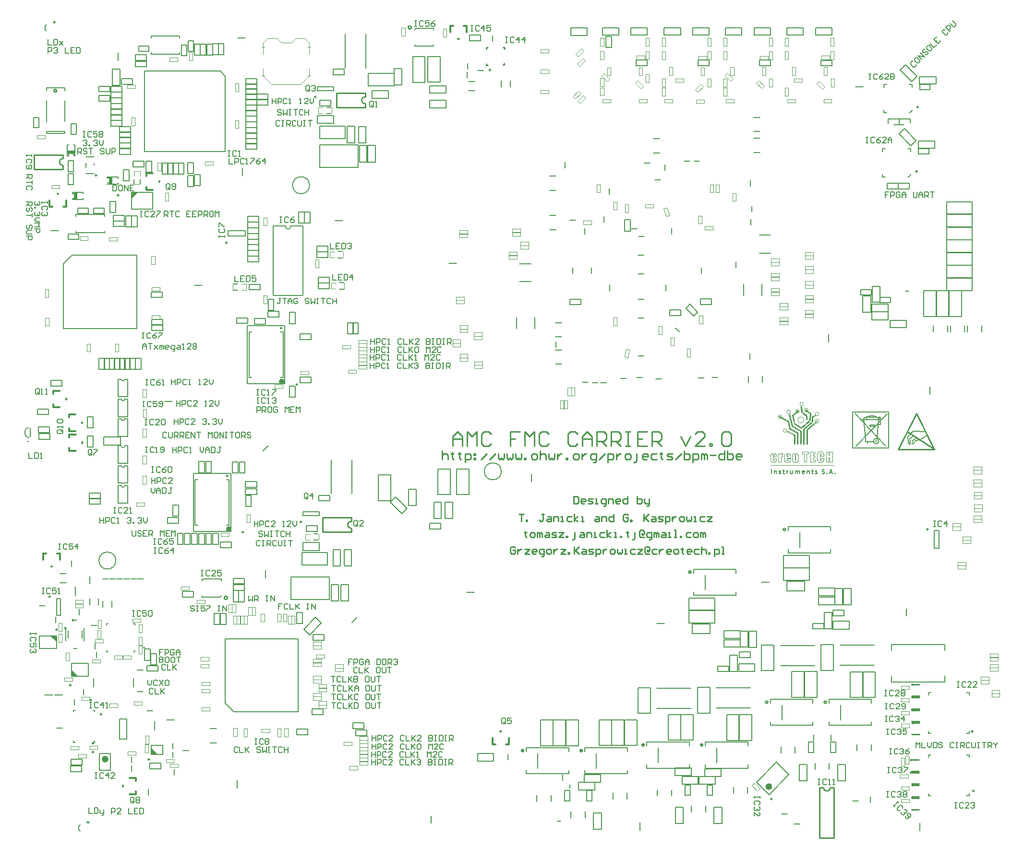
<source format=gto>
%FSLAX44Y44*%
%MOMM*%
G71*
G01*
G75*
G04 Layer_Color=65535*
%ADD10C,0.2032*%
%ADD11C,0.2540*%
%ADD12C,0.4572*%
%ADD13C,0.4000*%
%ADD14C,0.3048*%
%ADD15C,0.1300*%
%ADD16C,0.1600*%
%ADD17C,0.1016*%
%ADD18C,0.1750*%
%ADD19C,0.1524*%
%ADD20C,0.1750*%
%ADD21C,0.1500*%
%ADD22C,0.3810*%
%ADD23C,0.6350*%
%ADD24C,0.4064*%
%ADD25C,0.5080*%
%ADD26C,0.5000*%
%ADD27C,0.6604*%
%ADD28C,0.1727*%
%ADD29C,0.7620*%
%ADD30R,0.4500X0.4000*%
%ADD31R,1.8000X1.1500*%
%ADD32R,0.4000X0.4500*%
%ADD33R,1.0000X0.9000*%
%ADD34R,0.9000X1.0000*%
%ADD35R,3.1800X2.0300*%
%ADD36R,1.4000X0.7600*%
%ADD37R,0.6000X0.6000*%
%ADD38R,0.6000X0.6000*%
%ADD39R,3.2000X1.4000*%
%ADD40R,0.6200X0.6200*%
%ADD41R,0.9500X1.0000*%
%ADD42R,1.1500X1.8000*%
%ADD43R,1.8000X1.1500*%
%ADD44R,2.3500X2.5000*%
%ADD45R,2.7000X1.1500*%
%ADD46R,1.1500X1.8000*%
%ADD47R,1.1500X2.7000*%
%ADD48C,1.2000*%
%ADD49R,1.7000X2.4000*%
%ADD50R,0.6000X0.6200*%
%ADD51R,0.6200X0.6200*%
%ADD52R,1.3000X1.5450*%
%ADD53R,2.1500X1.7000*%
%ADD54R,1.1500X1.4500*%
%ADD55R,1.0000X0.9500*%
%ADD56P,0.8485X4X90.0*%
%ADD57R,2.0000X4.0000*%
G04:AMPARAMS|DCode=58|XSize=0.45mm|YSize=0.4mm|CornerRadius=0mm|HoleSize=0mm|Usage=FLASHONLY|Rotation=315.000|XOffset=0mm|YOffset=0mm|HoleType=Round|Shape=Rectangle|*
%AMROTATEDRECTD58*
4,1,4,-0.3005,0.0177,-0.0177,0.3005,0.3005,-0.0177,0.0177,-0.3005,-0.3005,0.0177,0.0*
%
%ADD58ROTATEDRECTD58*%

%ADD59R,0.9500X0.9500*%
%ADD60P,6.4944X8X202.5*%
%ADD61R,1.7780X2.0320*%
%ADD62R,1.7000X0.4800*%
%ADD63R,1.2000X0.4800*%
%ADD64R,3.1000X0.4800*%
%ADD65R,1.3250X0.4800*%
%ADD66R,1.5750X0.4800*%
%ADD67R,1.0500X1.4000*%
%ADD68R,0.8000X0.6000*%
%ADD69R,1.5000X3.5000*%
%ADD70R,0.6200X0.6000*%
%ADD71R,1.0000X0.8500*%
%ADD72R,0.8500X1.0000*%
%ADD73C,1.0000*%
%ADD74P,1.4142X4X360.0*%
G04:AMPARAMS|DCode=75|XSize=0.45mm|YSize=0.4mm|CornerRadius=0mm|HoleSize=0mm|Usage=FLASHONLY|Rotation=225.000|XOffset=0mm|YOffset=0mm|HoleType=Round|Shape=Rectangle|*
%AMROTATEDRECTD75*
4,1,4,0.0177,0.3005,0.3005,0.0177,-0.0177,-0.3005,-0.3005,-0.0177,0.0177,0.3005,0.0*
%
%ADD75ROTATEDRECTD75*%

G04:AMPARAMS|DCode=76|XSize=0.45mm|YSize=0.4mm|CornerRadius=0mm|HoleSize=0mm|Usage=FLASHONLY|Rotation=80.000|XOffset=0mm|YOffset=0mm|HoleType=Round|Shape=Rectangle|*
%AMROTATEDRECTD76*
4,1,4,0.1579,-0.2563,-0.2360,-0.1868,-0.1579,0.2563,0.2360,0.1868,0.1579,-0.2563,0.0*
%
%ADD76ROTATEDRECTD76*%

G04:AMPARAMS|DCode=77|XSize=0.45mm|YSize=0.4mm|CornerRadius=0mm|HoleSize=0mm|Usage=FLASHONLY|Rotation=290.000|XOffset=0mm|YOffset=0mm|HoleType=Round|Shape=Rectangle|*
%AMROTATEDRECTD77*
4,1,4,-0.2649,0.1430,0.1110,0.2798,0.2649,-0.1430,-0.1110,-0.2798,-0.2649,0.1430,0.0*
%
%ADD77ROTATEDRECTD77*%

%ADD78R,1.9000X1.3000*%
G04:AMPARAMS|DCode=79|XSize=1mm|YSize=0.95mm|CornerRadius=0mm|HoleSize=0mm|Usage=FLASHONLY|Rotation=135.000|XOffset=0mm|YOffset=0mm|HoleType=Round|Shape=Rectangle|*
%AMROTATEDRECTD79*
4,1,4,0.6894,-0.0177,0.0177,-0.6894,-0.6894,0.0177,-0.0177,0.6894,0.6894,-0.0177,0.0*
%
%ADD79ROTATEDRECTD79*%

%ADD80R,0.9500X1.0000*%
%ADD81R,2.0300X3.1800*%
%ADD82R,0.7600X1.4000*%
%ADD83P,0.8485X4X360.0*%
G04:AMPARAMS|DCode=84|XSize=0.95mm|YSize=1mm|CornerRadius=0mm|HoleSize=0mm|Usage=FLASHONLY|Rotation=315.000|XOffset=0mm|YOffset=0mm|HoleType=Round|Shape=Rectangle|*
%AMROTATEDRECTD84*
4,1,4,-0.6894,-0.0177,0.0177,0.6894,0.6894,0.0177,-0.0177,-0.6894,-0.6894,-0.0177,0.0*
%
%ADD84ROTATEDRECTD84*%

%ADD85R,0.6000X0.8000*%
G04:AMPARAMS|DCode=86|XSize=0.95mm|YSize=1mm|CornerRadius=0mm|HoleSize=0mm|Usage=FLASHONLY|Rotation=225.000|XOffset=0mm|YOffset=0mm|HoleType=Round|Shape=Rectangle|*
%AMROTATEDRECTD86*
4,1,4,-0.0177,0.6894,0.6894,-0.0177,0.0177,-0.6894,-0.6894,0.0177,-0.0177,0.6894,0.0*
%
%ADD86ROTATEDRECTD86*%

%ADD87R,3.3500X3.3500*%
%ADD88O,0.3000X1.0500*%
%ADD89O,1.0500X0.3000*%
%ADD90R,1.2700X0.9144*%
%ADD91R,0.9144X0.9144*%
%ADD92R,1.7780X0.4064*%
%ADD93R,0.3000X1.0000*%
%ADD94R,3.4000X1.6000*%
%ADD95R,1.6000X3.4000*%
%ADD96R,0.6500X0.5000*%
%ADD97R,0.8000X1.0000*%
%ADD98O,1.5000X0.2700*%
%ADD99R,1.5000X0.2700*%
%ADD100R,1.3000X1.0000*%
%ADD101R,1.3000X0.6000*%
%ADD102R,0.9144X1.2700*%
%ADD103R,0.9144X0.9144*%
%ADD104O,0.6096X2.0320*%
%ADD105R,0.3000X0.8500*%
%ADD106R,2.5000X1.7500*%
%ADD107R,2.3000X4.3000*%
%ADD108O,0.3000X0.8000*%
%ADD109O,0.8000X0.3000*%
%ADD110O,1.5500X0.4500*%
%ADD111R,0.4500X0.3000*%
%ADD112R,1.5000X0.4500*%
%ADD113R,0.7620X0.7620*%
%ADD114R,0.6000X1.0500*%
%ADD115O,1.0000X0.3000*%
%ADD116R,1.0000X0.3000*%
%ADD117R,0.7000X0.2500*%
%ADD118R,0.2500X0.7000*%
%ADD119R,4.2000X4.2000*%
G04:AMPARAMS|DCode=120|XSize=0.6mm|YSize=1.55mm|CornerRadius=0mm|HoleSize=0mm|Usage=FLASHONLY|Rotation=225.000|XOffset=0mm|YOffset=0mm|HoleType=Round|Shape=Rectangle|*
%AMROTATEDRECTD120*
4,1,4,-0.3359,0.7601,0.7601,-0.3359,0.3359,-0.7601,-0.7601,0.3359,-0.3359,0.7601,0.0*
%
%ADD120ROTATEDRECTD120*%

%ADD121R,4.8000X5.1600*%
%ADD122R,0.5500X1.0000*%
%ADD123R,6.5000X6.5000*%
%ADD124R,1.5000X0.3000*%
%ADD125R,0.3000X1.5000*%
%ADD126O,0.3000X1.5000*%
%ADD127R,0.6500X1.0500*%
%ADD128O,2.0320X0.6096*%
%ADD129R,1.0500X0.6000*%
%ADD130R,1.0160X0.2500*%
%ADD131R,0.2500X1.0160*%
%ADD132O,0.2500X1.0160*%
%ADD133R,2.0000X0.6000*%
%ADD134R,0.7620X0.7620*%
%ADD135O,0.9000X0.3000*%
%ADD136O,0.3000X0.9000*%
%ADD137R,3.5500X3.5500*%
%ADD138R,1.1000X0.6000*%
%ADD139R,0.4500X1.5000*%
%ADD140R,1.8000X2.0000*%
%ADD141O,1.5000X0.3000*%
%ADD142R,0.7000X0.8000*%
%ADD143R,0.4000X0.4000*%
%ADD144R,1.4500X1.1500*%
%ADD145R,4.8000X6.4000*%
%ADD146R,1.5000X1.5000*%
%ADD147R,1.5000X1.5000*%
%ADD148P,2.1213X4X180.0*%
%ADD149C,0.5000*%
%ADD150R,1.2500X1.3500*%
%ADD151R,1.1000X0.9000*%
%ADD152C,0.1270*%
%ADD153C,1.0000*%
%ADD154C,0.3556*%
%ADD155C,0.1778*%
%ADD156R,0.2500X1.1500*%
%ADD157C,2.0000*%
%ADD158C,5.0000*%
%ADD159C,1.5000*%
%ADD160C,1.8000*%
%ADD161C,6.0000*%
%ADD162C,3.2000*%
%ADD163O,11.0000X2.0000*%
%ADD164C,0.8000*%
%ADD165O,2.7000X1.7000*%
%ADD166O,1.5000X1.0000*%
%ADD167C,0.6000*%
%ADD168C,2.1000*%
%ADD169C,0.4000*%
%ADD170C,0.4500*%
%ADD171C,0.4572*%
%ADD172C,0.1300*%
%ADD173C,0.1650*%
%ADD174R,2.0000X0.4800*%
%ADD175R,0.9000X0.4800*%
%ADD176R,1.8500X3.4000*%
%ADD177R,1.4000X3.2000*%
%ADD178R,0.9500X0.9500*%
%ADD179R,2.5000X2.3500*%
%ADD180R,2.0000X1.5000*%
%ADD181R,2.7900X2.9200*%
%ADD182R,7.6200X3.1800*%
%ADD183R,1.2500X1.8500*%
%ADD184R,0.9500X0.5500*%
%ADD185P,1.4142X4X270.0*%
%ADD186R,2.5500X2.5500*%
G04:AMPARAMS|DCode=187|XSize=1.1mm|YSize=2.2mm|CornerRadius=0mm|HoleSize=0mm|Usage=FLASHONLY|Rotation=135.000|XOffset=0mm|YOffset=0mm|HoleType=Round|Shape=Rectangle|*
%AMROTATEDRECTD187*
4,1,4,1.1667,0.3889,-0.3889,-1.1667,-1.1667,-0.3889,0.3889,1.1667,1.1667,0.3889,0.0*
%
%ADD187ROTATEDRECTD187*%

G04:AMPARAMS|DCode=188|XSize=1mm|YSize=1.1mm|CornerRadius=0mm|HoleSize=0mm|Usage=FLASHONLY|Rotation=135.000|XOffset=0mm|YOffset=0mm|HoleType=Round|Shape=Rectangle|*
%AMROTATEDRECTD188*
4,1,4,0.7425,0.0354,-0.0354,-0.7425,-0.7425,-0.0354,0.0354,0.7425,0.7425,0.0354,0.0*
%
%ADD188ROTATEDRECTD188*%

%ADD189R,2.2000X1.1000*%
%ADD190R,1.1000X1.0000*%
%ADD191R,3.1500X1.0200*%
%ADD192C,0.3048*%
%ADD193R,1.5000X2.3000*%
%ADD194R,0.7000X0.3500*%
%ADD195C,0.6400*%
%ADD196R,0.6000X1.5500*%
%ADD197O,0.3000X0.9000*%
%ADD198R,5.4800X3.2400*%
%ADD199R,1.5500X0.6000*%
%ADD200R,3.5000X0.9000*%
%ADD201R,2.4000X0.9000*%
%ADD202R,1.0000X1.3000*%
%ADD203R,0.6000X1.3000*%
%ADD204C,0.2500*%
%ADD205C,0.2000*%
%ADD206C,0.1000*%
%ADD207C,0.6000*%
%ADD208C,0.0508*%
%ADD209C,0.1519*%
D10*
X1559835Y695200D02*
G03*
X1554756Y692153I1166J-7700D01*
G01*
X1554755Y692153D02*
G03*
X1552977Y689613I42575J-31697D01*
G01*
X1552976Y689614D02*
G03*
X1552722Y685295I3633J-2380D01*
G01*
X1552977Y684788D02*
G03*
X1555263Y685549I833J1313D01*
G01*
X1561613Y691646D02*
G03*
X1555263Y685550I0J-6355D01*
G01*
X1570757Y694693D02*
G03*
X1572536Y696217I-4143J6633D01*
G01*
X1578631Y699012D02*
G03*
X1572535Y696218I0J-8047D01*
G01*
X1550690Y695711D02*
G03*
X1554500Y698505I-39486J57840D01*
G01*
X1549421Y695202D02*
G03*
X1550690Y695710I-526J3154D01*
G01*
X1547897Y694948D02*
G03*
X1548659Y692916I35306J12080D01*
G01*
X1548914Y690883D02*
G03*
X1548660Y692916I-3839J551D01*
G01*
X1547135Y684280D02*
G03*
X1549167Y685804I889J932D01*
G01*
X1545357Y688598D02*
G03*
X1547135Y684280I6132J0D01*
G01*
X1546118Y699520D02*
G03*
X1544594Y696726I2769J-3323D01*
G01*
X1548913Y701806D02*
G03*
X1550691Y703838I-1671J3256D01*
G01*
X1551961Y705615D02*
G03*
X1550691Y703838I2507J-3134D01*
G01*
X1561867Y707648D02*
G03*
X1551961Y705615I-2967J-10693D01*
G01*
X1561867Y707648D02*
G03*
X1568217Y706633I7693J27733D01*
G01*
X1568217Y706630D02*
G03*
X1572027Y706630I1905J40796D01*
G01*
X1572027Y706631D02*
G03*
X1573551Y706885I-305J6526D01*
G01*
X1575329Y707140D02*
G03*
X1573551Y706886I0J-6350D01*
G01*
X1559835Y695200D02*
G03*
X1554756Y692153I1166J-7700D01*
G01*
X1554755Y692153D02*
G03*
X1552977Y689613I42575J-31697D01*
G01*
X1552976Y689614D02*
G03*
X1552722Y685295I3633J-2380D01*
G01*
X1552977Y684788D02*
G03*
X1555263Y685549I833J1313D01*
G01*
X1561613Y691646D02*
G03*
X1555263Y685550I0J-6355D01*
G01*
X1570757Y694693D02*
G03*
X1572536Y696217I-4143J6633D01*
G01*
X1578631Y699012D02*
G03*
X1572535Y696218I0J-8047D01*
G01*
X1550690Y695711D02*
G03*
X1554500Y698505I-39486J57840D01*
G01*
X1549421Y695202D02*
G03*
X1550690Y695710I-526J3154D01*
G01*
X1547897Y694948D02*
G03*
X1548659Y692916I35306J12080D01*
G01*
X1548914Y690883D02*
G03*
X1548660Y692916I-3839J551D01*
G01*
X1547135Y684280D02*
G03*
X1549167Y685804I889J932D01*
G01*
X1545357Y688598D02*
G03*
X1547135Y684280I6132J0D01*
G01*
X1546118Y699520D02*
G03*
X1544594Y696726I2769J-3323D01*
G01*
X1548913Y701806D02*
G03*
X1550691Y703838I-1671J3256D01*
G01*
X1551961Y705615D02*
G03*
X1550691Y703838I2507J-3134D01*
G01*
X1561867Y707648D02*
G03*
X1551961Y705615I-2967J-10693D01*
G01*
X1561867Y707648D02*
G03*
X1568217Y706633I7693J27733D01*
G01*
X1568217Y706630D02*
G03*
X1572027Y706630I1905J40796D01*
G01*
X1572027Y706631D02*
G03*
X1573551Y706885I-305J6526D01*
G01*
X1575329Y707140D02*
G03*
X1573551Y706886I0J-6350D01*
G01*
X1022122Y198106D02*
X1022122Y152894D01*
X1000278D02*
X1000278Y198106D01*
X1000278Y152894D02*
X1022122D01*
X1000278Y198106D02*
X1022122D01*
X1067122Y152894D02*
X1067122Y198106D01*
X1045278D02*
X1045278Y152894D01*
X1067122D01*
X1045278Y198106D02*
X1067122D01*
X1044622Y152890D02*
X1044622Y198102D01*
X1022778D02*
X1022778Y152890D01*
X1044622D01*
X1022778Y198102D02*
X1044622D01*
X1421142Y90526D02*
Y118974D01*
X1434858D01*
X1421142Y90526D02*
X1434858Y90526D01*
Y118974D01*
X995700Y112500D02*
Y138500D01*
X918872Y197356D02*
X918872Y152144D01*
X897028D02*
X897028Y197356D01*
X897028Y152144D02*
X918872D01*
X897028Y197356D02*
X918872D01*
X963872Y152140D02*
X963872Y197352D01*
X942028D02*
X942028Y152140D01*
X963872D01*
X942028Y197352D02*
X963872D01*
X941372Y152136D02*
X941372Y197348D01*
X919528D02*
X919528Y152136D01*
X941372D01*
X919528Y197348D02*
X941372D01*
X892450Y112500D02*
Y138500D01*
X1413672Y330352D02*
X1413672Y285140D01*
X1391828D02*
X1391828Y330352D01*
X1391828Y285140D02*
X1413672D01*
X1391828Y330352D02*
X1413672D01*
X1426250Y198000D02*
Y224000D01*
X1465172Y237144D02*
X1465172Y282356D01*
X1443328D02*
X1443328Y237144D01*
X1465172D01*
X1443328Y282356D02*
X1465172D01*
X1487672Y237144D02*
Y282356D01*
X1465828Y237144D02*
Y282356D01*
Y237144D02*
X1487672D01*
X1465828Y282356D02*
X1487672D01*
X1325943Y465667D02*
X1371155Y465667D01*
X1325943Y443823D02*
X1371155Y443823D01*
X1371155Y465667D01*
X1325943Y443823D02*
X1325943Y465667D01*
X1609736Y275512D02*
X1609736Y265000D01*
X1515756Y275258D02*
X1515756Y265000D01*
X1515756Y320742D02*
X1515756Y331000D01*
X1609736Y320470D02*
X1609736Y331000D01*
X1515756D02*
X1609736D01*
X1515756Y265000D02*
X1609736D01*
X652354Y1318522D02*
Y1347478D01*
X639146Y1318522D02*
X652354D01*
X639146Y1347478D02*
X652354D01*
X639146Y1318522D02*
Y1347478D01*
X701272Y1278146D02*
X730228D01*
X701272D02*
Y1291354D01*
X730228Y1278146D02*
Y1291354D01*
X701272D02*
X730228D01*
X701522Y1303896D02*
X730478D01*
X701522D02*
Y1317104D01*
X730478Y1303896D02*
Y1317104D01*
X701522D02*
X730478D01*
X698578Y1323398D02*
Y1368610D01*
X720422Y1323398D02*
Y1368610D01*
X698578D02*
X720422D01*
X698578Y1323398D02*
X720422D01*
X599772Y1308354D02*
X628728D01*
Y1295146D02*
Y1308354D01*
X599772Y1295146D02*
Y1308354D01*
Y1295146D02*
X628728D01*
X507394Y1223828D02*
X552606D01*
X507394Y1245672D02*
X552606D01*
X507394Y1223828D02*
Y1245672D01*
X552606Y1223828D02*
Y1245672D01*
X556396Y1216522D02*
Y1245478D01*
X569604D01*
X556396Y1216522D02*
X569604D01*
Y1245478D01*
X575896Y1216272D02*
Y1245228D01*
X589104D01*
X575896Y1216272D02*
X589104D01*
Y1245228D01*
X577646Y1182772D02*
Y1211728D01*
X590854D01*
X577646Y1182772D02*
X590854Y1182772D01*
Y1211728D01*
X592646Y1182772D02*
Y1211728D01*
X605854Y1211728D01*
X592646Y1182772D02*
X605854D01*
Y1211728D01*
X593640Y1317078D02*
X638852D01*
X593640Y1338922D02*
X638852D01*
X593640Y1317078D02*
Y1338922D01*
X638852Y1317078D02*
Y1338922D01*
X1056522Y1419724D02*
X1085478D01*
Y1406516D02*
Y1419724D01*
X1056522Y1406516D02*
Y1419724D01*
Y1406516D02*
X1085478D01*
X1220800Y326057D02*
X1249756Y326057D01*
X1220800Y339265D02*
X1220800Y326057D01*
X1249756Y339265D02*
X1249756Y326057D01*
X1220800Y339265D02*
X1249756Y339265D01*
X1244382Y283433D02*
X1244382Y312389D01*
X1231174Y283433D02*
X1244382D01*
X1231174Y312389D02*
X1244382Y312389D01*
X1231174Y283433D02*
X1231174Y312389D01*
X1187528Y453661D02*
X1187528Y427660D01*
X1159176Y413083D02*
X1204388D01*
X1159176Y391239D02*
X1204388D01*
X1204388Y413083D02*
X1204388Y391239D01*
X1159176Y413083D02*
X1159176Y391239D01*
X1159176Y390583D02*
X1204388Y390583D01*
X1159176Y368739D02*
X1204388Y368739D01*
X1204388Y390583D01*
X1159176Y368739D02*
Y390583D01*
X1165612Y1419734D02*
X1194568D01*
Y1406526D02*
Y1419734D01*
X1165612Y1406526D02*
Y1419734D01*
Y1406526D02*
X1194568D01*
X1387567Y401141D02*
X1416523Y401141D01*
X1387567Y401141D02*
X1387567Y414349D01*
X1416523Y401141D02*
X1416523Y414349D01*
X1387567Y414349D02*
X1416523Y414349D01*
X1354294Y502745D02*
X1354295Y528745D01*
X1411149Y358517D02*
X1411149Y387473D01*
X1397941Y358517D02*
X1411149Y358517D01*
X1397941Y387473D02*
X1411149Y387473D01*
X1397941Y358517D02*
Y387473D01*
X1325943Y488167D02*
X1371155D01*
X1325943Y466323D02*
X1371155Y466323D01*
Y488167D01*
X1325943Y466323D02*
Y488167D01*
X1384672Y237640D02*
X1384672Y282852D01*
X1362828D02*
X1362828Y237640D01*
X1384672D01*
X1362828Y282852D02*
X1384672D01*
X1362172Y237636D02*
Y282848D01*
X1340328Y237636D02*
Y282848D01*
Y237636D02*
X1362172D01*
X1340328Y282848D02*
X1362172D01*
X1308922Y284640D02*
X1308922Y329852D01*
X1287078D02*
X1287078Y284640D01*
X1308922D01*
X1287078Y329852D02*
X1308922D01*
X1323000Y198000D02*
Y224000D01*
X950772Y1406016D02*
X979728D01*
X950772Y1419224D02*
X950772Y1406016D01*
X979728Y1419224D02*
X979728Y1406016D01*
X950772Y1419224D02*
X979728Y1419224D01*
X1144172Y162136D02*
Y207348D01*
X1122328Y162136D02*
Y207348D01*
Y162136D02*
X1144172D01*
X1122328Y207348D02*
X1144172D01*
X1166672Y162140D02*
Y207352D01*
X1144828Y162140D02*
Y207352D01*
Y162140D02*
X1166672D01*
X1144828Y207352D02*
X1166672D01*
X1090672Y209144D02*
X1090672Y254356D01*
X1068828D02*
X1068828Y209144D01*
X1090672D01*
X1068828Y254356D02*
X1090672D01*
X1269672Y161644D02*
Y206856D01*
X1247828Y161644D02*
Y206856D01*
Y161644D02*
X1269672D01*
X1247828Y206856D02*
X1269672D01*
X1247172Y161640D02*
Y206852D01*
X1225328Y161640D02*
Y206852D01*
Y161640D02*
X1247172D01*
X1225328Y206852D02*
X1247172D01*
X1195672Y254852D02*
X1195672Y209640D01*
X1173828D02*
X1173828Y254852D01*
X1173828Y209640D02*
X1195672D01*
X1173828Y254852D02*
X1195672D01*
X503526Y1264858D02*
X531974D01*
Y1251142D02*
Y1264858D01*
X503526Y1251142D02*
Y1264858D01*
Y1251142D02*
X531974D01*
X478026Y510608D02*
X506474D01*
Y496892D02*
Y510608D01*
X478026Y496892D02*
Y510608D01*
Y496892D02*
X506474D01*
X964226Y87608D02*
X992674D01*
Y73892D02*
Y87608D01*
X964226Y73892D02*
Y87608D01*
Y73892D02*
X992674D01*
X974226Y87642D02*
X1002674D01*
X974226D02*
Y101358D01*
X1002674Y87642D02*
Y101358D01*
X974226D02*
X1002674D01*
X1387571Y416637D02*
X1416019D01*
X1387570Y430353D02*
X1387571Y416637D01*
X1416019D02*
X1416019Y430353D01*
X1387570Y430353D02*
X1416019Y430353D01*
X1413221Y371853D02*
X1441669D01*
Y358137D02*
Y371853D01*
X1413221Y358137D02*
Y371853D01*
Y358137D02*
X1441669D01*
X1431187Y401021D02*
Y429469D01*
X1444903Y429469D01*
X1431187Y401021D02*
X1444903Y401021D01*
X1444903Y429469D02*
X1444903Y401021D01*
X1220804Y341553D02*
X1249252Y341553D01*
X1220804Y341553D02*
X1220804Y355269D01*
X1249252D02*
X1249252Y341553D01*
X1220804Y355269D02*
X1249252D01*
X1246454Y296769D02*
X1274902Y296769D01*
Y283053D02*
Y296769D01*
X1246454Y283053D02*
X1246454Y296769D01*
X1246454Y283053D02*
X1274902D01*
X990592Y5026D02*
Y33474D01*
X1004308D01*
X990592Y5026D02*
X1004308D01*
Y33474D01*
X1353142Y90526D02*
Y118974D01*
X1366858D01*
X1353142Y90526D02*
X1366858D01*
Y118974D01*
X1146776Y83892D02*
X1175224D01*
X1146776D02*
Y97608D01*
X1175224Y83892D02*
Y97608D01*
X1146776D02*
X1175224D01*
X1134276Y112858D02*
X1162724D01*
Y99142D02*
Y112858D01*
X1134276Y99142D02*
Y112858D01*
Y99142D02*
X1162724D01*
X1135142Y15026D02*
Y43474D01*
X1148858D01*
X1135142Y15026D02*
X1148858D01*
Y43474D01*
X1176776Y97608D02*
X1205224D01*
Y83892D02*
Y97608D01*
X1176776Y83892D02*
Y97608D01*
Y83892D02*
X1205224D01*
X1186776Y97642D02*
X1215224D01*
X1186776D02*
Y111358D01*
X1215224Y97642D02*
Y111358D01*
X1186776D02*
X1215224D01*
X1203142Y15026D02*
Y43474D01*
X1216858D01*
X1203142Y15026D02*
X1216858D01*
Y43474D01*
X671578Y1323148D02*
Y1368360D01*
X693422Y1323148D02*
Y1368360D01*
X671578D02*
X693422D01*
X671578Y1323148D02*
X693422D01*
X1208250Y122500D02*
Y148500D01*
X1105000Y122500D02*
Y148500D01*
X1223272Y1406646D02*
X1252228D01*
X1223272D02*
Y1419854D01*
X1252228Y1406646D02*
Y1419854D01*
X1223272D02*
X1252228D01*
X1331772Y1406646D02*
X1360728D01*
X1331772D02*
Y1419854D01*
X1360728Y1406646D02*
Y1419854D01*
X1331772D02*
X1360728D01*
X1006022Y1406516D02*
X1034978D01*
X1006022D02*
Y1419724D01*
X1034978Y1406516D02*
Y1419724D01*
X1006022D02*
X1034978D01*
X1115112Y1406526D02*
X1144068D01*
X1115112D02*
Y1419734D01*
X1144068Y1406526D02*
Y1419734D01*
X1115112D02*
X1144068D01*
X1273772Y1419854D02*
X1302728D01*
Y1406646D02*
Y1419854D01*
X1273772Y1406646D02*
Y1419854D01*
Y1406646D02*
X1302728D01*
X1264420Y325937D02*
Y354385D01*
X1278136Y354385D01*
X1264420Y325937D02*
X1278136Y325937D01*
Y354385D01*
X1513272Y889896D02*
X1542228D01*
X1513272D02*
Y903104D01*
X1542228Y889896D02*
Y903104D01*
X1513272D02*
X1542228D01*
X1613394Y1090578D02*
X1658606D01*
X1613394Y1112422D02*
X1658606Y1112422D01*
X1613394Y1112422D02*
X1613394Y1090578D01*
X1658606Y1112422D02*
X1658606Y1090578D01*
X1613394Y955578D02*
X1658606D01*
X1613394Y977422D02*
X1658606D01*
X1613394Y955578D02*
Y977422D01*
X1658606D02*
X1658606Y955578D01*
X1617828Y910144D02*
Y955356D01*
X1639672Y910144D02*
Y955356D01*
X1617828D02*
X1639672D01*
X1617828Y910144D02*
X1639672D01*
X1572828Y955356D02*
X1572828Y910144D01*
X1594672D02*
X1594672Y955356D01*
X1572828D02*
X1594672D01*
X1572828Y910144D02*
X1594672D01*
X1595328Y910144D02*
Y955356D01*
X1617172Y955356D02*
X1617172Y910144D01*
X1595328Y955356D02*
X1617172Y955356D01*
X1595328Y910144D02*
X1617172D01*
X1613394Y1067422D02*
X1658606Y1067422D01*
X1613394Y1045578D02*
X1658606D01*
X1658606Y1067422D02*
X1658606Y1045578D01*
X1613394Y1067422D02*
X1613394Y1045578D01*
X1613394Y1044922D02*
X1658606D01*
X1613394Y1023078D02*
X1658606D01*
X1658606Y1044922D02*
X1658606Y1023078D01*
X1613394Y1044922D02*
X1613394Y1023078D01*
Y1089922D02*
X1658606D01*
X1613394Y1068078D02*
X1658606Y1068078D01*
Y1089922D01*
X1613394D02*
X1613394Y1068078D01*
X1613394Y1022422D02*
X1658606D01*
X1613394Y1000578D02*
X1658606D01*
Y1022422D01*
X1613394Y1000578D02*
Y1022422D01*
Y999922D02*
X1658606Y999922D01*
X1613394Y978078D02*
X1658606Y978078D01*
Y999922D01*
X1613394Y978078D02*
X1613394Y999922D01*
X786026Y124892D02*
X814474D01*
X786026D02*
Y138608D01*
X814474Y124892D02*
Y138608D01*
X786026D02*
X814474D01*
X155858Y1318026D02*
Y1346474D01*
X142142Y1318026D02*
X155858D01*
X142142Y1346474D02*
X155858D01*
X142142Y1318026D02*
Y1346474D01*
X1481892Y934776D02*
Y963224D01*
X1495608D01*
X1481892Y934776D02*
X1495608D01*
Y963224D01*
X1481776Y918142D02*
X1510224D01*
X1481776D02*
Y931858D01*
X1510224Y918142D02*
Y931858D01*
X1481776D02*
X1510224D01*
X1465642Y917526D02*
Y945974D01*
X1479358D01*
X1465642Y917526D02*
X1479358D01*
Y945974D01*
X1481776Y904142D02*
X1510224D01*
X1481776D02*
Y917858D01*
X1510224Y904142D02*
Y917858D01*
X1481776D02*
X1510224D01*
X1382272Y1419854D02*
X1411228D01*
Y1406646D02*
Y1419854D01*
X1382272Y1406646D02*
Y1419854D01*
Y1406646D02*
X1411228D01*
X26008Y1308496D02*
Y1313576D01*
X58266Y1308242D02*
Y1313576D01*
X26008D02*
X58266D01*
X26262Y1236870D02*
X57758D01*
Y1232804D02*
Y1236870D01*
X26262Y1232804D02*
X57758D01*
X26262D02*
Y1236870D01*
X58012Y1290970D02*
X58012Y1254140D01*
X26008Y1253632D02*
Y1290970D01*
X489705Y347897D02*
X510539Y368731D01*
X479647Y357955D02*
X489705Y347897D01*
X500481Y378789D02*
X510539Y368731D01*
X479647Y357955D02*
X500481Y378789D01*
X126768Y682638D02*
X156232Y682638D01*
X126768Y682638D02*
X126768Y696862D01*
X156232Y682638D02*
X156232Y696862D01*
X126768Y696862D02*
X156232Y696862D01*
X1529436Y1231975D02*
X1549911Y1211500D01*
X1529436Y1231975D02*
X1538775Y1241314D01*
X1549911Y1211500D02*
X1559250Y1220839D01*
X1538775Y1241314D02*
X1559250Y1220839D01*
X1563522Y1219854D02*
X1592478Y1219854D01*
Y1206646D02*
Y1219854D01*
X1563522Y1219854D02*
X1563522Y1206646D01*
X1592478D01*
X1249420Y354635D02*
X1249420Y326187D01*
X1249420Y354635D02*
X1263136D01*
X1249420Y326187D02*
X1263136Y326186D01*
X1263136Y354635D02*
X1263136Y326186D01*
X1416187Y429719D02*
X1416187Y401271D01*
X1416187Y429719D02*
X1429903Y429719D01*
X1416187Y401271D02*
X1429903Y401271D01*
Y429719D01*
X527896Y407772D02*
Y436728D01*
X541104D01*
X527896Y407772D02*
X541104D01*
Y436728D01*
X545396Y407772D02*
Y436728D01*
X558604D01*
X545396Y407772D02*
X558604Y407772D01*
Y436728D01*
X550646Y469272D02*
Y498228D01*
X563854D01*
X550646Y469272D02*
X563854D01*
Y498228D01*
X531146Y469272D02*
Y498228D01*
X544354D01*
X531146Y469272D02*
X544354D01*
Y498228D01*
X476144Y471328D02*
X521356Y471328D01*
X476144Y493172D02*
X521356Y493172D01*
X476144Y471328D02*
Y493172D01*
X521356Y471328D02*
Y493172D01*
X664396Y604728D02*
X664396Y575772D01*
X664396Y604728D02*
X677604Y604728D01*
X664396Y575772D02*
X677604D01*
Y604728D01*
X632250Y582161D02*
X652725Y561686D01*
X632250Y582161D02*
X641589Y591500D01*
X652725Y561686D02*
X662064Y571025D01*
X641589Y591500D02*
X662064Y571025D01*
X610828Y584894D02*
Y630106D01*
X632672Y584894D02*
Y630106D01*
X610828D02*
X632672D01*
X610828Y584894D02*
X632672D01*
X749078Y595398D02*
Y640610D01*
X770922Y595398D02*
Y640610D01*
X749078D02*
X770922D01*
X749078Y595398D02*
X770922D01*
X708896Y553272D02*
Y582228D01*
X722104D01*
X708896Y553272D02*
X722104D01*
Y582228D01*
X728646Y553022D02*
Y581978D01*
X741854D01*
X728646Y553022D02*
X741854D01*
Y581978D01*
X715828Y640606D02*
X715828Y595394D01*
X737672D02*
X737672Y640606D01*
X715828D02*
X737672D01*
X715828Y595394D02*
X737672D01*
X1552723Y685296D02*
X1552977Y684788D01*
X1561613Y691646D02*
X1570757Y694694D01*
X1547897Y694948D02*
X1549421Y695202D01*
X1548405Y687328D02*
X1548913Y690884D01*
X1548405Y687328D02*
X1549167Y685804D01*
X1545357Y688598D02*
Y691900D01*
X1545103Y693932D02*
X1545357Y691900D01*
X1544849Y695456D02*
X1545103Y693932D01*
X1544595Y696472D02*
X1544849Y695456D01*
X1544595Y696472D02*
Y696726D01*
X1546119Y699520D02*
X1547643Y700790D01*
X1548913Y701806D01*
X1552723Y685296D02*
X1552977Y684788D01*
X1561613Y691646D02*
X1570757Y694694D01*
X1547897Y694948D02*
X1549421Y695202D01*
X1548405Y687328D02*
X1548913Y690884D01*
X1548405Y687328D02*
X1549167Y685804D01*
X1545357Y688598D02*
Y691900D01*
X1545103Y693932D02*
X1545357Y691900D01*
X1544849Y695456D02*
X1545103Y693932D01*
X1544595Y696472D02*
X1544849Y695456D01*
X1544595Y696472D02*
Y696726D01*
X1546119Y699520D02*
X1547643Y700790D01*
X1548913Y701806D01*
X1565561Y1319967D02*
X1594517D01*
X1565561D02*
Y1333175D01*
X1594517Y1319967D02*
Y1333175D01*
X1565561D02*
X1594517D01*
X1540815Y1354635D02*
X1561290Y1334160D01*
X1551950Y1324820D02*
X1561290Y1334160D01*
X1531475Y1345295D02*
X1540815Y1354635D01*
X1531475Y1345295D02*
X1551950Y1324820D01*
X355724Y967338D02*
X363344D01*
X355724Y956162D02*
X363090D01*
X542406Y958412D02*
X550026D01*
X542660Y969588D02*
X550026D01*
X539906Y1013412D02*
X547526D01*
X540160Y1024588D02*
X547526D01*
X496936Y514912D02*
X504556D01*
X497190Y526088D02*
X504556D01*
X519936Y1267912D02*
X527556D01*
X520190Y1279088D02*
X527556D01*
X180162Y1144474D02*
Y1152094D01*
X191338Y1144474D02*
Y1151840D01*
D11*
X42001Y1310755D02*
G03*
X43018Y1310138I-751J-2384D01*
G01*
X198791Y325500D02*
G03*
X198791Y325500I-791J0D01*
G01*
X341045Y410476D02*
G03*
X340000Y411250I1169J2671D01*
G01*
X667705Y1422774D02*
G03*
X668750Y1422000I-1169J-2671D01*
G01*
X55000Y1188910D02*
G03*
X55000Y1176210I0J-6350D01*
G01*
X1553750Y59750D02*
G03*
X1553750Y59750I-1000J0D01*
G01*
X1554000Y82250D02*
G03*
X1554000Y82250I-1000J0D01*
G01*
X1551250Y104750D02*
G03*
X1551250Y104750I-1000J0D01*
G01*
X1551250Y127000D02*
G03*
X1551250Y127000I-1000J0D01*
G01*
X1554750Y192000D02*
G03*
X1554750Y192000I-1000J0D01*
G01*
X1553500Y215000D02*
G03*
X1553500Y215000I-1000J0D01*
G01*
X1554000Y237500D02*
G03*
X1554000Y237500I-1000J0D01*
G01*
X1553750Y260000D02*
G03*
X1553750Y260000I-1000J0D01*
G01*
X563300Y548540D02*
G03*
X563300Y535840I0J-6350D01*
G01*
X588100Y1297910D02*
G03*
X588100Y1285210I0J-6350D01*
G01*
X1395840Y78450D02*
G03*
X1408540Y78450I6350J0D01*
G01*
X831250Y1384750D02*
X833750D01*
X831250Y1384750D02*
X831250Y1384750D01*
X831250Y1384750D02*
X833750D01*
Y1382250D02*
Y1384750D01*
X801750Y1384750D02*
X804250D01*
X804250Y1384750D01*
X801750D02*
X804250D01*
X801750Y1382250D02*
Y1384750D01*
X830750Y1354000D02*
X833250D01*
X830750Y1354000D02*
X830750Y1354000D01*
X830750Y1354000D02*
X833250D01*
Y1356500D01*
X801750Y1353250D02*
X804250D01*
X801750D02*
Y1355750D01*
X801750Y1355750D01*
Y1353250D02*
Y1355750D01*
X1544087Y706378D02*
X1592347Y675390D01*
X1528339D02*
X1560343Y738636D01*
X1591585Y675390D01*
X1528593D02*
X1591585D01*
X1544087Y706378D02*
X1592347Y675390D01*
X1528339D02*
X1560343Y738636D01*
X1591585Y675390D01*
X1528593D02*
X1591585D01*
X55000Y1188910D02*
X55000Y1195260D01*
X55000Y1169860D02*
X55000Y1176210D01*
X4200Y1169860D02*
X55000D01*
X4200D02*
Y1195260D01*
X55000Y1195260D01*
X1551250Y59750D02*
X1564750D01*
X1551250Y39750D02*
X1564750D01*
X1551250Y82250D02*
X1564750D01*
X1551250Y62250D02*
X1564750D01*
X1551250Y104750D02*
X1564750D01*
X1551250Y84750D02*
X1564750D01*
X1551250Y127250D02*
X1564750D01*
X1551250Y107250D02*
X1564750D01*
X1551500Y192500D02*
X1565000D01*
X1551500Y172500D02*
X1565000Y172500D01*
X1551500Y215000D02*
X1565000D01*
X1551500Y195000D02*
X1565000D01*
X1551500Y237500D02*
X1565000Y237500D01*
X1551500Y217500D02*
X1565000D01*
X1551500Y260000D02*
X1565000D01*
X1551500Y240000D02*
X1565000D01*
X563300Y548540D02*
X563300Y554890D01*
Y529490D02*
Y535840D01*
X512500Y529490D02*
X563300D01*
X512500D02*
Y554890D01*
X563300Y554890D01*
X588100Y1297910D02*
Y1304260D01*
Y1278860D02*
X588100Y1285210D01*
X537300Y1278860D02*
X588100D01*
X537300D02*
Y1304260D01*
X588100D01*
X1389490Y-10450D02*
Y78450D01*
Y-10450D02*
X1414890D01*
X1414890Y78450D01*
X1408540D02*
X1414890D01*
X1389490D02*
X1395840D01*
X724000Y672985D02*
Y657750D01*
Y665368D01*
X726539Y667907D01*
X731618D01*
X734157Y665368D01*
Y657750D01*
X741774Y670446D02*
Y667907D01*
X739235D01*
X744313D01*
X741774D01*
Y660289D01*
X744313Y657750D01*
X754470Y670446D02*
Y667907D01*
X751931D01*
X757009D01*
X754470D01*
Y660289D01*
X757009Y657750D01*
X764627Y652672D02*
Y667907D01*
X772244D01*
X774784Y665368D01*
Y660289D01*
X772244Y657750D01*
X764627D01*
X779862Y667907D02*
X782401D01*
Y665368D01*
X779862D01*
Y667907D01*
Y660289D02*
X782401D01*
Y657750D01*
X779862D01*
Y660289D01*
X792558Y657750D02*
X802714Y667907D01*
X807793Y657750D02*
X817950Y667907D01*
X823028D02*
Y660289D01*
X825567Y657750D01*
X828106Y660289D01*
X830646Y657750D01*
X833185Y660289D01*
Y667907D01*
X838263D02*
Y660289D01*
X840802Y657750D01*
X843341Y660289D01*
X845881Y657750D01*
X848420Y660289D01*
Y667907D01*
X853498D02*
Y660289D01*
X856037Y657750D01*
X858576Y660289D01*
X861116Y657750D01*
X863655Y660289D01*
Y667907D01*
X868733Y657750D02*
Y660289D01*
X871272D01*
Y657750D01*
X868733D01*
X883968D02*
X889047D01*
X891586Y660289D01*
Y665368D01*
X889047Y667907D01*
X883968D01*
X881429Y665368D01*
Y660289D01*
X883968Y657750D01*
X896664Y672985D02*
Y657750D01*
Y665368D01*
X899203Y667907D01*
X904282D01*
X906821Y665368D01*
Y657750D01*
X911899Y667907D02*
Y660289D01*
X914438Y657750D01*
X916977Y660289D01*
X919517Y657750D01*
X922056Y660289D01*
Y667907D01*
X927134D02*
Y657750D01*
Y662828D01*
X929673Y665368D01*
X932213Y667907D01*
X934752D01*
X942369Y657750D02*
Y660289D01*
X944909D01*
Y657750D01*
X942369D01*
X957604D02*
X962683D01*
X965222Y660289D01*
Y665368D01*
X962683Y667907D01*
X957604D01*
X955065Y665368D01*
Y660289D01*
X957604Y657750D01*
X970300Y667907D02*
Y657750D01*
Y662828D01*
X972840Y665368D01*
X975379Y667907D01*
X977918D01*
X990614Y652672D02*
X993153D01*
X995692Y655211D01*
Y667907D01*
X988075D01*
X985535Y665368D01*
Y660289D01*
X988075Y657750D01*
X995692D01*
X1000770D02*
X1010927Y667907D01*
X1016005Y652672D02*
Y667907D01*
X1023623D01*
X1026162Y665368D01*
Y660289D01*
X1023623Y657750D01*
X1016005D01*
X1031241Y667907D02*
Y657750D01*
Y662828D01*
X1033780Y665368D01*
X1036319Y667907D01*
X1038858D01*
X1049015Y657750D02*
X1054093D01*
X1056632Y660289D01*
Y665368D01*
X1054093Y667907D01*
X1049015D01*
X1046476Y665368D01*
Y660289D01*
X1049015Y657750D01*
X1061711Y652672D02*
X1064250D01*
X1066789Y655211D01*
Y667907D01*
X1084563Y657750D02*
X1079485D01*
X1076946Y660289D01*
Y665368D01*
X1079485Y667907D01*
X1084563D01*
X1087103Y665368D01*
Y662828D01*
X1076946D01*
X1102338Y667907D02*
X1094720D01*
X1092181Y665368D01*
Y660289D01*
X1094720Y657750D01*
X1102338D01*
X1109955Y670446D02*
Y667907D01*
X1107416D01*
X1112494D01*
X1109955D01*
Y660289D01*
X1112494Y657750D01*
X1120112D02*
X1127729D01*
X1130269Y660289D01*
X1127729Y662828D01*
X1122651D01*
X1120112Y665368D01*
X1122651Y667907D01*
X1130269D01*
X1135347Y657750D02*
X1145504Y667907D01*
X1150582Y672985D02*
Y657750D01*
X1158199D01*
X1160739Y660289D01*
Y662828D01*
Y665368D01*
X1158199Y667907D01*
X1150582D01*
X1165817Y652672D02*
Y667907D01*
X1173435D01*
X1175974Y665368D01*
Y660289D01*
X1173435Y657750D01*
X1165817D01*
X1181052D02*
Y667907D01*
X1183591D01*
X1186131Y665368D01*
Y657750D01*
Y665368D01*
X1188670Y667907D01*
X1191209Y665368D01*
Y657750D01*
X1196287Y665368D02*
X1206444D01*
X1221679Y672985D02*
Y657750D01*
X1214062D01*
X1211522Y660289D01*
Y665368D01*
X1214062Y667907D01*
X1221679D01*
X1226757Y672985D02*
Y657750D01*
X1234375D01*
X1236914Y660289D01*
Y662828D01*
Y665368D01*
X1234375Y667907D01*
X1226757D01*
X1249610Y657750D02*
X1244532D01*
X1241992Y660289D01*
Y665368D01*
X1244532Y667907D01*
X1249610D01*
X1252149Y665368D01*
Y662828D01*
X1241992D01*
X742000Y680750D02*
Y697678D01*
X750464Y706142D01*
X758928Y697678D01*
Y680750D01*
Y693446D01*
X742000D01*
X767392Y680750D02*
Y706142D01*
X775856Y697678D01*
X784320Y706142D01*
Y680750D01*
X809711Y701910D02*
X805480Y706142D01*
X797016D01*
X792784Y701910D01*
Y684982D01*
X797016Y680750D01*
X805480D01*
X809711Y684982D01*
X860495Y706142D02*
X843567D01*
Y693446D01*
X852031D01*
X843567D01*
Y680750D01*
X868959D02*
Y706142D01*
X877423Y697678D01*
X885887Y706142D01*
Y680750D01*
X911279Y701910D02*
X907047Y706142D01*
X898583D01*
X894351Y701910D01*
Y684982D01*
X898583Y680750D01*
X907047D01*
X911279Y684982D01*
X962062Y701910D02*
X957830Y706142D01*
X949366D01*
X945134Y701910D01*
Y684982D01*
X949366Y680750D01*
X957830D01*
X962062Y684982D01*
X970526Y680750D02*
Y697678D01*
X978990Y706142D01*
X987454Y697678D01*
Y680750D01*
Y693446D01*
X970526D01*
X995918Y680750D02*
Y706142D01*
X1008614D01*
X1012846Y701910D01*
Y693446D01*
X1008614Y689214D01*
X995918D01*
X1004382D02*
X1012846Y680750D01*
X1021310D02*
Y706142D01*
X1034006D01*
X1038238Y701910D01*
Y693446D01*
X1034006Y689214D01*
X1021310D01*
X1029774D02*
X1038238Y680750D01*
X1046702Y706142D02*
X1055165D01*
X1050934D01*
Y680750D01*
X1046702D01*
X1055165D01*
X1084789Y706142D02*
X1067861D01*
Y680750D01*
X1084789D01*
X1067861Y693446D02*
X1076325D01*
X1093253Y680750D02*
Y706142D01*
X1105949D01*
X1110181Y701910D01*
Y693446D01*
X1105949Y689214D01*
X1093253D01*
X1101717D02*
X1110181Y680750D01*
X1144037Y697678D02*
X1152501Y680750D01*
X1160965Y697678D01*
X1186356Y680750D02*
X1169428D01*
X1186356Y697678D01*
Y701910D01*
X1182124Y706142D01*
X1173661D01*
X1169428Y701910D01*
X1194820Y680750D02*
Y684982D01*
X1199052D01*
Y680750D01*
X1194820D01*
X1215980Y701910D02*
X1220212Y706142D01*
X1228676D01*
X1232908Y701910D01*
Y684982D01*
X1228676Y680750D01*
X1220212D01*
X1215980Y684982D01*
Y701910D01*
X858750Y560946D02*
X867214D01*
X862982D01*
Y548250D01*
X871446D02*
Y550366D01*
X873562D01*
Y548250D01*
X871446D01*
X903186Y560946D02*
X898954D01*
X901070D01*
Y550366D01*
X898954Y548250D01*
X896838D01*
X894722Y550366D01*
X909533Y556714D02*
X913765D01*
X915882Y554598D01*
Y548250D01*
X909533D01*
X907418Y550366D01*
X909533Y552482D01*
X915882D01*
X920114Y548250D02*
Y556714D01*
X926461D01*
X928577Y554598D01*
Y548250D01*
X932809D02*
X937041D01*
X934925D01*
Y556714D01*
X932809D01*
X951853D02*
X945505D01*
X943389Y554598D01*
Y550366D01*
X945505Y548250D01*
X951853D01*
X956085D02*
Y560946D01*
Y552482D02*
X962433Y556714D01*
X956085Y552482D02*
X962433Y548250D01*
X968781D02*
X973013D01*
X970897D01*
Y556714D01*
X968781D01*
X994173D02*
X998405D01*
X1000521Y554598D01*
Y548250D01*
X994173D01*
X992057Y550366D01*
X994173Y552482D01*
X1000521D01*
X1004753Y548250D02*
Y556714D01*
X1011101D01*
X1013217Y554598D01*
Y548250D01*
X1025912Y560946D02*
Y548250D01*
X1019565D01*
X1017449Y550366D01*
Y554598D01*
X1019565Y556714D01*
X1025912D01*
X1051304Y558830D02*
X1049188Y560946D01*
X1044956D01*
X1042840Y558830D01*
Y550366D01*
X1044956Y548250D01*
X1049188D01*
X1051304Y550366D01*
Y554598D01*
X1047072D01*
X1055536Y548250D02*
Y550366D01*
X1057652D01*
Y548250D01*
X1055536D01*
X1078812Y560946D02*
Y548250D01*
Y552482D01*
X1087276Y560946D01*
X1080928Y554598D01*
X1087276Y548250D01*
X1093624Y556714D02*
X1097856D01*
X1099972Y554598D01*
Y548250D01*
X1093624D01*
X1091508Y550366D01*
X1093624Y552482D01*
X1099972D01*
X1104204Y548250D02*
X1110552D01*
X1112668Y550366D01*
X1110552Y552482D01*
X1106320D01*
X1104204Y554598D01*
X1106320Y556714D01*
X1112668D01*
X1116900Y544018D02*
Y556714D01*
X1123248D01*
X1125364Y554598D01*
Y550366D01*
X1123248Y548250D01*
X1116900D01*
X1129596Y556714D02*
Y548250D01*
Y552482D01*
X1131712Y554598D01*
X1133828Y556714D01*
X1135944D01*
X1144407Y548250D02*
X1148639D01*
X1150755Y550366D01*
Y554598D01*
X1148639Y556714D01*
X1144407D01*
X1142291Y554598D01*
Y550366D01*
X1144407Y548250D01*
X1154987Y556714D02*
Y550366D01*
X1157103Y548250D01*
X1159219Y550366D01*
X1161335Y548250D01*
X1163451Y550366D01*
Y556714D01*
X1167683Y548250D02*
X1171915D01*
X1169799D01*
Y556714D01*
X1167683D01*
X1186727D02*
X1180379D01*
X1178263Y554598D01*
Y550366D01*
X1180379Y548250D01*
X1186727D01*
X1190959Y556714D02*
X1199423D01*
X1190959Y548250D01*
X1199423D01*
X870366Y530580D02*
Y528464D01*
X868250D01*
X872482D01*
X870366D01*
Y522116D01*
X872482Y520000D01*
X880946D02*
X885178D01*
X887294Y522116D01*
Y526348D01*
X885178Y528464D01*
X880946D01*
X878830Y526348D01*
Y522116D01*
X880946Y520000D01*
X891526D02*
Y528464D01*
X893642D01*
X895758Y526348D01*
Y520000D01*
Y526348D01*
X897874Y528464D01*
X899990Y526348D01*
Y520000D01*
X906338Y528464D02*
X910570D01*
X912686Y526348D01*
Y520000D01*
X906338D01*
X904222Y522116D01*
X906338Y524232D01*
X912686D01*
X916918Y520000D02*
X923266D01*
X925381Y522116D01*
X923266Y524232D01*
X919034D01*
X916918Y526348D01*
X919034Y528464D01*
X925381D01*
X929613D02*
X938077D01*
X929613Y520000D01*
X938077D01*
X942309D02*
Y522116D01*
X944425D01*
Y520000D01*
X942309D01*
X952889Y515768D02*
X955005D01*
X957121Y517884D01*
Y528464D01*
X967701D02*
X971933D01*
X974049Y526348D01*
Y520000D01*
X967701D01*
X965585Y522116D01*
X967701Y524232D01*
X974049D01*
X978281Y520000D02*
Y528464D01*
X984629D01*
X986745Y526348D01*
Y520000D01*
X990977D02*
X995209D01*
X993093D01*
Y528464D01*
X990977D01*
X1010021D02*
X1003673D01*
X1001557Y526348D01*
Y522116D01*
X1003673Y520000D01*
X1010021D01*
X1014253D02*
Y532696D01*
Y524232D02*
X1020601Y528464D01*
X1014253Y524232D02*
X1020601Y520000D01*
X1026949D02*
X1031181D01*
X1029065D01*
Y528464D01*
X1026949D01*
X1037529Y520000D02*
Y522116D01*
X1039644D01*
Y520000D01*
X1037529D01*
X1050224Y530580D02*
Y528464D01*
X1048108D01*
X1052340D01*
X1050224D01*
Y522116D01*
X1052340Y520000D01*
X1058688Y515768D02*
X1060804D01*
X1062920Y517884D01*
Y528464D01*
X1077732Y524232D02*
Y526348D01*
X1075616D01*
Y524232D01*
X1077732D01*
X1079848Y526348D01*
Y530580D01*
X1077732Y532696D01*
X1073500D01*
X1071384Y530580D01*
Y522116D01*
X1073500Y520000D01*
X1079848D01*
X1088312Y515768D02*
X1090428D01*
X1092544Y517884D01*
Y528464D01*
X1086196D01*
X1084080Y526348D01*
Y522116D01*
X1086196Y520000D01*
X1092544D01*
X1096776D02*
Y528464D01*
X1098892D01*
X1101008Y526348D01*
Y520000D01*
Y526348D01*
X1103124Y528464D01*
X1105240Y526348D01*
Y520000D01*
X1111588Y528464D02*
X1115820D01*
X1117936Y526348D01*
Y520000D01*
X1111588D01*
X1109472Y522116D01*
X1111588Y524232D01*
X1117936D01*
X1122168Y520000D02*
X1126400D01*
X1124284D01*
Y528464D01*
X1122168D01*
X1132748Y520000D02*
X1136980D01*
X1134864D01*
Y532696D01*
X1132748D01*
X1143328Y520000D02*
Y522116D01*
X1145444D01*
Y520000D01*
X1143328D01*
X1162371Y528464D02*
X1156023D01*
X1153907Y526348D01*
Y522116D01*
X1156023Y520000D01*
X1162371D01*
X1168719D02*
X1172951D01*
X1175067Y522116D01*
Y526348D01*
X1172951Y528464D01*
X1168719D01*
X1166603Y526348D01*
Y522116D01*
X1168719Y520000D01*
X1179299D02*
Y528464D01*
X1181415D01*
X1183531Y526348D01*
Y520000D01*
Y526348D01*
X1185647Y528464D01*
X1187763Y526348D01*
Y520000D01*
X852464Y501330D02*
X850348Y503446D01*
X846116D01*
X844000Y501330D01*
Y492866D01*
X846116Y490750D01*
X850348D01*
X852464Y492866D01*
Y497098D01*
X848232D01*
X856696Y499214D02*
Y490750D01*
Y494982D01*
X858812Y497098D01*
X860928Y499214D01*
X863044D01*
X869392D02*
X877856D01*
X869392Y490750D01*
X877856D01*
X888436D02*
X884204D01*
X882088Y492866D01*
Y497098D01*
X884204Y499214D01*
X888436D01*
X890552Y497098D01*
Y494982D01*
X882088D01*
X899016Y486518D02*
X901132D01*
X903248Y488634D01*
Y499214D01*
X896899D01*
X894783Y497098D01*
Y492866D01*
X896899Y490750D01*
X903248D01*
X909595D02*
X913827D01*
X915943Y492866D01*
Y497098D01*
X913827Y499214D01*
X909595D01*
X907479Y497098D01*
Y492866D01*
X909595Y490750D01*
X920175Y499214D02*
Y490750D01*
Y494982D01*
X922291Y497098D01*
X924407Y499214D01*
X926523D01*
X932871D02*
X941335D01*
X932871Y490750D01*
X941335D01*
X945567D02*
Y492866D01*
X947683D01*
Y490750D01*
X945567D01*
X956147Y503446D02*
Y490750D01*
Y494982D01*
X964611Y503446D01*
X958263Y497098D01*
X964611Y490750D01*
X970959Y499214D02*
X975191D01*
X977307Y497098D01*
Y490750D01*
X970959D01*
X968843Y492866D01*
X970959Y494982D01*
X977307D01*
X981539Y490750D02*
X987887D01*
X990003Y492866D01*
X987887Y494982D01*
X983655D01*
X981539Y497098D01*
X983655Y499214D01*
X990003D01*
X994235Y486518D02*
Y499214D01*
X1000583D01*
X1002699Y497098D01*
Y492866D01*
X1000583Y490750D01*
X994235D01*
X1006930Y499214D02*
Y490750D01*
Y494982D01*
X1009046Y497098D01*
X1011162Y499214D01*
X1013279D01*
X1021742Y490750D02*
X1025974D01*
X1028090Y492866D01*
Y497098D01*
X1025974Y499214D01*
X1021742D01*
X1019626Y497098D01*
Y492866D01*
X1021742Y490750D01*
X1032322Y499214D02*
Y492866D01*
X1034438Y490750D01*
X1036554Y492866D01*
X1038670Y490750D01*
X1040786Y492866D01*
Y499214D01*
X1045018Y490750D02*
X1049250D01*
X1047134D01*
Y499214D01*
X1045018D01*
X1064062D02*
X1057714D01*
X1055598Y497098D01*
Y492866D01*
X1057714Y490750D01*
X1064062D01*
X1068294Y499214D02*
X1076758D01*
X1068294Y490750D01*
X1076758D01*
X1087338Y494982D02*
Y497098D01*
X1085222D01*
Y494982D01*
X1087338D01*
X1089454Y497098D01*
Y501330D01*
X1087338Y503446D01*
X1083106D01*
X1080990Y501330D01*
Y492866D01*
X1083106Y490750D01*
X1089454D01*
X1102150Y499214D02*
X1095802D01*
X1093686Y497098D01*
Y492866D01*
X1095802Y490750D01*
X1102150D01*
X1106382Y499214D02*
Y490750D01*
Y494982D01*
X1108498Y497098D01*
X1110614Y499214D01*
X1112730D01*
X1125425Y490750D02*
X1121193D01*
X1119078Y492866D01*
Y497098D01*
X1121193Y499214D01*
X1125425D01*
X1127542Y497098D01*
Y494982D01*
X1119078D01*
X1133889Y490750D02*
X1138121D01*
X1140237Y492866D01*
Y497098D01*
X1138121Y499214D01*
X1133889D01*
X1131773Y497098D01*
Y492866D01*
X1133889Y490750D01*
X1146585Y501330D02*
Y499214D01*
X1144469D01*
X1148701D01*
X1146585D01*
Y492866D01*
X1148701Y490750D01*
X1161397D02*
X1157165D01*
X1155049Y492866D01*
Y497098D01*
X1157165Y499214D01*
X1161397D01*
X1163513Y497098D01*
Y494982D01*
X1155049D01*
X1176209Y499214D02*
X1169861D01*
X1167745Y497098D01*
Y492866D01*
X1169861Y490750D01*
X1176209D01*
X1180441Y503446D02*
Y490750D01*
Y497098D01*
X1182557Y499214D01*
X1186789D01*
X1188905Y497098D01*
Y490750D01*
X1193137D02*
Y492866D01*
X1195253D01*
Y490750D01*
X1193137D01*
X1203717Y486518D02*
Y499214D01*
X1210065D01*
X1212181Y497098D01*
Y492866D01*
X1210065Y490750D01*
X1203717D01*
X1216413D02*
X1220645D01*
X1218529D01*
Y503446D01*
X1216413D01*
X955250Y592446D02*
Y579750D01*
X961598D01*
X963714Y581866D01*
Y590330D01*
X961598Y592446D01*
X955250D01*
X974294Y579750D02*
X970062D01*
X967946Y581866D01*
Y586098D01*
X970062Y588214D01*
X974294D01*
X976410Y586098D01*
Y583982D01*
X967946D01*
X980642Y579750D02*
X986990D01*
X989106Y581866D01*
X986990Y583982D01*
X982758D01*
X980642Y586098D01*
X982758Y588214D01*
X989106D01*
X993338Y579750D02*
X997570D01*
X995454D01*
Y588214D01*
X993338D01*
X1008149Y575518D02*
X1010266D01*
X1012382Y577634D01*
Y588214D01*
X1006033D01*
X1003918Y586098D01*
Y581866D01*
X1006033Y579750D01*
X1012382D01*
X1016613D02*
Y588214D01*
X1022961D01*
X1025077Y586098D01*
Y579750D01*
X1035657D02*
X1031425D01*
X1029309Y581866D01*
Y586098D01*
X1031425Y588214D01*
X1035657D01*
X1037773Y586098D01*
Y583982D01*
X1029309D01*
X1050469Y592446D02*
Y579750D01*
X1044121D01*
X1042005Y581866D01*
Y586098D01*
X1044121Y588214D01*
X1050469D01*
X1067397Y592446D02*
Y579750D01*
X1073745D01*
X1075861Y581866D01*
Y583982D01*
Y586098D01*
X1073745Y588214D01*
X1067397D01*
X1080093D02*
Y581866D01*
X1082209Y579750D01*
X1088557D01*
Y577634D01*
X1086441Y575518D01*
X1084325D01*
X1088557Y579750D02*
Y588214D01*
D14*
X172147Y66452D02*
X183577D01*
X172147Y95662D02*
X183577D01*
Y66452D02*
Y71532D01*
X160717Y80422D02*
Y81692D01*
X183577Y90582D02*
Y95662D01*
X37636Y749356D02*
Y754436D01*
X60496Y763326D02*
Y764596D01*
X37636Y773486D02*
Y778566D01*
Y749356D02*
X49066D01*
X37636Y778566D02*
X49066D01*
X65576Y707446D02*
Y712526D01*
X88436Y721416D02*
Y722686D01*
X65576Y731576D02*
Y736656D01*
Y707446D02*
X77006D01*
X65576Y736656D02*
X77006D01*
X65830Y672648D02*
Y677728D01*
X88690Y686618D02*
Y687888D01*
X65830Y696778D02*
Y701858D01*
Y672648D02*
X77260D01*
X65830Y701858D02*
X77260D01*
X737870Y1423090D02*
X742950D01*
X751840Y1400230D02*
X753110D01*
X762000Y1423090D02*
X767080D01*
X737870Y1411660D02*
Y1423090D01*
X767080Y1411660D02*
Y1423090D01*
X836500Y154410D02*
X841580D01*
X826340Y177270D02*
X827610D01*
X812370Y154410D02*
X817450D01*
X841580D02*
Y165840D01*
X812370Y154410D02*
Y165840D01*
X55402Y1103230D02*
X60482Y1103230D01*
X45242Y1126090D02*
X46512D01*
X31272Y1103230D02*
X36352D01*
X60482Y1103230D02*
Y1114660D01*
X31272Y1103230D02*
X31272Y1114660D01*
X201910Y1133670D02*
Y1138750D01*
X224770Y1147640D02*
Y1148910D01*
X201910Y1157800D02*
Y1162880D01*
Y1133670D02*
X213340D01*
X201910Y1162880D02*
X213340D01*
X20120Y491590D02*
X25200Y491590D01*
X34090Y468730D02*
X35360D01*
X44250Y491590D02*
X49330Y491590D01*
X20120Y480160D02*
Y491590D01*
X49330Y480160D02*
Y491590D01*
D19*
X978390Y54562D02*
Y72850D01*
X987534D01*
Y54562D02*
Y72850D01*
X978390Y54562D02*
X987534D01*
X939390Y54562D02*
Y72850D01*
X948534D01*
Y54562D02*
Y72850D01*
X939390Y54562D02*
X948534D01*
X1408940Y140062D02*
Y158350D01*
X1418084D01*
Y140062D02*
Y158350D01*
X1408940Y140062D02*
X1418084D01*
X123000Y1057750D02*
X128000D01*
X128000Y1060750D01*
X123000Y1089750D02*
X128000D01*
X128000Y1086750D02*
X128000Y1089750D01*
X78000Y1089750D02*
X83000D01*
X78000Y1086750D02*
X78000Y1089750D01*
Y1057750D02*
Y1060750D01*
Y1057750D02*
X84000D01*
X83000Y1089750D02*
X123000Y1089750D01*
X84000Y1057750D02*
X103000Y1057750D01*
X123000Y1057750D01*
X109106Y1100822D02*
X127394D01*
Y1091678D02*
Y1100822D01*
X109106Y1091678D02*
X127394D01*
X109106D02*
Y1100822D01*
X81106Y1091678D02*
X99394D01*
X81106D02*
Y1100822D01*
X99394Y1100822D01*
Y1091678D02*
Y1100822D01*
X263678Y1370356D02*
Y1388644D01*
X272822D01*
Y1370356D02*
Y1388644D01*
X263678Y1370356D02*
X272822Y1370356D01*
X188356Y1387072D02*
X206644D01*
X206644Y1377928D01*
X188356D02*
X206644D01*
X188356Y1387072D02*
X188356Y1377928D01*
X1196026Y367043D02*
X1196026Y350279D01*
X1164530D02*
X1196026D01*
X1164530Y367043D02*
X1164530Y350279D01*
X1164530Y367043D02*
X1196026D01*
X1362793Y425363D02*
X1362793Y442127D01*
X1331297Y425363D02*
X1362793Y425363D01*
X1331297Y425363D02*
X1331297Y442127D01*
X1362793D01*
X1369940Y140062D02*
Y158350D01*
X1379084D01*
Y140062D02*
Y158350D01*
X1369940Y140062D02*
X1379084D01*
X1151940Y64562D02*
Y82850D01*
X1161084D01*
Y64562D02*
Y82850D01*
X1151940Y64562D02*
X1161084D01*
X1190940Y64562D02*
Y82850D01*
X1200084D01*
Y64562D02*
Y82850D01*
X1190940Y64562D02*
X1200084D01*
X71814Y1118436D02*
X76500D01*
X71500Y1116000D02*
X75000Y1116000D01*
X76000Y1126750D02*
X76500Y1126250D01*
X71500Y1126750D02*
X76000D01*
X71500D02*
Y1129000D01*
X90250Y1126500D02*
Y1129000D01*
Y1116000D02*
Y1118500D01*
X79250Y1116000D02*
Y1129000D01*
X77750Y1116000D02*
Y1129000D01*
X76500Y1116000D02*
Y1129000D01*
X75000Y1128500D02*
X75500Y1129000D01*
X75000Y1116000D02*
Y1128500D01*
X71500Y1129000D02*
X90250D01*
X71500Y1116000D02*
X90250D01*
X210750Y1405000D02*
X215750D01*
X210750Y1402000D02*
Y1405000D01*
Y1373000D02*
X215750D01*
X210750D02*
Y1376000D01*
X255750Y1373000D02*
X260750D01*
Y1376000D01*
Y1402000D02*
Y1405000D01*
X254750D02*
X260750D01*
X215750Y1373000D02*
X255750D01*
X235750Y1405000D02*
X254750D01*
X215750D02*
X235750D01*
X1461856Y947678D02*
X1480144D01*
X1461856D02*
Y956822D01*
X1480144D01*
Y947678D02*
Y956822D01*
X1496106Y934178D02*
X1514394D01*
X1496106D02*
Y943322D01*
X1514394D01*
Y934178D02*
Y943322D01*
X12572Y1243106D02*
Y1261394D01*
X3428Y1243106D02*
X12572D01*
X3428D02*
Y1261394D01*
X12572D01*
X78072Y1231606D02*
Y1249894D01*
X68928Y1231606D02*
X78072D01*
X68928Y1249894D02*
X68928Y1231606D01*
X68928Y1249894D02*
X78072D01*
X133314Y1145936D02*
X138000D01*
X133000Y1143500D02*
X136500D01*
X137500Y1154250D02*
X138000Y1153750D01*
X133000Y1154250D02*
X137500Y1154250D01*
X133000Y1156500D02*
X133000Y1154250D01*
X151750Y1154000D02*
Y1156500D01*
Y1143500D02*
Y1146000D01*
X140750Y1143500D02*
Y1156500D01*
X139250Y1143500D02*
Y1156500D01*
X138000Y1143500D02*
Y1156500D01*
X136500Y1156000D02*
X137000Y1156500D01*
X136500Y1156000D02*
X136500Y1143500D01*
X133000Y1156500D02*
X151750Y1156500D01*
X133000Y1143500D02*
X151750Y1143500D01*
X1563606Y1197178D02*
X1581894D01*
X1563606D02*
Y1206322D01*
X1581894D01*
X1581894Y1197178D02*
X1581894Y1206322D01*
X73064Y1194064D02*
X75500Y1194064D01*
X73064Y1194064D02*
Y1198750D01*
X75500Y1197250D02*
X75500Y1194064D01*
X64750Y1198250D02*
X65250Y1198750D01*
X64750Y1193750D02*
Y1198250D01*
X62500Y1193750D02*
X64750Y1193750D01*
X62500Y1212500D02*
X65000D01*
X73000D02*
X75500D01*
X62500Y1201500D02*
X75500Y1201500D01*
X62500Y1200000D02*
X75500D01*
X62500Y1198750D02*
X75500Y1198750D01*
X62500Y1197750D02*
X63000Y1197250D01*
X75500Y1197250D01*
X62500Y1193750D02*
X62500Y1212500D01*
X75500D02*
X75500Y1193750D01*
X1565645Y1310499D02*
X1583933D01*
X1565645D02*
Y1319643D01*
X1583933D01*
Y1310499D02*
Y1319643D01*
D21*
X566094Y182500D02*
Y192500D01*
Y182500D02*
X585652D01*
Y192500D01*
X566094D02*
X585652D01*
X571344Y180000D02*
X571344Y170000D01*
X590902Y170000D01*
Y180000D01*
X571344D02*
X590902D01*
X556750Y879594D02*
X566750D01*
Y899152D01*
X556750D02*
X566750D01*
X556750Y879594D02*
Y899152D01*
X565750Y879594D02*
X575750D01*
Y899152D01*
X565750D02*
X575750D01*
X565750Y879594D02*
Y899152D01*
X198156Y1173750D02*
Y1183750D01*
X178598D02*
X198156D01*
X178598Y1173750D02*
Y1183750D01*
Y1173750D02*
X198156D01*
X470250Y1074594D02*
X480250D01*
Y1094152D01*
X470250D02*
X480250D01*
X470250Y1074594D02*
Y1094152D01*
X118250Y816844D02*
X128250Y816844D01*
Y836402D01*
X118250D02*
X128250D01*
X118250D02*
X118250Y816844D01*
X127250Y816844D02*
X137250D01*
Y836402D01*
X127250D02*
X137250D01*
X127250Y816844D02*
Y836402D01*
X136500Y816844D02*
X146500D01*
X146500Y836402D02*
X146500Y816844D01*
X136500Y836402D02*
X146500D01*
X136500D02*
X136500Y816844D01*
X145500D02*
X155500D01*
Y836402D01*
X145500D02*
X155500D01*
X145500Y816844D02*
Y836402D01*
X274750Y1158906D02*
X284750D01*
X274750Y1139348D02*
Y1158906D01*
Y1139348D02*
X284750D01*
Y1158906D01*
X211594Y894250D02*
Y904250D01*
Y894250D02*
X231152Y894250D01*
Y904250D01*
X211594Y904250D02*
X231152Y904250D01*
X211594Y885000D02*
Y895000D01*
Y885000D02*
X231152D01*
Y895000D01*
X211594D02*
X231152D01*
X183000Y836406D02*
X193000D01*
X183000Y816848D02*
Y836406D01*
Y816848D02*
X193000D01*
X193000Y836406D02*
X193000Y816848D01*
X172750Y836406D02*
X182750D01*
X172750Y816848D02*
Y836406D01*
Y816848D02*
X182750D01*
Y836406D01*
X163500D02*
X173500D01*
X163500Y816848D02*
Y836406D01*
Y816848D02*
X173500D01*
X173500Y836406D01*
X64252Y1055326D02*
X83048D01*
Y1045674D02*
Y1055326D01*
X64252Y1045674D02*
X83048Y1045674D01*
X64252Y1055326D02*
X64252Y1045674D01*
X1012500Y1404026D02*
X1022500D01*
X1012500Y1384468D02*
Y1404026D01*
Y1384468D02*
X1022500D01*
Y1404026D01*
X492156Y793089D02*
Y803089D01*
X472598D02*
X492156D01*
X472598Y793089D02*
Y803089D01*
Y793089D02*
X492156D01*
X392844Y896089D02*
Y906089D01*
Y896089D02*
X412402D01*
Y906089D01*
X392844D02*
X412402D01*
X1045750Y1080406D02*
X1055750D01*
X1045750Y1060848D02*
Y1080406D01*
Y1060848D02*
X1055750D01*
Y1080406D01*
X161580Y1149094D02*
X171580D01*
Y1168652D01*
X161580D02*
X171580D01*
X161580Y1149094D02*
Y1168652D01*
X472844Y869089D02*
Y879089D01*
Y869089D02*
X492402D01*
Y879089D01*
X472844D02*
X492402D01*
X380906Y897589D02*
Y907589D01*
X361348D02*
X380906D01*
X361348Y897589D02*
Y907589D01*
Y897589D02*
X380906D01*
X454500Y897433D02*
X464500D01*
Y916991D01*
X454500D02*
X464500D01*
X454500Y897433D02*
Y916991D01*
X720906Y534750D02*
Y544750D01*
X701348D02*
X720906D01*
X701348Y534750D02*
Y544750D01*
Y534750D02*
X720906D01*
X275424Y1377702D02*
Y1396498D01*
X285076D01*
Y1377702D02*
Y1396498D01*
X275424Y1377702D02*
X285076D01*
X365000Y406344D02*
X375000D01*
Y425902D01*
X365000D02*
X375000D01*
X365000Y406344D02*
Y425902D01*
X143971Y1078500D02*
Y1088500D01*
Y1078500D02*
X163529D01*
Y1088500D01*
X143971D02*
X163529D01*
X318750Y1372344D02*
X328750D01*
Y1391902D01*
X318750D02*
X328750D01*
X318750Y1372344D02*
Y1391902D01*
X328750Y1372344D02*
X338750D01*
Y1391902D01*
X328750D02*
X338750D01*
X328750Y1372344D02*
Y1391902D01*
X308500Y1371344D02*
X318500D01*
X318500Y1390902D02*
X318500Y1371344D01*
X308500Y1390902D02*
X318500D01*
X308500Y1371344D02*
Y1390902D01*
X201500Y1184406D02*
X211500D01*
X201500Y1164848D02*
Y1184406D01*
Y1164848D02*
X211500D01*
Y1184406D01*
X396906Y1319750D02*
Y1329750D01*
X377348D02*
X396906D01*
X377348Y1319750D02*
Y1329750D01*
Y1319750D02*
X396906D01*
Y1310750D02*
Y1320750D01*
X377348D02*
X396906D01*
X377348Y1310750D02*
Y1320750D01*
Y1310750D02*
X396906D01*
Y1301750D02*
Y1311750D01*
X377348D02*
X396906D01*
X377348Y1301750D02*
Y1311750D01*
Y1301750D02*
X396906D01*
Y1292500D02*
Y1302500D01*
X377348D02*
X396906D01*
X377348Y1292500D02*
Y1302500D01*
Y1292500D02*
X396906D01*
Y1283250D02*
Y1293250D01*
X377348D02*
X396906D01*
X377348Y1283250D02*
Y1293250D01*
Y1283250D02*
X396906D01*
Y1273250D02*
Y1283250D01*
X377348D02*
X396906D01*
X377348Y1273250D02*
Y1283250D01*
Y1273250D02*
X396906D01*
Y1263750D02*
Y1273750D01*
X377348D02*
X396906D01*
X377348Y1263750D02*
Y1273750D01*
Y1263750D02*
X396906D01*
Y1253250D02*
Y1263250D01*
X377348D02*
X396906D01*
X377348Y1253250D02*
Y1263250D01*
Y1253250D02*
X396906D01*
Y1243500D02*
Y1253500D01*
X377348D02*
X396906D01*
X377348Y1243500D02*
Y1253500D01*
Y1243500D02*
X396906D01*
X139343Y1306000D02*
Y1316000D01*
Y1306000D02*
X158901D01*
Y1316000D01*
X139343D02*
X158901D01*
X139344Y1296000D02*
Y1306000D01*
Y1296000D02*
X158902D01*
Y1306000D01*
X139344D02*
X158902D01*
X286750Y1140594D02*
X296750D01*
Y1160152D01*
X286750D02*
X296750D01*
X286750Y1140594D02*
Y1160152D01*
X397094Y1292250D02*
Y1302250D01*
Y1292250D02*
X416652D01*
Y1302250D01*
X397094D02*
X416652D01*
X396844Y1283250D02*
Y1293250D01*
Y1283250D02*
X416402D01*
Y1293250D01*
X396844D02*
X416402D01*
X531094Y1336750D02*
Y1346750D01*
Y1336750D02*
X550652D01*
Y1346750D01*
X531094D02*
X550652D01*
X506094Y584250D02*
Y594250D01*
Y584250D02*
X525652D01*
Y594250D01*
X506094D02*
X525652D01*
X526906Y1281500D02*
Y1291500D01*
X507348D02*
X526906D01*
X507348Y1281500D02*
Y1291500D01*
Y1281500D02*
X526906D01*
X503156Y530250D02*
Y540250D01*
X483598D02*
X503156D01*
X483598Y530250D02*
Y540250D01*
Y530250D02*
X503156D01*
X175750Y1068094D02*
X185750D01*
Y1087652D01*
X175750D02*
X185750D01*
X175750Y1068094D02*
Y1087652D01*
X1432451Y381745D02*
X1432451Y391745D01*
X1412893Y391745D02*
X1432451Y391745D01*
X1412893Y391745D02*
X1412893Y381745D01*
X1432451Y381745D01*
X210344Y943250D02*
Y953250D01*
Y943250D02*
X229902D01*
Y953250D01*
X210344D02*
X229902D01*
X165750Y1068094D02*
X175750D01*
X175750Y1087652D02*
X175750Y1068094D01*
X165750Y1087652D02*
X175750D01*
X165750D02*
X165750Y1068094D01*
X138000Y1093094D02*
X148000D01*
X148000Y1112652D02*
X148000Y1093094D01*
X138000Y1112652D02*
X148000D01*
X138000Y1093094D02*
Y1112652D01*
X286500Y1371094D02*
X296500D01*
Y1390652D01*
X286500D02*
X296500D01*
X286500Y1371094D02*
Y1390652D01*
X297250Y1371344D02*
X307250D01*
Y1390902D01*
X297250D02*
X307250D01*
X297250Y1371344D02*
Y1390902D01*
X275000Y1162344D02*
X285000D01*
Y1181902D01*
X275000D02*
X285000D01*
X275000Y1162344D02*
Y1181902D01*
X137656Y1290250D02*
Y1300250D01*
X118098D02*
X137656D01*
X118098Y1290250D02*
Y1300250D01*
Y1290250D02*
X137656D01*
X137906Y1306500D02*
Y1316500D01*
X118348D02*
X137906D01*
X118348Y1306500D02*
Y1316500D01*
Y1306500D02*
X137906D01*
X1267184Y307661D02*
X1267184Y317661D01*
X1247626D02*
X1267184D01*
X1247626Y307661D02*
Y317661D01*
Y307661D02*
X1267184Y307661D01*
X157844Y1319750D02*
Y1329750D01*
Y1319750D02*
X177402D01*
Y1329750D01*
X157844D02*
X177402D01*
X163533Y1068500D02*
Y1078500D01*
X143975D02*
X163533D01*
X143975Y1068500D02*
Y1078500D01*
Y1068500D02*
X163533D01*
X355000Y406344D02*
X365000D01*
Y425902D01*
X355000D02*
X365000D01*
X355000Y406344D02*
Y425902D01*
X332500Y366094D02*
X342500D01*
Y385652D01*
X332500D02*
X342500D01*
X332500Y366094D02*
Y385652D01*
X466844Y171250D02*
Y181250D01*
Y171250D02*
X486402D01*
Y181250D01*
X466844D02*
X486402D01*
X496094Y338000D02*
Y348000D01*
Y338000D02*
X515652D01*
Y348000D01*
X496094D02*
X515652D01*
X321500Y366344D02*
X331500D01*
Y385902D01*
X321500D02*
X331500D01*
X321500Y366344D02*
Y385902D01*
X467250Y367594D02*
X477250D01*
Y387152D01*
X467250D02*
X477250D01*
X467250Y367594D02*
Y387152D01*
X494094Y207000D02*
Y217000D01*
Y207000D02*
X513652D01*
Y217000D01*
X494094D02*
X513652D01*
X120656Y578750D02*
Y588750D01*
X101098D02*
X120656D01*
X101098Y578750D02*
Y588750D01*
Y578750D02*
X120656D01*
X396906Y1205000D02*
Y1215000D01*
X377348D02*
X396906D01*
X377348Y1205000D02*
Y1215000D01*
Y1205000D02*
X396906D01*
Y1214250D02*
Y1224250D01*
X377348D02*
X396906D01*
X377348Y1214250D02*
Y1224250D01*
Y1214250D02*
X396906D01*
Y1224000D02*
Y1234000D01*
X377348D02*
X396906D01*
X377348Y1224000D02*
Y1234000D01*
Y1224000D02*
X396906D01*
Y1233500D02*
Y1243500D01*
X377348D02*
X396906D01*
X377348Y1233500D02*
Y1243500D01*
Y1233500D02*
X396906D01*
X230000Y1180656D02*
X240000D01*
X230000Y1161098D02*
Y1180656D01*
Y1161098D02*
X240000D01*
Y1180656D01*
X258500D02*
X268500D01*
X258500Y1161098D02*
Y1180656D01*
Y1161098D02*
X268500D01*
Y1180656D01*
X158906Y1256250D02*
Y1266250D01*
X139348D02*
X158906D01*
X139348Y1256250D02*
Y1266250D01*
Y1256250D02*
X158906D01*
Y1265750D02*
Y1275750D01*
X139348D02*
X158906D01*
X139348Y1265750D02*
Y1275750D01*
Y1265750D02*
X158906D01*
Y1276000D02*
Y1286000D01*
X139348D02*
X158906D01*
X139348Y1276000D02*
Y1286000D01*
Y1276000D02*
X158906D01*
Y1285750D02*
Y1295750D01*
X139348D02*
X158906D01*
X139348Y1285750D02*
Y1295750D01*
Y1285750D02*
X158906D01*
X380476Y1066478D02*
Y1076478D01*
Y1066478D02*
X400034D01*
Y1076478D01*
X380476D02*
X400034D01*
X380476Y1056478D02*
Y1066478D01*
Y1056478D02*
X400034D01*
Y1066478D01*
X380476D02*
X400034D01*
X380476Y1046478D02*
Y1056478D01*
Y1046478D02*
X400034D01*
Y1056478D01*
X380476D02*
X400034D01*
X380476Y1036478D02*
Y1046478D01*
Y1036478D02*
X400034D01*
Y1046478D01*
X380476D02*
X400034D01*
X380476Y1026478D02*
Y1036478D01*
Y1026478D02*
X400034D01*
Y1036478D01*
X380476D02*
X400034D01*
X380476Y1016478D02*
Y1026478D01*
Y1016478D02*
X400034D01*
Y1026478D01*
X380476D02*
X400034D01*
X502976Y1023978D02*
Y1033978D01*
Y1023978D02*
X522534D01*
Y1033978D01*
X502976D02*
X522534D01*
X502976Y1013978D02*
Y1023978D01*
Y1013978D02*
X522534D01*
Y1023978D01*
X502976D02*
X522534D01*
X380476Y1006478D02*
Y1016478D01*
Y1006478D02*
X400034D01*
Y1016478D01*
X380476D02*
X400034D01*
X505476Y968978D02*
Y978978D01*
Y968978D02*
X525034D01*
Y978978D01*
X505476D02*
X525034D01*
X505476Y958978D02*
Y968978D01*
Y958978D02*
X525034D01*
Y968978D01*
X505476D02*
X525034D01*
X402602Y956772D02*
Y966772D01*
X383044D02*
X402602D01*
X383044Y956772D02*
Y966772D01*
Y956772D02*
X402602D01*
X1194496Y1352380D02*
Y1362380D01*
X1174938D02*
X1194496D01*
X1174938Y1352380D02*
Y1362380D01*
Y1352380D02*
X1194496D01*
X1411156Y1352250D02*
Y1362250D01*
X1391598D02*
X1411156D01*
X1391598Y1352250D02*
Y1362250D01*
Y1352250D02*
X1411156D01*
X174156Y1196000D02*
Y1206000D01*
X154598D02*
X174156D01*
X154598Y1196000D02*
Y1206000D01*
Y1196000D02*
X174156D01*
X416750Y940156D02*
X426750D01*
X416750Y920598D02*
Y940156D01*
Y920598D02*
X426750D01*
Y940156D01*
X436156Y909250D02*
Y919250D01*
X416598D02*
X436156D01*
X416598Y909250D02*
Y919250D01*
Y909250D02*
X436156D01*
X481000Y1074594D02*
X491000D01*
Y1094152D01*
X481000D02*
X491000D01*
X481000Y1074594D02*
Y1094152D01*
X1085406Y1352370D02*
Y1362370D01*
X1065848D02*
X1085406D01*
X1065848Y1352370D02*
Y1362370D01*
Y1352370D02*
X1085406D01*
X1302656Y1352500D02*
Y1362500D01*
X1283098D02*
X1302656D01*
X1283098Y1352500D02*
Y1362500D01*
Y1352500D02*
X1302656D01*
X182594Y1361750D02*
Y1371750D01*
Y1361750D02*
X202152Y1361750D01*
Y1371750D01*
X182594Y1371750D02*
X202152Y1371750D01*
X182844Y1350500D02*
Y1360500D01*
Y1350500D02*
X202402D01*
Y1360500D01*
X182844D02*
X202402D01*
X239250Y1161094D02*
X249250D01*
Y1180652D01*
X239250D02*
X249250D01*
X239250Y1161094D02*
Y1180652D01*
X249000Y1161094D02*
X259000D01*
Y1180652D01*
X249000D02*
X259000D01*
X249000Y1161094D02*
Y1180652D01*
X154594Y1206500D02*
Y1216500D01*
Y1206500D02*
X174152D01*
Y1216500D01*
X154594D02*
X174152D01*
X154594Y1216250D02*
Y1226250D01*
Y1216250D02*
X174152D01*
Y1226250D01*
X154594D02*
X174152D01*
X154594Y1234750D02*
Y1244750D01*
Y1234750D02*
X174152D01*
Y1244750D01*
X154594D02*
X174152D01*
X158906Y1245750D02*
Y1255750D01*
X139348D02*
X158906D01*
X139348Y1245750D02*
Y1255750D01*
Y1245750D02*
X158906D01*
X154594Y1225750D02*
Y1235750D01*
Y1225750D02*
X174152D01*
Y1235750D01*
X154594D02*
X174152D01*
X771594Y1396750D02*
Y1406750D01*
Y1396750D02*
X791152D01*
Y1406750D01*
X771594D02*
X791152D01*
X68344Y116500D02*
X68344Y106500D01*
X87902Y106500D01*
Y116500D01*
X68344Y116500D02*
X87902Y116500D01*
X400038Y1076478D02*
Y1086478D01*
X380480D02*
X400038D01*
X380480Y1076478D02*
Y1086478D01*
Y1076478D02*
X400038D01*
X1198906Y931000D02*
Y941000D01*
X1179348D02*
X1198906D01*
X1179348Y931000D02*
Y941000D01*
Y931000D02*
X1198906D01*
X1124844Y911750D02*
Y921750D01*
Y911750D02*
X1144402D01*
Y921750D01*
X1124844D02*
X1144402D01*
X154500Y836406D02*
X164500D01*
X154500D02*
X154500Y816848D01*
X164500D01*
X164500Y836406D02*
X164500Y816848D01*
X120656Y588250D02*
Y598250D01*
X101098D02*
X120656D01*
X101098D02*
X101098Y588250D01*
X120656D01*
X63750Y1142344D02*
X73750D01*
Y1161902D01*
X63750D02*
X73750D01*
X63750Y1142344D02*
Y1161902D01*
X1153528Y924401D02*
X1160599Y931472D01*
X1153528Y924401D02*
X1167357Y910572D01*
X1174428Y917643D01*
X1160599Y931472D02*
X1174428Y917643D01*
X1547156Y1135250D02*
Y1145250D01*
X1527598D02*
X1547156D01*
X1527598Y1135250D02*
Y1145250D01*
Y1135250D02*
X1547156Y1135250D01*
X1508344Y1135250D02*
Y1145250D01*
Y1135250D02*
X1527902Y1135250D01*
X1527902Y1145250D02*
X1527902Y1135250D01*
X1508344Y1145250D02*
X1527902D01*
X31722Y693048D02*
Y703048D01*
X12164D02*
X31722D01*
X12164Y693048D02*
Y703048D01*
Y693048D02*
X31722D01*
X31468Y704986D02*
Y714986D01*
X11910D02*
X31468D01*
X11910Y704986D02*
Y714986D01*
Y704986D02*
X31468D01*
X29580Y736736D02*
Y746736D01*
X10022D02*
X29580D01*
X10022Y736736D02*
Y746736D01*
Y736736D02*
X29580D01*
X98168Y699136D02*
X108168D01*
X98168Y679578D02*
Y699136D01*
Y679578D02*
X108168D01*
Y699136D01*
X98168Y732592D02*
X108168D01*
X98168Y713034D02*
Y732592D01*
Y713034D02*
X108168D01*
Y732592D01*
X52948Y787028D02*
Y797028D01*
X33390D02*
X52948D01*
X33390Y787028D02*
Y797028D01*
Y787028D02*
X52948D01*
X63750Y1185156D02*
X73750Y1185156D01*
X63750Y1165598D02*
Y1185156D01*
Y1165598D02*
X73750D01*
X73750Y1185156D02*
X73750Y1165598D01*
X1377389Y368245D02*
X1377389Y358245D01*
X1396947Y358245D01*
Y368245D01*
X1377389Y368245D02*
X1396947Y368245D01*
X1209872Y282911D02*
X1209872Y292911D01*
X1209872Y282911D02*
X1229430Y282911D01*
X1229430Y292911D01*
X1209872Y292911D02*
X1229430Y292911D01*
X454500Y767183D02*
X464500D01*
Y786741D01*
X454500D02*
X464500D01*
X454500Y767183D02*
Y786741D01*
X68844Y118500D02*
Y128500D01*
Y118500D02*
X88402D01*
Y128500D01*
X68844Y128500D02*
X88402Y128500D01*
X949094Y930500D02*
Y940500D01*
Y930500D02*
X968652D01*
Y940500D01*
X949094D02*
X968652D01*
X1510383Y1250938D02*
Y1258571D01*
X1520250Y1248571D02*
X1529637D01*
X1529941Y1254512D02*
Y1258571D01*
X1510383D02*
X1529941D01*
X1549195Y1251695D02*
Y1258571D01*
X1529637Y1248571D02*
X1538500D01*
X1529637D02*
Y1258571D01*
X1549195D01*
X355594Y447750D02*
X375152D01*
Y437750D02*
Y447750D01*
X355594Y437750D02*
X375152D01*
X355594D02*
Y447750D01*
Y436250D02*
X375152D01*
Y426250D02*
Y436250D01*
X355594Y426250D02*
X375152D01*
X355594D02*
Y436250D01*
X208750Y303098D02*
Y322656D01*
X198750Y303098D02*
X208750D01*
X198750D02*
Y322656D01*
X208750D01*
X219500Y295348D02*
Y314906D01*
X209500Y295348D02*
X219500D01*
X209500D02*
Y314906D01*
X219500D01*
X207594Y121750D02*
X227152D01*
Y111750D02*
Y121750D01*
X207594Y111750D02*
X227152D01*
X207594D02*
Y121750D01*
X265848Y414250D02*
X285406D01*
X265848D02*
Y424250D01*
X285406D01*
Y414250D02*
Y424250D01*
X366000Y633844D02*
X376000D01*
Y653402D01*
X366000D02*
X376000D01*
X366000Y633844D02*
Y653402D01*
X306750Y653656D02*
X316750D01*
X306750Y634098D02*
Y653656D01*
Y634098D02*
X316750D01*
Y653656D01*
X281750Y507344D02*
X291750D01*
Y526902D01*
X281750D02*
X291750D01*
X281750Y507344D02*
Y526902D01*
X306750Y507344D02*
X316750D01*
Y526902D01*
X306750D02*
X316750D01*
X306750Y507344D02*
Y526902D01*
X396406Y596000D02*
Y606000D01*
X376848D02*
X396406D01*
X376848Y596000D02*
Y606000D01*
Y596000D02*
X396406D01*
X377000Y593906D02*
X387000D01*
X377000Y574348D02*
Y593906D01*
Y574348D02*
X387000D01*
Y593906D01*
X319250Y507344D02*
X329250D01*
Y526902D01*
X319250D02*
X329250D01*
X319250Y507344D02*
Y526902D01*
X269250Y507344D02*
X279250D01*
Y526902D01*
X269250D02*
X279250D01*
X269250Y507344D02*
Y526902D01*
X256750Y507344D02*
X266750D01*
Y526902D01*
X256750D02*
X266750D01*
X256750Y507344D02*
Y526902D01*
X294250Y653656D02*
X304250D01*
X294250Y634098D02*
Y653656D01*
Y634098D02*
X304250D01*
Y653656D01*
X352156Y502000D02*
Y512000D01*
X332598D02*
X352156D01*
X332598Y502000D02*
Y512000D01*
Y502000D02*
X352156D01*
X239594Y545000D02*
Y555000D01*
Y545000D02*
X259152D01*
Y555000D01*
X239594D02*
X259152D01*
X249000Y576906D02*
X259000Y576906D01*
X249000Y557348D02*
X249000Y576906D01*
X249000Y557348D02*
X259000D01*
X259000Y576906D01*
X294250Y507344D02*
X304250D01*
Y526902D01*
X294250D02*
X304250D01*
X294250Y507344D02*
Y526902D01*
X353750Y633844D02*
X363750D01*
Y653402D01*
X353750D02*
X363750D01*
X353750Y633844D02*
Y653402D01*
X396406Y608500D02*
Y618500D01*
X376848D02*
X396406D01*
X376848Y608500D02*
Y618500D01*
Y608500D02*
X396406D01*
X202844Y283750D02*
Y293750D01*
Y283750D02*
X222402D01*
Y293750D01*
X202844D02*
X222402D01*
X1476250Y1338497D02*
X1479582D01*
X1477916D01*
Y1328500D01*
X1476250D01*
X1479582D01*
X1491245Y1336831D02*
X1489579Y1338497D01*
X1486247D01*
X1484581Y1336831D01*
Y1330166D01*
X1486247Y1328500D01*
X1489579D01*
X1491245Y1330166D01*
X1501242Y1338497D02*
X1497910Y1336831D01*
X1494577Y1333498D01*
Y1330166D01*
X1496244Y1328500D01*
X1499576D01*
X1501242Y1330166D01*
Y1331832D01*
X1499576Y1333498D01*
X1494577D01*
X1511239Y1328500D02*
X1504574D01*
X1511239Y1335164D01*
Y1336831D01*
X1509573Y1338497D01*
X1506240D01*
X1504574Y1336831D01*
X1514571Y1338497D02*
Y1328500D01*
X1519569D01*
X1521236Y1330166D01*
Y1331832D01*
X1519569Y1333498D01*
X1514571D01*
X1519569D01*
X1521236Y1335164D01*
Y1336831D01*
X1519569Y1338497D01*
X1514571D01*
X180415Y52666D02*
Y59331D01*
X178748Y60997D01*
X175416D01*
X173750Y59331D01*
Y52666D01*
X175416Y51000D01*
X178748D01*
X177082Y54332D02*
X180415Y51000D01*
X178748D02*
X180415Y52666D01*
X183747Y59331D02*
X185413Y60997D01*
X188745D01*
X190411Y59331D01*
Y57664D01*
X188745Y55998D01*
X190411Y54332D01*
Y52666D01*
X188745Y51000D01*
X185413D01*
X183747Y52666D01*
Y54332D01*
X185413Y55998D01*
X183747Y57664D01*
Y59331D01*
X185413Y55998D02*
X188745D01*
X299000Y461497D02*
X302332D01*
X300666D01*
Y451500D01*
X299000D01*
X302332D01*
X313995Y459831D02*
X312329Y461497D01*
X308997D01*
X307331Y459831D01*
Y453166D01*
X308997Y451500D01*
X312329D01*
X313995Y453166D01*
X323992Y451500D02*
X317327D01*
X323992Y458164D01*
Y459831D01*
X322326Y461497D01*
X318994D01*
X317327Y459831D01*
X333989Y461497D02*
X327324D01*
Y456498D01*
X330657Y458164D01*
X332323D01*
X333989Y456498D01*
Y453166D01*
X332323Y451500D01*
X328990D01*
X327324Y453166D01*
X12915Y774416D02*
Y781081D01*
X11248Y782747D01*
X7916D01*
X6250Y781081D01*
Y774416D01*
X7916Y772750D01*
X11248D01*
X9582Y776082D02*
X12915Y772750D01*
X11248D02*
X12915Y774416D01*
X16247Y772750D02*
X19579D01*
X17913D01*
Y782747D01*
X16247Y781081D01*
X24577Y772750D02*
X27910D01*
X26244D01*
Y782747D01*
X24577Y781081D01*
X53084Y710164D02*
X46419D01*
X44753Y708498D01*
Y705166D01*
X46419Y703500D01*
X53084D01*
X54750Y705166D01*
Y708498D01*
X51418Y706832D02*
X54750Y710164D01*
Y708498D02*
X53084Y710164D01*
X54750Y713497D02*
Y716829D01*
Y715163D01*
X44753D01*
X46419Y713497D01*
Y721827D02*
X44753Y723493D01*
Y726826D01*
X46419Y728492D01*
X53084D01*
X54750Y726826D01*
Y723493D01*
X53084Y721827D01*
X46419D01*
X105914Y666666D02*
Y673331D01*
X104248Y674997D01*
X100916D01*
X99250Y673331D01*
Y666666D01*
X100916Y665000D01*
X104248D01*
X102582Y668332D02*
X105914Y665000D01*
X104248D02*
X105914Y666666D01*
X109247Y674997D02*
X115911D01*
Y673331D01*
X109247Y666666D01*
Y665000D01*
X-5000Y668997D02*
Y659000D01*
X1664D01*
X4997Y668997D02*
Y659000D01*
X9995D01*
X11661Y660666D01*
Y667331D01*
X9995Y668997D01*
X4997D01*
X14994Y659000D02*
X18326D01*
X16660D01*
Y668997D01*
X14994Y667331D01*
X1471500Y1225997D02*
X1474832D01*
X1473166D01*
Y1216000D01*
X1471500D01*
X1474832D01*
X1486495Y1224331D02*
X1484829Y1225997D01*
X1481497D01*
X1479831Y1224331D01*
Y1217666D01*
X1481497Y1216000D01*
X1484829D01*
X1486495Y1217666D01*
X1496492Y1225997D02*
X1493160Y1224331D01*
X1489827Y1220998D01*
Y1217666D01*
X1491494Y1216000D01*
X1494826D01*
X1496492Y1217666D01*
Y1219332D01*
X1494826Y1220998D01*
X1489827D01*
X1506489Y1216000D02*
X1499824D01*
X1506489Y1222664D01*
Y1224331D01*
X1504823Y1225997D01*
X1501490D01*
X1499824Y1224331D01*
X1509821Y1216000D02*
Y1222664D01*
X1513153Y1225997D01*
X1516485Y1222664D01*
Y1216000D01*
Y1220998D01*
X1509821D01*
X201500Y798997D02*
X204832D01*
X203166D01*
Y789000D01*
X201500D01*
X204832D01*
X216495Y797331D02*
X214829Y798997D01*
X211497D01*
X209831Y797331D01*
Y790666D01*
X211497Y789000D01*
X214829D01*
X216495Y790666D01*
X226492Y798997D02*
X223160Y797331D01*
X219827Y793998D01*
Y790666D01*
X221494Y789000D01*
X224826D01*
X226492Y790666D01*
Y792332D01*
X224826Y793998D01*
X219827D01*
X229824Y789000D02*
X233157D01*
X231490D01*
Y798997D01*
X229824Y797331D01*
X211750Y644747D02*
X215082D01*
X213416D01*
Y634750D01*
X211750D01*
X215082D01*
X226745Y643081D02*
X225079Y644747D01*
X221747D01*
X220081Y643081D01*
Y636416D01*
X221747Y634750D01*
X225079D01*
X226745Y636416D01*
X236742Y644747D02*
X233410Y643081D01*
X230077Y639748D01*
Y636416D01*
X231744Y634750D01*
X235076D01*
X236742Y636416D01*
Y638082D01*
X235076Y639748D01*
X230077D01*
X240074Y643081D02*
X241740Y644747D01*
X245073D01*
X246739Y643081D01*
Y636416D01*
X245073Y634750D01*
X241740D01*
X240074Y636416D01*
Y643081D01*
X195750Y760247D02*
X199082D01*
X197416D01*
Y750250D01*
X195750D01*
X199082D01*
X210745Y758581D02*
X209079Y760247D01*
X205747D01*
X204081Y758581D01*
Y751916D01*
X205747Y750250D01*
X209079D01*
X210745Y751916D01*
X220742Y760247D02*
X214077D01*
Y755248D01*
X217410Y756915D01*
X219076D01*
X220742Y755248D01*
Y751916D01*
X219076Y750250D01*
X215744D01*
X214077Y751916D01*
X224074D02*
X225740Y750250D01*
X229073D01*
X230739Y751916D01*
Y758581D01*
X229073Y760247D01*
X225740D01*
X224074Y758581D01*
Y756915D01*
X225740Y755248D01*
X230739D01*
X90250Y1236247D02*
X93582D01*
X91916D01*
Y1226250D01*
X90250D01*
X93582D01*
X105245Y1234581D02*
X103579Y1236247D01*
X100247D01*
X98581Y1234581D01*
Y1227916D01*
X100247Y1226250D01*
X103579D01*
X105245Y1227916D01*
X115242Y1236247D02*
X108577D01*
Y1231248D01*
X111910Y1232915D01*
X113576D01*
X115242Y1231248D01*
Y1227916D01*
X113576Y1226250D01*
X110244D01*
X108577Y1227916D01*
X118574Y1234581D02*
X120240Y1236247D01*
X123573D01*
X125239Y1234581D01*
Y1232915D01*
X123573Y1231248D01*
X125239Y1229582D01*
Y1227916D01*
X123573Y1226250D01*
X120240D01*
X118574Y1227916D01*
Y1229582D01*
X120240Y1231248D01*
X118574Y1232915D01*
Y1234581D01*
X120240Y1231248D02*
X123573D01*
X774250Y1423747D02*
X777582D01*
X775916D01*
Y1413750D01*
X774250D01*
X777582D01*
X789245Y1422081D02*
X787579Y1423747D01*
X784247D01*
X782581Y1422081D01*
Y1415416D01*
X784247Y1413750D01*
X787579D01*
X789245Y1415416D01*
X797576Y1413750D02*
Y1423747D01*
X792577Y1418748D01*
X799242D01*
X809239Y1423747D02*
X802574D01*
Y1418748D01*
X805906Y1420414D01*
X807573D01*
X809239Y1418748D01*
Y1415416D01*
X807573Y1413750D01*
X804240D01*
X802574Y1415416D01*
X675750Y1431997D02*
X679082D01*
X677416D01*
Y1422000D01*
X675750D01*
X679082D01*
X690745Y1430331D02*
X689079Y1431997D01*
X685747D01*
X684081Y1430331D01*
Y1423666D01*
X685747Y1422000D01*
X689079D01*
X690745Y1423666D01*
X700742Y1431997D02*
X694077D01*
Y1426998D01*
X697410Y1428665D01*
X699076D01*
X700742Y1426998D01*
Y1423666D01*
X699076Y1422000D01*
X695744D01*
X694077Y1423666D01*
X710739Y1431997D02*
X707406Y1430331D01*
X704074Y1426998D01*
Y1423666D01*
X705740Y1422000D01*
X709073D01*
X710739Y1423666D01*
Y1425332D01*
X709073Y1426998D01*
X704074D01*
X-3Y1195750D02*
Y1192418D01*
Y1194084D01*
X-10000D01*
Y1195750D01*
Y1192418D01*
X-1669Y1180755D02*
X-3Y1182421D01*
Y1185753D01*
X-1669Y1187419D01*
X-8334D01*
X-10000Y1185753D01*
Y1182421D01*
X-8334Y1180755D01*
Y1177423D02*
X-10000Y1175756D01*
Y1172424D01*
X-8334Y1170758D01*
X-1669D01*
X-3Y1172424D01*
Y1175756D01*
X-1669Y1177423D01*
X-3336D01*
X-5002Y1175756D01*
Y1170758D01*
X835750Y1403497D02*
X839082D01*
X837416D01*
Y1393500D01*
X835750D01*
X839082D01*
X850745Y1401831D02*
X849079Y1403497D01*
X845747D01*
X844081Y1401831D01*
Y1395166D01*
X845747Y1393500D01*
X849079D01*
X850745Y1395166D01*
X859076Y1393500D02*
Y1403497D01*
X854077Y1398498D01*
X860742D01*
X869073Y1393500D02*
Y1403497D01*
X864074Y1398498D01*
X870739D01*
X102500Y228747D02*
X105832D01*
X104166D01*
Y218750D01*
X102500D01*
X105832D01*
X117495Y227081D02*
X115829Y228747D01*
X112497D01*
X110831Y227081D01*
Y220416D01*
X112497Y218750D01*
X115829D01*
X117495Y220416D01*
X125826Y218750D02*
Y228747D01*
X120827Y223748D01*
X127492D01*
X130824Y218750D02*
X134156D01*
X132490D01*
Y228747D01*
X130824Y227081D01*
X111500Y104497D02*
X114832D01*
X113166D01*
Y94500D01*
X111500D01*
X114832D01*
X126495Y102831D02*
X124829Y104497D01*
X121497D01*
X119831Y102831D01*
Y96166D01*
X121497Y94500D01*
X124829D01*
X126495Y96166D01*
X134826Y94500D02*
Y104497D01*
X129827Y99498D01*
X136492D01*
X146489Y94500D02*
X139824D01*
X146489Y101165D01*
Y102831D01*
X144823Y104497D01*
X141490D01*
X139824Y102831D01*
X1526319Y53819D02*
X1528675Y51462D01*
X1527497Y52641D01*
X1520428Y45572D01*
X1519250Y46750D01*
X1521606Y44394D01*
X1535744Y42038D02*
X1535744Y44394D01*
X1533388Y46750D01*
X1531031D01*
X1526319Y42038D01*
Y39681D01*
X1528675Y37325D01*
X1531031Y37325D01*
X1538100Y39681D02*
X1540456D01*
X1542813Y37325D01*
X1542813Y34969D01*
X1541635Y33791D01*
X1539278D01*
X1538100Y34969D01*
X1539278Y33791D01*
X1539278Y31434D01*
X1538100Y30256D01*
X1535744Y30256D01*
X1533388Y32612D01*
Y34969D01*
X1540456Y27900D02*
Y25544D01*
X1542813Y23187D01*
X1545169Y23187D01*
X1549881Y27900D01*
Y30256D01*
X1547525Y32612D01*
X1545169D01*
X1543991Y31434D01*
X1543991Y29078D01*
X1547525Y25544D01*
X1508000Y71497D02*
X1511332D01*
X1509666D01*
Y61500D01*
X1508000D01*
X1511332D01*
X1522995Y69831D02*
X1521329Y71497D01*
X1517997D01*
X1516331Y69831D01*
Y63166D01*
X1517997Y61500D01*
X1521329D01*
X1522995Y63166D01*
X1526327Y69831D02*
X1527994Y71497D01*
X1531326D01*
X1532992Y69831D01*
Y68165D01*
X1531326Y66498D01*
X1529660D01*
X1531326D01*
X1532992Y64832D01*
Y63166D01*
X1531326Y61500D01*
X1527994D01*
X1526327Y63166D01*
X1536324Y69831D02*
X1537990Y71497D01*
X1541323D01*
X1542989Y69831D01*
Y68165D01*
X1541323Y66498D01*
X1542989Y64832D01*
Y63166D01*
X1541323Y61500D01*
X1537990D01*
X1536324Y63166D01*
Y64832D01*
X1537990Y66498D01*
X1536324Y68165D01*
Y69831D01*
X1537990Y66498D02*
X1541323D01*
X1509500Y114247D02*
X1512832D01*
X1511166D01*
Y104250D01*
X1509500D01*
X1512832D01*
X1524495Y112581D02*
X1522829Y114247D01*
X1519497D01*
X1517831Y112581D01*
Y105916D01*
X1519497Y104250D01*
X1522829D01*
X1524495Y105916D01*
X1527827Y112581D02*
X1529494Y114247D01*
X1532826D01*
X1534492Y112581D01*
Y110914D01*
X1532826Y109248D01*
X1531160D01*
X1532826D01*
X1534492Y107582D01*
Y105916D01*
X1532826Y104250D01*
X1529494D01*
X1527827Y105916D01*
X1537824Y114247D02*
X1544489D01*
Y112581D01*
X1537824Y105916D01*
Y104250D01*
X1512500Y147247D02*
X1515832D01*
X1514166D01*
Y137250D01*
X1512500D01*
X1515832D01*
X1527495Y145581D02*
X1525829Y147247D01*
X1522497D01*
X1520831Y145581D01*
Y138916D01*
X1522497Y137250D01*
X1525829D01*
X1527495Y138916D01*
X1530827Y145581D02*
X1532494Y147247D01*
X1535826D01*
X1537492Y145581D01*
Y143914D01*
X1535826Y142248D01*
X1534160D01*
X1535826D01*
X1537492Y140582D01*
Y138916D01*
X1535826Y137250D01*
X1532494D01*
X1530827Y138916D01*
X1547489Y147247D02*
X1544156Y145581D01*
X1540824Y142248D01*
Y138916D01*
X1542490Y137250D01*
X1545823D01*
X1547489Y138916D01*
Y140582D01*
X1545823Y142248D01*
X1540824D01*
X1507750Y181997D02*
X1511082D01*
X1509416D01*
Y172000D01*
X1507750D01*
X1511082D01*
X1522745Y180331D02*
X1521079Y181997D01*
X1517747D01*
X1516081Y180331D01*
Y173666D01*
X1517747Y172000D01*
X1521079D01*
X1522745Y173666D01*
X1526077Y180331D02*
X1527744Y181997D01*
X1531076D01*
X1532742Y180331D01*
Y178664D01*
X1531076Y176998D01*
X1529410D01*
X1531076D01*
X1532742Y175332D01*
Y173666D01*
X1531076Y172000D01*
X1527744D01*
X1526077Y173666D01*
X1542739Y181997D02*
X1536074D01*
Y176998D01*
X1539406Y178664D01*
X1541073D01*
X1542739Y176998D01*
Y173666D01*
X1541073Y172000D01*
X1537740D01*
X1536074Y173666D01*
X1504750Y204747D02*
X1508082D01*
X1506416D01*
Y194750D01*
X1504750D01*
X1508082D01*
X1519745Y203081D02*
X1518079Y204747D01*
X1514747D01*
X1513081Y203081D01*
Y196416D01*
X1514747Y194750D01*
X1518079D01*
X1519745Y196416D01*
X1523077Y203081D02*
X1524744Y204747D01*
X1528076D01*
X1529742Y203081D01*
Y201415D01*
X1528076Y199748D01*
X1526410D01*
X1528076D01*
X1529742Y198082D01*
Y196416D01*
X1528076Y194750D01*
X1524744D01*
X1523077Y196416D01*
X1538073Y194750D02*
Y204747D01*
X1533074Y199748D01*
X1539739D01*
X1505500Y226747D02*
X1508832D01*
X1507166D01*
Y216750D01*
X1505500D01*
X1508832D01*
X1520495Y225081D02*
X1518829Y226747D01*
X1515497D01*
X1513831Y225081D01*
Y218416D01*
X1515497Y216750D01*
X1518829D01*
X1520495Y218416D01*
X1530492Y216750D02*
X1523827D01*
X1530492Y223414D01*
Y225081D01*
X1528826Y226747D01*
X1525494D01*
X1523827Y225081D01*
X1533824Y218416D02*
X1535490Y216750D01*
X1538823D01*
X1540489Y218416D01*
Y225081D01*
X1538823Y226747D01*
X1535490D01*
X1533824Y225081D01*
Y223414D01*
X1535490Y221748D01*
X1540489D01*
X1504500Y249997D02*
X1507832D01*
X1506166D01*
Y240000D01*
X1504500D01*
X1507832D01*
X1519495Y248331D02*
X1517829Y249997D01*
X1514497D01*
X1512831Y248331D01*
Y241666D01*
X1514497Y240000D01*
X1517829D01*
X1519495Y241666D01*
X1529492Y240000D02*
X1522827D01*
X1529492Y246665D01*
Y248331D01*
X1527826Y249997D01*
X1524494D01*
X1522827Y248331D01*
X1532824D02*
X1534490Y249997D01*
X1537823D01*
X1539489Y248331D01*
Y246665D01*
X1537823Y244998D01*
X1539489Y243332D01*
Y241666D01*
X1537823Y240000D01*
X1534490D01*
X1532824Y241666D01*
Y243332D01*
X1534490Y244998D01*
X1532824Y246665D01*
Y248331D01*
X1534490Y244998D02*
X1537823D01*
X191500Y1095997D02*
X194832D01*
X193166D01*
Y1086000D01*
X191500D01*
X194832D01*
X206495Y1094331D02*
X204829Y1095997D01*
X201497D01*
X199831Y1094331D01*
Y1087666D01*
X201497Y1086000D01*
X204829D01*
X206495Y1087666D01*
X216492Y1086000D02*
X209827D01*
X216492Y1092664D01*
Y1094331D01*
X214826Y1095997D01*
X211494D01*
X209827Y1094331D01*
X219824Y1095997D02*
X226489D01*
Y1094331D01*
X219824Y1087666D01*
Y1086000D01*
X358250Y981497D02*
Y971500D01*
X364915D01*
X374911Y981497D02*
X368247D01*
Y971500D01*
X374911D01*
X368247Y976498D02*
X371579D01*
X378244Y981497D02*
Y971500D01*
X383242D01*
X384908Y973166D01*
Y979831D01*
X383242Y981497D01*
X378244D01*
X394905D02*
X388240D01*
Y976498D01*
X391573Y978165D01*
X393239D01*
X394905Y976498D01*
Y973166D01*
X393239Y971500D01*
X389907D01*
X388240Y973166D01*
X530500Y984497D02*
Y974500D01*
X537164D01*
X547161Y984497D02*
X540497D01*
Y974500D01*
X547161D01*
X540497Y979498D02*
X543829D01*
X550494Y984497D02*
Y974500D01*
X555492D01*
X557158Y976166D01*
Y982831D01*
X555492Y984497D01*
X550494D01*
X565489Y974500D02*
Y984497D01*
X560490Y979498D01*
X567155D01*
X526750Y1039497D02*
Y1029500D01*
X533414D01*
X543411Y1039497D02*
X536747D01*
Y1029500D01*
X543411D01*
X536747Y1034498D02*
X540079D01*
X546744Y1039497D02*
Y1029500D01*
X551742D01*
X553408Y1031166D01*
Y1037831D01*
X551742Y1039497D01*
X546744D01*
X556740Y1037831D02*
X558406Y1039497D01*
X561739D01*
X563405Y1037831D01*
Y1036164D01*
X561739Y1034498D01*
X560073D01*
X561739D01*
X563405Y1032832D01*
Y1031166D01*
X561739Y1029500D01*
X558406D01*
X556740Y1031166D01*
X329753Y1049500D02*
Y1052832D01*
Y1051166D01*
X339750D01*
Y1049500D01*
Y1052832D01*
X331419Y1064495D02*
X329753Y1062829D01*
Y1059497D01*
X331419Y1057831D01*
X338084D01*
X339750Y1059497D01*
Y1062829D01*
X338084Y1064495D01*
X329753Y1067827D02*
Y1074492D01*
X331419D01*
X338084Y1067827D01*
X339750D01*
X437500Y1085747D02*
X440832D01*
X439166D01*
Y1075750D01*
X437500D01*
X440832D01*
X452495Y1084081D02*
X450829Y1085747D01*
X447497D01*
X445831Y1084081D01*
Y1077416D01*
X447497Y1075750D01*
X450829D01*
X452495Y1077416D01*
X462492Y1085747D02*
X459160Y1084081D01*
X455827Y1080748D01*
Y1077416D01*
X457494Y1075750D01*
X460826D01*
X462492Y1077416D01*
Y1079082D01*
X460826Y1080748D01*
X455827D01*
X1627750Y51997D02*
X1631082D01*
X1629416D01*
Y42000D01*
X1627750D01*
X1631082D01*
X1642745Y50331D02*
X1641079Y51997D01*
X1637747D01*
X1636081Y50331D01*
Y43666D01*
X1637747Y42000D01*
X1641079D01*
X1642745Y43666D01*
X1652742Y42000D02*
X1646077D01*
X1652742Y48664D01*
Y50331D01*
X1651076Y51997D01*
X1647744D01*
X1646077Y50331D01*
X1656074D02*
X1657740Y51997D01*
X1661073D01*
X1662739Y50331D01*
Y48664D01*
X1661073Y46998D01*
X1659406D01*
X1661073D01*
X1662739Y45332D01*
Y43666D01*
X1661073Y42000D01*
X1657740D01*
X1656074Y43666D01*
X1632000Y265247D02*
X1635332D01*
X1633666D01*
Y255250D01*
X1632000D01*
X1635332D01*
X1646995Y263581D02*
X1645329Y265247D01*
X1641997D01*
X1640331Y263581D01*
Y256916D01*
X1641997Y255250D01*
X1645329D01*
X1646995Y256916D01*
X1656992Y255250D02*
X1650327D01*
X1656992Y261915D01*
Y263581D01*
X1655326Y265247D01*
X1651994D01*
X1650327Y263581D01*
X1666989Y255250D02*
X1660324D01*
X1666989Y261915D01*
Y263581D01*
X1665323Y265247D01*
X1661990D01*
X1660324Y263581D01*
X144250Y572497D02*
X147582D01*
X145916D01*
Y562500D01*
X144250D01*
X147582D01*
X159245Y570831D02*
X157579Y572497D01*
X154247D01*
X152581Y570831D01*
Y564166D01*
X154247Y562500D01*
X157579D01*
X159245Y564166D01*
X169242Y562500D02*
X162577D01*
X169242Y569165D01*
Y570831D01*
X167576Y572497D01*
X164244D01*
X162577Y570831D01*
X172574Y562500D02*
X175907D01*
X174240D01*
Y572497D01*
X172574Y570831D01*
X199750Y728247D02*
X203082D01*
X201416D01*
Y718250D01*
X199750D01*
X203082D01*
X214745Y726581D02*
X213079Y728247D01*
X209747D01*
X208081Y726581D01*
Y719916D01*
X209747Y718250D01*
X213079D01*
X214745Y719916D01*
X224742Y718250D02*
X218077D01*
X224742Y724914D01*
Y726581D01*
X223076Y728247D01*
X219744D01*
X218077Y726581D01*
X228074D02*
X229740Y728247D01*
X233073D01*
X234739Y726581D01*
Y719916D01*
X233073Y718250D01*
X229740D01*
X228074Y719916D01*
Y726581D01*
X200250Y679747D02*
X203582D01*
X201916D01*
Y669750D01*
X200250D01*
X203582D01*
X215245Y678081D02*
X213579Y679747D01*
X210247D01*
X208581Y678081D01*
Y671416D01*
X210247Y669750D01*
X213579D01*
X215245Y671416D01*
X218577Y669750D02*
X221910D01*
X220244D01*
Y679747D01*
X218577Y678081D01*
X226908Y671416D02*
X228574Y669750D01*
X231906D01*
X233573Y671416D01*
Y678081D01*
X231906Y679747D01*
X228574D01*
X226908Y678081D01*
Y676414D01*
X228574Y674748D01*
X233573D01*
X1283747Y63000D02*
Y59668D01*
Y61334D01*
X1273750D01*
Y63000D01*
Y59668D01*
X1282081Y48005D02*
X1283747Y49671D01*
Y53003D01*
X1282081Y54669D01*
X1275416D01*
X1273750Y53003D01*
Y49671D01*
X1275416Y48005D01*
X1282081Y44673D02*
X1283747Y43006D01*
Y39674D01*
X1282081Y38008D01*
X1280414D01*
X1278748Y39674D01*
Y41340D01*
Y39674D01*
X1277082Y38008D01*
X1275416D01*
X1273750Y39674D01*
Y43006D01*
X1275416Y44673D01*
X1273750Y28011D02*
Y34676D01*
X1280414Y28011D01*
X1282081D01*
X1283747Y29677D01*
Y33010D01*
X1282081Y34676D01*
X397250Y766497D02*
X400582D01*
X398916D01*
Y756500D01*
X397250D01*
X400582D01*
X412245Y764831D02*
X410579Y766497D01*
X407247D01*
X405581Y764831D01*
Y758166D01*
X407247Y756500D01*
X410579D01*
X412245Y758166D01*
X415577Y756500D02*
X418910D01*
X417244D01*
Y766497D01*
X415577Y764831D01*
X423908D02*
X425574Y766497D01*
X428907D01*
X430573Y764831D01*
Y763165D01*
X428907Y761498D01*
X427240D01*
X428907D01*
X430573Y759832D01*
Y758166D01*
X428907Y756500D01*
X425574D01*
X423908Y758166D01*
X393250Y164497D02*
X396582D01*
X394916D01*
Y154500D01*
X393250D01*
X396582D01*
X408245Y162831D02*
X406579Y164497D01*
X403247D01*
X401581Y162831D01*
Y156166D01*
X403247Y154500D01*
X406579D01*
X408245Y156166D01*
X411577Y162831D02*
X413243Y164497D01*
X416576D01*
X418242Y162831D01*
Y161164D01*
X416576Y159498D01*
X418242Y157832D01*
Y156166D01*
X416576Y154500D01*
X413243D01*
X411577Y156166D01*
Y157832D01*
X413243Y159498D01*
X411577Y161164D01*
Y162831D01*
X413243Y159498D02*
X416576D01*
X835415Y192666D02*
Y199331D01*
X833748Y200997D01*
X830416D01*
X828750Y199331D01*
Y192666D01*
X830416Y191000D01*
X833748D01*
X832082Y194332D02*
X835415Y191000D01*
X833748D02*
X835415Y192666D01*
X845411Y200997D02*
X838747D01*
Y195998D01*
X842079Y197665D01*
X843745D01*
X845411Y195998D01*
Y192666D01*
X843745Y191000D01*
X840413D01*
X838747Y192666D01*
X486914Y589916D02*
Y596581D01*
X485248Y598247D01*
X481916D01*
X480250Y596581D01*
Y589916D01*
X481916Y588250D01*
X485248D01*
X483582Y591582D02*
X486914Y588250D01*
X485248D02*
X486914Y589916D01*
X495245Y588250D02*
Y598247D01*
X490247Y593248D01*
X496911D01*
X489915Y1309166D02*
Y1315831D01*
X488248Y1317497D01*
X484916D01*
X483250Y1315831D01*
Y1309166D01*
X484916Y1307500D01*
X488248D01*
X486582Y1310832D02*
X489915Y1307500D01*
X488248D02*
X489915Y1309166D01*
X493247Y1315831D02*
X494913Y1317497D01*
X498245D01*
X499911Y1315831D01*
Y1314164D01*
X498245Y1312498D01*
X496579D01*
X498245D01*
X499911Y1310832D01*
Y1309166D01*
X498245Y1307500D01*
X494913D01*
X493247Y1309166D01*
X574915Y541416D02*
Y548081D01*
X573248Y549747D01*
X569916D01*
X568250Y548081D01*
Y541416D01*
X569916Y539750D01*
X573248D01*
X571582Y543082D02*
X574915Y539750D01*
X573248D02*
X574915Y541416D01*
X584911Y539750D02*
X578247D01*
X584911Y546414D01*
Y548081D01*
X583245Y549747D01*
X579913D01*
X578247Y548081D01*
X602415Y1281666D02*
Y1288331D01*
X600748Y1289997D01*
X597416D01*
X595750Y1288331D01*
Y1281666D01*
X597416Y1280000D01*
X600748D01*
X599082Y1283332D02*
X602415Y1280000D01*
X600748D02*
X602415Y1281666D01*
X605747Y1280000D02*
X609079D01*
X607413D01*
Y1289997D01*
X605747Y1288331D01*
X1386500Y93497D02*
X1389832D01*
X1388166D01*
Y83500D01*
X1386500D01*
X1389832D01*
X1401495Y91831D02*
X1399829Y93497D01*
X1396497D01*
X1394831Y91831D01*
Y85166D01*
X1396497Y83500D01*
X1399829D01*
X1401495Y85166D01*
X1404827Y83500D02*
X1408160D01*
X1406494D01*
Y93497D01*
X1404827Y91831D01*
X1413158Y83500D02*
X1416490D01*
X1414824D01*
Y93497D01*
X1413158Y91831D01*
X1590250Y549247D02*
X1593582D01*
X1591916D01*
Y539250D01*
X1590250D01*
X1593582D01*
X1605245Y547581D02*
X1603579Y549247D01*
X1600247D01*
X1598581Y547581D01*
Y540916D01*
X1600247Y539250D01*
X1603579D01*
X1605245Y540916D01*
X1613576Y539250D02*
Y549247D01*
X1608577Y544248D01*
X1615242D01*
X27747Y1112750D02*
Y1109418D01*
Y1111084D01*
X17750D01*
Y1112750D01*
Y1109418D01*
X26081Y1097755D02*
X27747Y1099421D01*
Y1102753D01*
X26081Y1104419D01*
X19416D01*
X17750Y1102753D01*
Y1099421D01*
X19416Y1097755D01*
X26081Y1094423D02*
X27747Y1092756D01*
Y1089424D01*
X26081Y1087758D01*
X24415D01*
X22748Y1089424D01*
Y1091090D01*
Y1089424D01*
X21082Y1087758D01*
X19416D01*
X17750Y1089424D01*
Y1092756D01*
X19416Y1094423D01*
X346250Y1202497D02*
X349582D01*
X347916D01*
Y1192500D01*
X346250D01*
X349582D01*
X361245Y1200831D02*
X359579Y1202497D01*
X356247D01*
X354581Y1200831D01*
Y1194166D01*
X356247Y1192500D01*
X359579D01*
X361245Y1194166D01*
X364577Y1192500D02*
X367910D01*
X366244D01*
Y1202497D01*
X364577Y1200831D01*
X397000Y780993D02*
X400332D01*
X398666D01*
Y770997D01*
X397000D01*
X400332D01*
X411995Y779327D02*
X410329Y780993D01*
X406997D01*
X405331Y779327D01*
Y772663D01*
X406997Y770997D01*
X410329D01*
X411995Y772663D01*
X415327Y770997D02*
X418660D01*
X416994D01*
Y780993D01*
X415327Y779327D01*
X423658Y780993D02*
X430323D01*
Y779327D01*
X423658Y772663D01*
Y770997D01*
X243664Y1135666D02*
Y1142331D01*
X241998Y1143997D01*
X238666D01*
X237000Y1142331D01*
Y1135666D01*
X238666Y1134000D01*
X241998D01*
X240332Y1137332D02*
X243664Y1134000D01*
X241998D02*
X243664Y1135666D01*
X246997D02*
X248663Y1134000D01*
X251995D01*
X253661Y1135666D01*
Y1142331D01*
X251995Y1143997D01*
X248663D01*
X246997Y1142331D01*
Y1140665D01*
X248663Y1138998D01*
X253661D01*
X177250Y390747D02*
X180582D01*
X178916D01*
Y380750D01*
X177250D01*
X180582D01*
X192245Y389081D02*
X190579Y390747D01*
X187247D01*
X185581Y389081D01*
Y382416D01*
X187247Y380750D01*
X190579D01*
X192245Y382416D01*
X202242Y390747D02*
X195577D01*
Y385748D01*
X198910Y387415D01*
X200576D01*
X202242Y385748D01*
Y382416D01*
X200576Y380750D01*
X197243D01*
X195577Y382416D01*
X205574Y389081D02*
X207240Y390747D01*
X210573D01*
X212239Y389081D01*
Y382416D01*
X210573Y380750D01*
X207240D01*
X205574Y382416D01*
Y389081D01*
X18000Y430247D02*
X21332D01*
X19666D01*
Y420250D01*
X18000D01*
X21332D01*
X32995Y428581D02*
X31329Y430247D01*
X27997D01*
X26331Y428581D01*
Y421916D01*
X27997Y420250D01*
X31329D01*
X32995Y421916D01*
X42992Y430247D02*
X36327D01*
Y425248D01*
X39660Y426914D01*
X41326D01*
X42992Y425248D01*
Y421916D01*
X41326Y420250D01*
X37994D01*
X36327Y421916D01*
X46324Y420250D02*
X49656D01*
X47990D01*
Y430247D01*
X46324Y428581D01*
X7497Y351500D02*
Y348168D01*
Y349834D01*
X-2500D01*
Y351500D01*
Y348168D01*
X5831Y336505D02*
X7497Y338171D01*
Y341503D01*
X5831Y343169D01*
X-834D01*
X-2500Y341503D01*
Y338171D01*
X-834Y336505D01*
X7497Y326508D02*
Y333173D01*
X2498D01*
X4164Y329840D01*
Y328174D01*
X2498Y326508D01*
X-834D01*
X-2500Y328174D01*
Y331506D01*
X-834Y333173D01*
X5831Y323176D02*
X7497Y321510D01*
Y318177D01*
X5831Y316511D01*
X4164D01*
X2498Y318177D01*
Y319844D01*
Y318177D01*
X832Y316511D01*
X-834D01*
X-2500Y318177D01*
Y321510D01*
X-834Y323176D01*
X47250Y508747D02*
X50582D01*
X48916D01*
Y498750D01*
X47250D01*
X50582D01*
X62245Y507081D02*
X60579Y508747D01*
X57247D01*
X55581Y507081D01*
Y500416D01*
X57247Y498750D01*
X60579D01*
X62245Y500416D01*
X72242Y508747D02*
X65577D01*
Y503748D01*
X68910Y505415D01*
X70576D01*
X72242Y503748D01*
Y500416D01*
X70576Y498750D01*
X67244D01*
X65577Y500416D01*
X80573Y498750D02*
Y508747D01*
X75574Y503748D01*
X82239D01*
X194750Y881247D02*
X198082D01*
X196416D01*
Y871250D01*
X194750D01*
X198082D01*
X209745Y879581D02*
X208079Y881247D01*
X204747D01*
X203081Y879581D01*
Y872916D01*
X204747Y871250D01*
X208079D01*
X209745Y872916D01*
X219742Y881247D02*
X216410Y879581D01*
X213077Y876248D01*
Y872916D01*
X214744Y871250D01*
X218076D01*
X219742Y872916D01*
Y874582D01*
X218076Y876248D01*
X213077D01*
X223074Y881247D02*
X229739D01*
Y879581D01*
X223074Y872916D01*
Y871250D01*
X28500Y1398997D02*
Y1389000D01*
X35164D01*
X38497Y1398997D02*
Y1389000D01*
X43495D01*
X45161Y1390666D01*
Y1397331D01*
X43495Y1398997D01*
X38497D01*
X48494Y1395665D02*
X55158Y1389000D01*
X51826Y1392332D01*
X55158Y1395665D01*
X48494Y1389000D01*
X100250Y42497D02*
Y32500D01*
X106915D01*
X110247Y42497D02*
Y32500D01*
X115245D01*
X116911Y34166D01*
Y40831D01*
X115245Y42497D01*
X110247D01*
X120244Y39165D02*
Y34166D01*
X121910Y32500D01*
X126908D01*
Y30834D01*
X125242Y29168D01*
X123576D01*
X126908Y32500D02*
Y39165D01*
X216000Y501747D02*
X219332D01*
X217666D01*
Y491750D01*
X216000D01*
X219332D01*
X230995Y500081D02*
X229329Y501747D01*
X225997D01*
X224331Y500081D01*
Y493416D01*
X225997Y491750D01*
X229329D01*
X230995Y493416D01*
X240992Y501747D02*
X237660Y500081D01*
X234327Y496748D01*
Y493416D01*
X235994Y491750D01*
X239326D01*
X240992Y493416D01*
Y495082D01*
X239326Y496748D01*
X234327D01*
X249323Y491750D02*
Y501747D01*
X244324Y496748D01*
X250989D01*
X214500Y517497D02*
X217832D01*
X216166D01*
Y507500D01*
X214500D01*
X217832D01*
X229495Y515831D02*
X227829Y517497D01*
X224497D01*
X222831Y515831D01*
Y509166D01*
X224497Y507500D01*
X227829D01*
X229495Y509166D01*
X239492Y517497D02*
X236160Y515831D01*
X232827Y512498D01*
Y509166D01*
X234494Y507500D01*
X237826D01*
X239492Y509166D01*
Y510832D01*
X237826Y512498D01*
X232827D01*
X249489Y517497D02*
X242824D01*
Y512498D01*
X246157Y514165D01*
X247823D01*
X249489Y512498D01*
Y509166D01*
X247823Y507500D01*
X244490D01*
X242824Y509166D01*
X600000Y170247D02*
Y160250D01*
Y165248D01*
X606665D01*
Y170247D01*
Y160250D01*
X609997D02*
Y170247D01*
X614995D01*
X616661Y168581D01*
Y165248D01*
X614995Y163582D01*
X609997D01*
X626658Y168581D02*
X624992Y170247D01*
X621660D01*
X619994Y168581D01*
Y161916D01*
X621660Y160250D01*
X624992D01*
X626658Y161916D01*
X636655Y160250D02*
X629990D01*
X636655Y166915D01*
Y168581D01*
X634989Y170247D01*
X631656D01*
X629990Y168581D01*
X656648D02*
X654982Y170247D01*
X651650D01*
X649984Y168581D01*
Y161916D01*
X651650Y160250D01*
X654982D01*
X656648Y161916D01*
X659981Y170247D02*
Y160250D01*
X666645D01*
X669977Y170247D02*
Y160250D01*
Y163582D01*
X676642Y170247D01*
X671644Y165248D01*
X676642Y160250D01*
X686639D02*
X679974D01*
X686639Y166915D01*
Y168581D01*
X684973Y170247D01*
X681640D01*
X679974Y168581D01*
X699968Y170247D02*
Y160250D01*
X704966D01*
X706632Y161916D01*
Y163582D01*
X704966Y165248D01*
X699968D01*
X704966D01*
X706632Y166915D01*
Y168581D01*
X704966Y170247D01*
X699968D01*
X709965D02*
X713297D01*
X711631D01*
Y160250D01*
X709965D01*
X713297D01*
X718295Y170247D02*
Y160250D01*
X723294D01*
X724960Y161916D01*
Y168581D01*
X723294Y170247D01*
X718295D01*
X728292D02*
X731624D01*
X729958D01*
Y160250D01*
X728292D01*
X731624D01*
X736623D02*
Y170247D01*
X741621D01*
X743287Y168581D01*
Y165248D01*
X741621Y163582D01*
X736623D01*
X739955D02*
X743287Y160250D01*
X599750Y155747D02*
Y145750D01*
Y150748D01*
X606414D01*
Y155747D01*
Y145750D01*
X609747D02*
Y155747D01*
X614745D01*
X616411Y154081D01*
Y150748D01*
X614745Y149082D01*
X609747D01*
X626408Y154081D02*
X624742Y155747D01*
X621410D01*
X619744Y154081D01*
Y147416D01*
X621410Y145750D01*
X624742D01*
X626408Y147416D01*
X636405Y145750D02*
X629740D01*
X636405Y152415D01*
Y154081D01*
X634739Y155747D01*
X631407D01*
X629740Y154081D01*
X656398D02*
X654732Y155747D01*
X651400D01*
X649734Y154081D01*
Y147416D01*
X651400Y145750D01*
X654732D01*
X656398Y147416D01*
X659731Y155747D02*
Y145750D01*
X666395D01*
X669727Y155747D02*
Y145750D01*
Y149082D01*
X676392Y155747D01*
X671394Y150748D01*
X676392Y145750D01*
X679724Y154081D02*
X681390Y155747D01*
X684723D01*
X686389Y154081D01*
Y147416D01*
X684723Y145750D01*
X681390D01*
X679724Y147416D01*
Y154081D01*
X699718Y145750D02*
Y155747D01*
X703050Y152415D01*
X706382Y155747D01*
Y145750D01*
X716379D02*
X709715D01*
X716379Y152415D01*
Y154081D01*
X714713Y155747D01*
X711381D01*
X709715Y154081D01*
X726376D02*
X724710Y155747D01*
X721377D01*
X719711Y154081D01*
Y147416D01*
X721377Y145750D01*
X724710D01*
X726376Y147416D01*
X599000Y141747D02*
Y131750D01*
Y136748D01*
X605664D01*
Y141747D01*
Y131750D01*
X608997D02*
Y141747D01*
X613995D01*
X615661Y140081D01*
Y136748D01*
X613995Y135082D01*
X608997D01*
X625658Y140081D02*
X623992Y141747D01*
X620660D01*
X618994Y140081D01*
Y133416D01*
X620660Y131750D01*
X623992D01*
X625658Y133416D01*
X635655Y131750D02*
X628990D01*
X635655Y138414D01*
Y140081D01*
X633989Y141747D01*
X630657D01*
X628990Y140081D01*
X655648D02*
X653982Y141747D01*
X650650D01*
X648984Y140081D01*
Y133416D01*
X650650Y131750D01*
X653982D01*
X655648Y133416D01*
X658981Y141747D02*
Y131750D01*
X665645D01*
X668978Y141747D02*
Y131750D01*
Y135082D01*
X675642Y141747D01*
X670644Y136748D01*
X675642Y131750D01*
X678974D02*
X682307D01*
X680640D01*
Y141747D01*
X678974Y140081D01*
X697302Y131750D02*
Y141747D01*
X700634Y138414D01*
X703966Y141747D01*
Y131750D01*
X713963D02*
X707298D01*
X713963Y138414D01*
Y140081D01*
X712297Y141747D01*
X708965D01*
X707298Y140081D01*
X723960D02*
X722294Y141747D01*
X718961D01*
X717295Y140081D01*
Y133416D01*
X718961Y131750D01*
X722294D01*
X723960Y133416D01*
X599250Y128247D02*
Y118250D01*
Y123248D01*
X605914D01*
Y128247D01*
Y118250D01*
X609247D02*
Y128247D01*
X614245D01*
X615911Y126581D01*
Y123248D01*
X614245Y121582D01*
X609247D01*
X625908Y126581D02*
X624242Y128247D01*
X620910D01*
X619244Y126581D01*
Y119916D01*
X620910Y118250D01*
X624242D01*
X625908Y119916D01*
X635905Y118250D02*
X629240D01*
X635905Y124915D01*
Y126581D01*
X634239Y128247D01*
X630906D01*
X629240Y126581D01*
X655898D02*
X654232Y128247D01*
X650900D01*
X649234Y126581D01*
Y119916D01*
X650900Y118250D01*
X654232D01*
X655898Y119916D01*
X659231Y128247D02*
Y118250D01*
X665895D01*
X669228Y128247D02*
Y118250D01*
Y121582D01*
X675892Y128247D01*
X670894Y123248D01*
X675892Y118250D01*
X679224Y126581D02*
X680890Y128247D01*
X684223D01*
X685889Y126581D01*
Y124915D01*
X684223Y123248D01*
X682557D01*
X684223D01*
X685889Y121582D01*
Y119916D01*
X684223Y118250D01*
X680890D01*
X679224Y119916D01*
X699218Y128247D02*
Y118250D01*
X704216D01*
X705882Y119916D01*
Y121582D01*
X704216Y123248D01*
X699218D01*
X704216D01*
X705882Y124915D01*
Y126581D01*
X704216Y128247D01*
X699218D01*
X709215D02*
X712547D01*
X710881D01*
Y118250D01*
X709215D01*
X712547D01*
X717545Y128247D02*
Y118250D01*
X722544D01*
X724210Y119916D01*
Y126581D01*
X722544Y128247D01*
X717545D01*
X727542D02*
X730874D01*
X729208D01*
Y118250D01*
X727542D01*
X730874D01*
X735873D02*
Y128247D01*
X740871D01*
X742537Y126581D01*
Y123248D01*
X740871Y121582D01*
X735873D01*
X739205D02*
X742537Y118250D01*
X596625Y827998D02*
Y818001D01*
Y822999D01*
X603289D01*
Y827998D01*
Y818001D01*
X606622D02*
Y827998D01*
X611620D01*
X613286Y826331D01*
Y822999D01*
X611620Y821333D01*
X606622D01*
X623283Y826331D02*
X621617Y827998D01*
X618285D01*
X616619Y826331D01*
Y819667D01*
X618285Y818001D01*
X621617D01*
X623283Y819667D01*
X626615Y818001D02*
X629948D01*
X628282D01*
Y827998D01*
X626615Y826331D01*
X651607D02*
X649941Y827998D01*
X646609D01*
X644943Y826331D01*
Y819667D01*
X646609Y818001D01*
X649941D01*
X651607Y819667D01*
X654939Y827998D02*
Y818001D01*
X661604D01*
X664936Y827998D02*
Y818001D01*
Y821333D01*
X671601Y827998D01*
X666602Y822999D01*
X671601Y818001D01*
X674933Y826331D02*
X676599Y827998D01*
X679931D01*
X681598Y826331D01*
Y824665D01*
X679931Y822999D01*
X678265D01*
X679931D01*
X681598Y821333D01*
Y819667D01*
X679931Y818001D01*
X676599D01*
X674933Y819667D01*
X694927Y827998D02*
Y818001D01*
X699925D01*
X701591Y819667D01*
Y821333D01*
X699925Y822999D01*
X694927D01*
X699925D01*
X701591Y824665D01*
Y826331D01*
X699925Y827998D01*
X694927D01*
X704923D02*
X708256D01*
X706590D01*
Y818001D01*
X704923D01*
X708256D01*
X713254Y827998D02*
Y818001D01*
X718252D01*
X719919Y819667D01*
Y826331D01*
X718252Y827998D01*
X713254D01*
X723251D02*
X726583D01*
X724917D01*
Y818001D01*
X723251D01*
X726583D01*
X731581D02*
Y827998D01*
X736580D01*
X738246Y826331D01*
Y822999D01*
X736580Y821333D01*
X731581D01*
X734914D02*
X738246Y818001D01*
X596750Y842747D02*
Y832750D01*
Y837748D01*
X603414D01*
Y842747D01*
Y832750D01*
X606747D02*
Y842747D01*
X611745D01*
X613411Y841081D01*
Y837748D01*
X611745Y836082D01*
X606747D01*
X623408Y841081D02*
X621742Y842747D01*
X618410D01*
X616744Y841081D01*
Y834416D01*
X618410Y832750D01*
X621742D01*
X623408Y834416D01*
X626740Y832750D02*
X630073D01*
X628406D01*
Y842747D01*
X626740Y841081D01*
X651732D02*
X650066Y842747D01*
X646734D01*
X645068Y841081D01*
Y834416D01*
X646734Y832750D01*
X650066D01*
X651732Y834416D01*
X655064Y842747D02*
Y832750D01*
X661729D01*
X665061Y842747D02*
Y832750D01*
Y836082D01*
X671726Y842747D01*
X666727Y837748D01*
X671726Y832750D01*
X675058D02*
X678390D01*
X676724D01*
Y842747D01*
X675058Y841081D01*
X693385Y832750D02*
Y842747D01*
X696718Y839415D01*
X700050Y842747D01*
Y832750D01*
X710047D02*
X703382D01*
X710047Y839415D01*
Y841081D01*
X708381Y842747D01*
X705048D01*
X703382Y841081D01*
X720044D02*
X718378Y842747D01*
X715045D01*
X713379Y841081D01*
Y834416D01*
X715045Y832750D01*
X718378D01*
X720044Y834416D01*
X597250Y855997D02*
Y846000D01*
Y850998D01*
X603914D01*
Y855997D01*
Y846000D01*
X607247D02*
Y855997D01*
X612245D01*
X613911Y854331D01*
Y850998D01*
X612245Y849332D01*
X607247D01*
X623908Y854331D02*
X622242Y855997D01*
X618910D01*
X617244Y854331D01*
Y847666D01*
X618910Y846000D01*
X622242D01*
X623908Y847666D01*
X627240Y846000D02*
X630573D01*
X628907D01*
Y855997D01*
X627240Y854331D01*
X652232D02*
X650566Y855997D01*
X647234D01*
X645568Y854331D01*
Y847666D01*
X647234Y846000D01*
X650566D01*
X652232Y847666D01*
X655565Y855997D02*
Y846000D01*
X662229D01*
X665561Y855997D02*
Y846000D01*
Y849332D01*
X672226Y855997D01*
X667227Y850998D01*
X672226Y846000D01*
X675558Y854331D02*
X677224Y855997D01*
X680556D01*
X682223Y854331D01*
Y847666D01*
X680556Y846000D01*
X677224D01*
X675558Y847666D01*
Y854331D01*
X695552Y846000D02*
Y855997D01*
X698884Y852664D01*
X702216Y855997D01*
Y846000D01*
X712213D02*
X705548D01*
X712213Y852664D01*
Y854331D01*
X710547Y855997D01*
X707215D01*
X705548Y854331D01*
X722210D02*
X720544Y855997D01*
X717211D01*
X715545Y854331D01*
Y847666D01*
X717211Y846000D01*
X720544D01*
X722210Y847666D01*
X597750Y870747D02*
Y860750D01*
Y865748D01*
X604414D01*
Y870747D01*
Y860750D01*
X607747D02*
Y870747D01*
X612745D01*
X614411Y869081D01*
Y865748D01*
X612745Y864082D01*
X607747D01*
X624408Y869081D02*
X622742Y870747D01*
X619410D01*
X617744Y869081D01*
Y862416D01*
X619410Y860750D01*
X622742D01*
X624408Y862416D01*
X627740Y860750D02*
X631073D01*
X629407D01*
Y870747D01*
X627740Y869081D01*
X652732D02*
X651066Y870747D01*
X647734D01*
X646068Y869081D01*
Y862416D01*
X647734Y860750D01*
X651066D01*
X652732Y862416D01*
X656065Y870747D02*
Y860750D01*
X662729D01*
X666061Y870747D02*
Y860750D01*
Y864082D01*
X672726Y870747D01*
X667728Y865748D01*
X672726Y860750D01*
X682723D02*
X676058D01*
X682723Y867414D01*
Y869081D01*
X681057Y870747D01*
X677724D01*
X676058Y869081D01*
X696052Y870747D02*
Y860750D01*
X701050D01*
X702716Y862416D01*
Y864082D01*
X701050Y865748D01*
X696052D01*
X701050D01*
X702716Y867414D01*
Y869081D01*
X701050Y870747D01*
X696052D01*
X706048D02*
X709381D01*
X707715D01*
Y860750D01*
X706048D01*
X709381D01*
X714379Y870747D02*
Y860750D01*
X719378D01*
X721044Y862416D01*
Y869081D01*
X719378Y870747D01*
X714379D01*
X724376D02*
X727708D01*
X726042D01*
Y860750D01*
X724376D01*
X727708D01*
X732707D02*
Y870747D01*
X737705D01*
X739371Y869081D01*
Y865748D01*
X737705Y864082D01*
X732707D01*
X736039D02*
X739371Y860750D01*
X286665Y397831D02*
X284998Y399497D01*
X281666D01*
X280000Y397831D01*
Y396165D01*
X281666Y394498D01*
X284998D01*
X286665Y392832D01*
Y391166D01*
X284998Y389500D01*
X281666D01*
X280000Y391166D01*
X289997Y399497D02*
X293329D01*
X291663D01*
Y389500D01*
X289997D01*
X293329D01*
X304992Y399497D02*
X298327D01*
Y394498D01*
X301660Y396165D01*
X303326D01*
X304992Y394498D01*
Y391166D01*
X303326Y389500D01*
X299994D01*
X298327Y391166D01*
X308324Y399497D02*
X314989D01*
Y397831D01*
X308324Y391166D01*
Y389500D01*
X328318Y399497D02*
X331650D01*
X329984D01*
Y389500D01*
X328318D01*
X331650D01*
X336648D02*
Y399497D01*
X343313Y389500D01*
Y399497D01*
X441914Y402997D02*
X435250D01*
Y397998D01*
X438582D01*
X435250D01*
Y393000D01*
X451911Y401331D02*
X450245Y402997D01*
X446913D01*
X445247Y401331D01*
Y394666D01*
X446913Y393000D01*
X450245D01*
X451911Y394666D01*
X455244Y402997D02*
Y393000D01*
X461908D01*
X465240Y402997D02*
Y393000D01*
Y396332D01*
X471905Y402997D01*
X466907Y397998D01*
X471905Y393000D01*
X485234Y402997D02*
X488566D01*
X486900D01*
Y393000D01*
X485234D01*
X488566D01*
X493564D02*
Y402997D01*
X500229Y393000D01*
Y402997D01*
X382750Y417247D02*
Y407250D01*
X386082Y410582D01*
X389414Y407250D01*
Y417247D01*
X392747Y407250D02*
Y417247D01*
X397745D01*
X399411Y415581D01*
Y412248D01*
X397745Y410582D01*
X392747D01*
X396079D02*
X399411Y407250D01*
X412740Y417247D02*
X416073D01*
X414407D01*
Y407250D01*
X412740D01*
X416073D01*
X421071D02*
Y417247D01*
X427735Y407250D01*
Y417247D01*
X213915Y252081D02*
X212248Y253747D01*
X208916D01*
X207250Y252081D01*
Y245416D01*
X208916Y243750D01*
X212248D01*
X213915Y245416D01*
X217247Y253747D02*
Y243750D01*
X223911D01*
X227244Y253747D02*
Y243750D01*
Y247082D01*
X233908Y253747D01*
X228910Y248748D01*
X233908Y243750D01*
X205000Y268247D02*
Y261582D01*
X208332Y258250D01*
X211665Y261582D01*
Y268247D01*
X221661Y266581D02*
X219995Y268247D01*
X216663D01*
X214997Y266581D01*
Y259916D01*
X216663Y258250D01*
X219995D01*
X221661Y259916D01*
X224994Y268247D02*
X231658Y258250D01*
Y268247D02*
X224994Y258250D01*
X239989Y268247D02*
X236656D01*
X234990Y266581D01*
Y259916D01*
X236656Y258250D01*
X239989D01*
X241655Y259916D01*
Y266581D01*
X239989Y268247D01*
X235665Y294331D02*
X233998Y295997D01*
X230666D01*
X229000Y294331D01*
Y287666D01*
X230666Y286000D01*
X233998D01*
X235665Y287666D01*
X238997Y295997D02*
Y286000D01*
X245661D01*
X248994Y295997D02*
Y286000D01*
Y289332D01*
X255658Y295997D01*
X250660Y290998D01*
X255658Y286000D01*
X231415Y321997D02*
X224750D01*
Y316998D01*
X228082D01*
X224750D01*
Y312000D01*
X234747D02*
Y321997D01*
X239745D01*
X241411Y320331D01*
Y316998D01*
X239745Y315332D01*
X234747D01*
X251408Y320331D02*
X249742Y321997D01*
X246410D01*
X244744Y320331D01*
Y313666D01*
X246410Y312000D01*
X249742D01*
X251408Y313666D01*
Y316998D01*
X248076D01*
X254740Y312000D02*
Y318664D01*
X258073Y321997D01*
X261405Y318664D01*
Y312000D01*
Y316998D01*
X254740D01*
X574165Y288831D02*
X572498Y290497D01*
X569166D01*
X567500Y288831D01*
Y282166D01*
X569166Y280500D01*
X572498D01*
X574165Y282166D01*
X577497Y290497D02*
Y280500D01*
X584161D01*
X587494Y290497D02*
Y280500D01*
Y283832D01*
X594158Y290497D01*
X589160Y285498D01*
X594158Y280500D01*
X612486Y290497D02*
X609153D01*
X607487Y288831D01*
Y282166D01*
X609153Y280500D01*
X612486D01*
X614152Y282166D01*
Y288831D01*
X612486Y290497D01*
X617484D02*
Y282166D01*
X619150Y280500D01*
X622482D01*
X624148Y282166D01*
Y290497D01*
X627481D02*
X634145D01*
X630813D01*
Y280500D01*
X529000Y228247D02*
X535664D01*
X532332D01*
Y218250D01*
X545661Y226581D02*
X543995Y228247D01*
X540663D01*
X538997Y226581D01*
Y219916D01*
X540663Y218250D01*
X543995D01*
X545661Y219916D01*
X548994Y228247D02*
Y218250D01*
X555658D01*
X558990Y228247D02*
Y218250D01*
Y221582D01*
X565655Y228247D01*
X560657Y223248D01*
X565655Y218250D01*
X568987Y228247D02*
Y218250D01*
X573985D01*
X575652Y219916D01*
Y226581D01*
X573985Y228247D01*
X568987D01*
X593979D02*
X590647D01*
X588981Y226581D01*
Y219916D01*
X590647Y218250D01*
X593979D01*
X595645Y219916D01*
Y226581D01*
X593979Y228247D01*
X598978D02*
Y219916D01*
X600644Y218250D01*
X603976D01*
X605642Y219916D01*
Y228247D01*
X608974D02*
X615639D01*
X612307D01*
Y218250D01*
X528750Y243497D02*
X535415D01*
X532082D01*
Y233500D01*
X545411Y241831D02*
X543745Y243497D01*
X540413D01*
X538747Y241831D01*
Y235166D01*
X540413Y233500D01*
X543745D01*
X545411Y235166D01*
X548744Y243497D02*
Y233500D01*
X555408D01*
X558740Y243497D02*
Y233500D01*
Y236832D01*
X565405Y243497D01*
X560406Y238498D01*
X565405Y233500D01*
X575402Y241831D02*
X573736Y243497D01*
X570403D01*
X568737Y241831D01*
Y235166D01*
X570403Y233500D01*
X573736D01*
X575402Y235166D01*
X593729Y243497D02*
X590397D01*
X588731Y241831D01*
Y235166D01*
X590397Y233500D01*
X593729D01*
X595395Y235166D01*
Y241831D01*
X593729Y243497D01*
X598727D02*
Y235166D01*
X600394Y233500D01*
X603726D01*
X605392Y235166D01*
Y243497D01*
X608724D02*
X615389D01*
X612057D01*
Y233500D01*
X528250Y274747D02*
X534915D01*
X531582D01*
Y264750D01*
X544911Y273081D02*
X543245Y274747D01*
X539913D01*
X538247Y273081D01*
Y266416D01*
X539913Y264750D01*
X543245D01*
X544911Y266416D01*
X548244Y274747D02*
Y264750D01*
X554908D01*
X558240Y274747D02*
Y264750D01*
Y268082D01*
X564905Y274747D01*
X559907Y269748D01*
X564905Y264750D01*
X568237Y274747D02*
Y264750D01*
X573236D01*
X574902Y266416D01*
Y268082D01*
X573236Y269748D01*
X568237D01*
X573236D01*
X574902Y271415D01*
Y273081D01*
X573236Y274747D01*
X568237D01*
X593229D02*
X589897D01*
X588231Y273081D01*
Y266416D01*
X589897Y264750D01*
X593229D01*
X594895Y266416D01*
Y273081D01*
X593229Y274747D01*
X598228D02*
Y266416D01*
X599894Y264750D01*
X603226D01*
X604892Y266416D01*
Y274747D01*
X608224D02*
X614889D01*
X611557D01*
Y264750D01*
X529250Y258747D02*
X535914D01*
X532582D01*
Y248750D01*
X545911Y257081D02*
X544245Y258747D01*
X540913D01*
X539247Y257081D01*
Y250416D01*
X540913Y248750D01*
X544245D01*
X545911Y250416D01*
X549244Y258747D02*
Y248750D01*
X555908D01*
X559240Y258747D02*
Y248750D01*
Y252082D01*
X565905Y258747D01*
X560906Y253748D01*
X565905Y248750D01*
X569237D02*
Y255415D01*
X572569Y258747D01*
X575902Y255415D01*
Y248750D01*
Y253748D01*
X569237D01*
X594229Y258747D02*
X590897D01*
X589231Y257081D01*
Y250416D01*
X590897Y248750D01*
X594229D01*
X595895Y250416D01*
Y257081D01*
X594229Y258747D01*
X599227D02*
Y250416D01*
X600894Y248750D01*
X604226D01*
X605892Y250416D01*
Y258747D01*
X609224D02*
X615889D01*
X612556D01*
Y248750D01*
X564915Y304997D02*
X558250D01*
Y299998D01*
X561582D01*
X558250D01*
Y295000D01*
X568247D02*
Y304997D01*
X573245D01*
X574911Y303331D01*
Y299998D01*
X573245Y298332D01*
X568247D01*
X584908Y303331D02*
X583242Y304997D01*
X579910D01*
X578244Y303331D01*
Y296666D01*
X579910Y295000D01*
X583242D01*
X584908Y296666D01*
Y299998D01*
X581576D01*
X588240Y295000D02*
Y301665D01*
X591573Y304997D01*
X594905Y301665D01*
Y295000D01*
Y299998D01*
X588240D01*
X608234Y304997D02*
Y295000D01*
X613232D01*
X614898Y296666D01*
Y303331D01*
X613232Y304997D01*
X608234D01*
X618231D02*
Y295000D01*
X623229D01*
X624895Y296666D01*
Y303331D01*
X623229Y304997D01*
X618231D01*
X628228Y295000D02*
Y304997D01*
X633226D01*
X634892Y303331D01*
Y299998D01*
X633226Y298332D01*
X628228D01*
X631560D02*
X634892Y295000D01*
X638224Y303331D02*
X639890Y304997D01*
X643223D01*
X644889Y303331D01*
Y301665D01*
X643223Y299998D01*
X641556D01*
X643223D01*
X644889Y298332D01*
Y296666D01*
X643223Y295000D01*
X639890D01*
X638224Y296666D01*
X363414Y148831D02*
X361748Y150497D01*
X358416D01*
X356750Y148831D01*
Y142166D01*
X358416Y140500D01*
X361748D01*
X363414Y142166D01*
X366747Y150497D02*
Y140500D01*
X373411D01*
X376744Y150497D02*
Y140500D01*
Y143832D01*
X383408Y150497D01*
X378410Y145498D01*
X383408Y140500D01*
X403402Y148831D02*
X401735Y150497D01*
X398403D01*
X396737Y148831D01*
Y147164D01*
X398403Y145498D01*
X401735D01*
X403402Y143832D01*
Y142166D01*
X401735Y140500D01*
X398403D01*
X396737Y142166D01*
X406734Y150497D02*
Y140500D01*
X410066Y143832D01*
X413398Y140500D01*
Y150497D01*
X416731D02*
X420063D01*
X418397D01*
Y140500D01*
X416731D01*
X420063D01*
X425061Y150497D02*
X431726D01*
X428394D01*
Y140500D01*
X441723Y148831D02*
X440056Y150497D01*
X436724D01*
X435058Y148831D01*
Y142166D01*
X436724Y140500D01*
X440056D01*
X441723Y142166D01*
X445055Y150497D02*
Y140500D01*
Y145498D01*
X451719D01*
Y150497D01*
Y140500D01*
X1559500Y148250D02*
Y158247D01*
X1562832Y154915D01*
X1566165Y158247D01*
Y148250D01*
X1569497Y158247D02*
Y148250D01*
X1576161D01*
X1579494Y158247D02*
Y151582D01*
X1582826Y148250D01*
X1586158Y151582D01*
Y158247D01*
X1589490D02*
Y148250D01*
X1594489D01*
X1596155Y149916D01*
Y156581D01*
X1594489Y158247D01*
X1589490D01*
X1606152Y156581D02*
X1604485Y158247D01*
X1601153D01*
X1599487Y156581D01*
Y154915D01*
X1601153Y153248D01*
X1604485D01*
X1606152Y151582D01*
Y149916D01*
X1604485Y148250D01*
X1601153D01*
X1599487Y149916D01*
X1626145Y156581D02*
X1624479Y158247D01*
X1621147D01*
X1619481Y156581D01*
Y149916D01*
X1621147Y148250D01*
X1624479D01*
X1626145Y149916D01*
X1629478Y158247D02*
X1632810D01*
X1631144D01*
Y148250D01*
X1629478D01*
X1632810D01*
X1637808D02*
Y158247D01*
X1642807D01*
X1644473Y156581D01*
Y153248D01*
X1642807Y151582D01*
X1637808D01*
X1641140D02*
X1644473Y148250D01*
X1654469Y156581D02*
X1652803Y158247D01*
X1649471D01*
X1647805Y156581D01*
Y149916D01*
X1649471Y148250D01*
X1652803D01*
X1654469Y149916D01*
X1657802Y158247D02*
Y149916D01*
X1659468Y148250D01*
X1662800D01*
X1664466Y149916D01*
Y158247D01*
X1667798D02*
X1671131D01*
X1669465D01*
Y148250D01*
X1667798D01*
X1671131D01*
X1676129Y158247D02*
X1682794D01*
X1679461D01*
Y148250D01*
X1686126D02*
Y158247D01*
X1691124D01*
X1692790Y156581D01*
Y153248D01*
X1691124Y151582D01*
X1686126D01*
X1689458D02*
X1692790Y148250D01*
X1696123Y158247D02*
Y156581D01*
X1699455Y153248D01*
X1702787Y156581D01*
Y158247D01*
X1699455Y153248D02*
Y148250D01*
X120250Y555247D02*
Y545250D01*
Y550248D01*
X126915D01*
Y555247D01*
Y545250D01*
X130247D02*
Y555247D01*
X135245D01*
X136911Y553581D01*
Y550248D01*
X135245Y548582D01*
X130247D01*
X146908Y553581D02*
X145242Y555247D01*
X141910D01*
X140244Y553581D01*
Y546916D01*
X141910Y545250D01*
X145242D01*
X146908Y546916D01*
X150240Y545250D02*
X153573D01*
X151906D01*
Y555247D01*
X150240Y553581D01*
X168568D02*
X170234Y555247D01*
X173566D01*
X175232Y553581D01*
Y551914D01*
X173566Y550248D01*
X171900D01*
X173566D01*
X175232Y548582D01*
Y546916D01*
X173566Y545250D01*
X170234D01*
X168568Y546916D01*
X178564Y545250D02*
Y546916D01*
X180231D01*
Y545250D01*
X178564D01*
X186895Y553581D02*
X188561Y555247D01*
X191894D01*
X193560Y553581D01*
Y551914D01*
X191894Y550248D01*
X190227D01*
X191894D01*
X193560Y548582D01*
Y546916D01*
X191894Y545250D01*
X188561D01*
X186895Y546916D01*
X196892Y555247D02*
Y548582D01*
X200224Y545250D01*
X203556Y548582D01*
Y555247D01*
X211000Y625497D02*
Y615500D01*
Y620498D01*
X217665D01*
Y625497D01*
Y615500D01*
X220997D02*
Y625497D01*
X225995D01*
X227661Y623831D01*
Y620498D01*
X225995Y618832D01*
X220997D01*
X237658Y623831D02*
X235992Y625497D01*
X232660D01*
X230994Y623831D01*
Y617166D01*
X232660Y615500D01*
X235992D01*
X237658Y617166D01*
X247655Y615500D02*
X240990D01*
X247655Y622164D01*
Y623831D01*
X245989Y625497D01*
X242656D01*
X240990Y623831D01*
X248250Y679497D02*
Y669500D01*
Y674498D01*
X254914D01*
Y679497D01*
Y669500D01*
X258247D02*
Y679497D01*
X263245D01*
X264911Y677831D01*
Y674498D01*
X263245Y672832D01*
X258247D01*
X274908Y677831D02*
X273242Y679497D01*
X269910D01*
X268244Y677831D01*
Y671166D01*
X269910Y669500D01*
X273242D01*
X274908Y671166D01*
X278240Y669500D02*
X281573D01*
X279907D01*
Y679497D01*
X278240Y677831D01*
X296568Y679497D02*
Y672832D01*
X299900Y669500D01*
X303232Y672832D01*
Y679497D01*
X306565Y669500D02*
Y676164D01*
X309897Y679497D01*
X313229Y676164D01*
Y669500D01*
Y674498D01*
X306565D01*
X316561Y679497D02*
Y669500D01*
X321560D01*
X323226Y671166D01*
Y677831D01*
X321560Y679497D01*
X316561D01*
X333223D02*
X329890D01*
X331557D01*
Y671166D01*
X329890Y669500D01*
X328224D01*
X326558Y671166D01*
X251000Y729497D02*
Y719500D01*
Y724498D01*
X257665D01*
Y729497D01*
Y719500D01*
X260997D02*
Y729497D01*
X265995D01*
X267661Y727831D01*
Y724498D01*
X265995Y722832D01*
X260997D01*
X277658Y727831D02*
X275992Y729497D01*
X272660D01*
X270994Y727831D01*
Y721166D01*
X272660Y719500D01*
X275992D01*
X277658Y721166D01*
X287655Y719500D02*
X280990D01*
X287655Y726164D01*
Y727831D01*
X285989Y729497D01*
X282656D01*
X280990Y727831D01*
X300984D02*
X302650Y729497D01*
X305982D01*
X307648Y727831D01*
Y726164D01*
X305982Y724498D01*
X304316D01*
X305982D01*
X307648Y722832D01*
Y721166D01*
X305982Y719500D01*
X302650D01*
X300984Y721166D01*
X310981Y719500D02*
Y721166D01*
X312647D01*
Y719500D01*
X310981D01*
X319311Y727831D02*
X320978Y729497D01*
X324310D01*
X325976Y727831D01*
Y726164D01*
X324310Y724498D01*
X322644D01*
X324310D01*
X325976Y722832D01*
Y721166D01*
X324310Y719500D01*
X320978D01*
X319311Y721166D01*
X329308Y729497D02*
Y722832D01*
X332640Y719500D01*
X335973Y722832D01*
Y729497D01*
X255000Y761497D02*
Y751500D01*
Y756498D01*
X261665D01*
Y761497D01*
Y751500D01*
X264997D02*
Y761497D01*
X269995D01*
X271661Y759831D01*
Y756498D01*
X269995Y754832D01*
X264997D01*
X281658Y759831D02*
X279992Y761497D01*
X276660D01*
X274994Y759831D01*
Y753166D01*
X276660Y751500D01*
X279992D01*
X281658Y753166D01*
X291655Y751500D02*
X284990D01*
X291655Y758165D01*
Y759831D01*
X289989Y761497D01*
X286656D01*
X284990Y759831D01*
X304984Y751500D02*
X308316D01*
X306650D01*
Y761497D01*
X304984Y759831D01*
X319979Y751500D02*
X313314D01*
X319979Y758165D01*
Y759831D01*
X318313Y761497D01*
X314981D01*
X313314Y759831D01*
X323311Y761497D02*
Y754832D01*
X326644Y751500D01*
X329976Y754832D01*
Y761497D01*
X246250Y799247D02*
Y789250D01*
Y794248D01*
X252915D01*
Y799247D01*
Y789250D01*
X256247D02*
Y799247D01*
X261245D01*
X262911Y797581D01*
Y794248D01*
X261245Y792582D01*
X256247D01*
X272908Y797581D02*
X271242Y799247D01*
X267910D01*
X266244Y797581D01*
Y790916D01*
X267910Y789250D01*
X271242D01*
X272908Y790916D01*
X276240Y789250D02*
X279573D01*
X277906D01*
Y799247D01*
X276240Y797581D01*
X294568Y789250D02*
X297900D01*
X296234D01*
Y799247D01*
X294568Y797581D01*
X309563Y789250D02*
X302898D01*
X309563Y795915D01*
Y797581D01*
X307897Y799247D01*
X304564D01*
X302898Y797581D01*
X312895Y799247D02*
Y792582D01*
X316227Y789250D01*
X319560Y792582D01*
Y799247D01*
X402915Y513081D02*
X401248Y514747D01*
X397916D01*
X396250Y513081D01*
Y506416D01*
X397916Y504750D01*
X401248D01*
X402915Y506416D01*
X406247Y514747D02*
X409579D01*
X407913D01*
Y504750D01*
X406247D01*
X409579D01*
X414577D02*
Y514747D01*
X419576D01*
X421242Y513081D01*
Y509748D01*
X419576Y508082D01*
X414577D01*
X417910D02*
X421242Y504750D01*
X431239Y513081D02*
X429573Y514747D01*
X426240D01*
X424574Y513081D01*
Y506416D01*
X426240Y504750D01*
X429573D01*
X431239Y506416D01*
X434571Y514747D02*
Y506416D01*
X436237Y504750D01*
X439569D01*
X441236Y506416D01*
Y514747D01*
X444568D02*
X447900D01*
X446234D01*
Y504750D01*
X444568D01*
X447900D01*
X452898Y514747D02*
X459563D01*
X456231D01*
Y504750D01*
X437415Y1254581D02*
X435748Y1256247D01*
X432416D01*
X430750Y1254581D01*
Y1247916D01*
X432416Y1246250D01*
X435748D01*
X437415Y1247916D01*
X440747Y1256247D02*
X444079D01*
X442413D01*
Y1246250D01*
X440747D01*
X444079D01*
X449077D02*
Y1256247D01*
X454076D01*
X455742Y1254581D01*
Y1251248D01*
X454076Y1249582D01*
X449077D01*
X452410D02*
X455742Y1246250D01*
X465739Y1254581D02*
X464073Y1256247D01*
X460740D01*
X459074Y1254581D01*
Y1247916D01*
X460740Y1246250D01*
X464073D01*
X465739Y1247916D01*
X469071Y1256247D02*
Y1247916D01*
X470737Y1246250D01*
X474069D01*
X475736Y1247916D01*
Y1256247D01*
X479068D02*
X482400D01*
X480734D01*
Y1246250D01*
X479068D01*
X482400D01*
X487398Y1256247D02*
X494063D01*
X490731D01*
Y1246250D01*
X392250Y549247D02*
Y539250D01*
Y544248D01*
X398914D01*
Y549247D01*
Y539250D01*
X402247D02*
Y549247D01*
X407245D01*
X408911Y547581D01*
Y544248D01*
X407245Y542582D01*
X402247D01*
X418908Y547581D02*
X417242Y549247D01*
X413910D01*
X412243Y547581D01*
Y540916D01*
X413910Y539250D01*
X417242D01*
X418908Y540916D01*
X428905Y539250D02*
X422240D01*
X428905Y545914D01*
Y547581D01*
X427239Y549247D01*
X423907D01*
X422240Y547581D01*
X442234Y539250D02*
X445566D01*
X443900D01*
Y549247D01*
X442234Y547581D01*
X457229Y539250D02*
X450564D01*
X457229Y545914D01*
Y547581D01*
X455563Y549247D01*
X452231D01*
X450564Y547581D01*
X460561Y549247D02*
Y542582D01*
X463894Y539250D01*
X467226Y542582D01*
Y549247D01*
X407164Y529831D02*
X405498Y531497D01*
X402166D01*
X400500Y529831D01*
Y528164D01*
X402166Y526498D01*
X405498D01*
X407164Y524832D01*
Y523166D01*
X405498Y521500D01*
X402166D01*
X400500Y523166D01*
X410497Y531497D02*
Y521500D01*
X413829Y524832D01*
X417161Y521500D01*
Y531497D01*
X420494D02*
X423826D01*
X422160D01*
Y521500D01*
X420494D01*
X423826D01*
X428824Y531497D02*
X435489D01*
X432156D01*
Y521500D01*
X445485Y529831D02*
X443819Y531497D01*
X440487D01*
X438821Y529831D01*
Y523166D01*
X440487Y521500D01*
X443819D01*
X445485Y523166D01*
X448818Y531497D02*
Y521500D01*
Y526498D01*
X455482D01*
Y531497D01*
Y521500D01*
X440164Y1274081D02*
X438498Y1275747D01*
X435166D01*
X433500Y1274081D01*
Y1272414D01*
X435166Y1270748D01*
X438498D01*
X440164Y1269082D01*
Y1267416D01*
X438498Y1265750D01*
X435166D01*
X433500Y1267416D01*
X443497Y1275747D02*
Y1265750D01*
X446829Y1269082D01*
X450161Y1265750D01*
Y1275747D01*
X453494D02*
X456826D01*
X455160D01*
Y1265750D01*
X453494D01*
X456826D01*
X461824Y1275747D02*
X468489D01*
X465156D01*
Y1265750D01*
X478485Y1274081D02*
X476819Y1275747D01*
X473487D01*
X471821Y1274081D01*
Y1267416D01*
X473487Y1265750D01*
X476819D01*
X478485Y1267416D01*
X481818Y1275747D02*
Y1265750D01*
Y1270748D01*
X488482D01*
Y1275747D01*
Y1265750D01*
X423750Y1295247D02*
Y1285250D01*
Y1290248D01*
X430415D01*
Y1295247D01*
Y1285250D01*
X433747D02*
Y1295247D01*
X438745D01*
X440411Y1293581D01*
Y1290248D01*
X438745Y1288582D01*
X433747D01*
X450408Y1293581D02*
X448742Y1295247D01*
X445410D01*
X443744Y1293581D01*
Y1286916D01*
X445410Y1285250D01*
X448742D01*
X450408Y1286916D01*
X453740Y1285250D02*
X457073D01*
X455406D01*
Y1295247D01*
X453740Y1293581D01*
X472068Y1285250D02*
X475400D01*
X473734D01*
Y1295247D01*
X472068Y1293581D01*
X487063Y1285250D02*
X480398D01*
X487063Y1291915D01*
Y1293581D01*
X485397Y1295247D01*
X482065D01*
X480398Y1293581D01*
X490395Y1295247D02*
Y1288582D01*
X493727Y1285250D01*
X497060Y1288582D01*
Y1295247D01*
X90500Y1219331D02*
X92166Y1220997D01*
X95498D01*
X97164Y1219331D01*
Y1217664D01*
X95498Y1215998D01*
X93832D01*
X95498D01*
X97164Y1214332D01*
Y1212666D01*
X95498Y1211000D01*
X92166D01*
X90500Y1212666D01*
X100497Y1211000D02*
Y1212666D01*
X102163D01*
Y1211000D01*
X100497D01*
X108827Y1219331D02*
X110494Y1220997D01*
X113826D01*
X115492Y1219331D01*
Y1217664D01*
X113826Y1215998D01*
X112160D01*
X113826D01*
X115492Y1214332D01*
Y1212666D01*
X113826Y1211000D01*
X110494D01*
X108827Y1212666D01*
X118824Y1220997D02*
Y1214332D01*
X122156Y1211000D01*
X125489Y1214332D01*
Y1220997D01*
X438914Y942247D02*
X435582D01*
X437248D01*
Y933916D01*
X435582Y932250D01*
X433916D01*
X432250Y933916D01*
X442247Y942247D02*
X448911D01*
X445579D01*
Y932250D01*
X452244D02*
Y938914D01*
X455576Y942247D01*
X458908Y938914D01*
Y932250D01*
Y937248D01*
X452244D01*
X468905Y940581D02*
X467239Y942247D01*
X463907D01*
X462240Y940581D01*
Y933916D01*
X463907Y932250D01*
X467239D01*
X468905Y933916D01*
Y937248D01*
X465573D01*
X488898Y940581D02*
X487232Y942247D01*
X483900D01*
X482234Y940581D01*
Y938914D01*
X483900Y937248D01*
X487232D01*
X488898Y935582D01*
Y933916D01*
X487232Y932250D01*
X483900D01*
X482234Y933916D01*
X492231Y942247D02*
Y932250D01*
X495563Y935582D01*
X498895Y932250D01*
Y942247D01*
X502228D02*
X505560D01*
X503894D01*
Y932250D01*
X502228D01*
X505560D01*
X510558Y942247D02*
X517223D01*
X513890D01*
Y932250D01*
X527219Y940581D02*
X525553Y942247D01*
X522221D01*
X520555Y940581D01*
Y933916D01*
X522221Y932250D01*
X525553D01*
X527219Y933916D01*
X530552Y942247D02*
Y932250D01*
Y937248D01*
X537216D01*
Y942247D01*
Y932250D01*
X233500Y1085750D02*
Y1095747D01*
X238498D01*
X240165Y1094081D01*
Y1090748D01*
X238498Y1089082D01*
X233500D01*
X236832D02*
X240165Y1085750D01*
X243497Y1095747D02*
X250161D01*
X246829D01*
Y1085750D01*
X260158Y1094081D02*
X258492Y1095747D01*
X255160D01*
X253493Y1094081D01*
Y1087416D01*
X255160Y1085750D01*
X258492D01*
X260158Y1087416D01*
X280152Y1095747D02*
X273487D01*
Y1085750D01*
X280152D01*
X273487Y1090748D02*
X276819D01*
X290148Y1095747D02*
X283484D01*
Y1085750D01*
X290148D01*
X283484Y1090748D02*
X286816D01*
X293481Y1085750D02*
Y1095747D01*
X298479D01*
X300145Y1094081D01*
Y1090748D01*
X298479Y1089082D01*
X293481D01*
X303477Y1085750D02*
Y1095747D01*
X308476D01*
X310142Y1094081D01*
Y1090748D01*
X308476Y1089082D01*
X303477D01*
X306810D02*
X310142Y1085750D01*
X318473Y1095747D02*
X315140D01*
X313474Y1094081D01*
Y1087416D01*
X315140Y1085750D01*
X318473D01*
X320139Y1087416D01*
Y1094081D01*
X318473Y1095747D01*
X323471Y1085750D02*
Y1095747D01*
X326803Y1092414D01*
X330135Y1095747D01*
Y1085750D01*
X-9750Y1160000D02*
X247D01*
Y1155002D01*
X-1419Y1153335D01*
X-4752D01*
X-6418Y1155002D01*
Y1160000D01*
Y1156668D02*
X-9750Y1153335D01*
X247Y1150003D02*
Y1143339D01*
Y1146671D01*
X-9750D01*
X-1419Y1133342D02*
X247Y1135008D01*
Y1138340D01*
X-1419Y1140006D01*
X-8084D01*
X-9750Y1138340D01*
Y1135008D01*
X-8084Y1133342D01*
X1511414Y1129997D02*
X1504750D01*
Y1124998D01*
X1508082D01*
X1504750D01*
Y1120000D01*
X1514747D02*
Y1129997D01*
X1519745D01*
X1521411Y1128331D01*
Y1124998D01*
X1519745Y1123332D01*
X1514747D01*
X1531408Y1128331D02*
X1529742Y1129997D01*
X1526410D01*
X1524744Y1128331D01*
Y1121666D01*
X1526410Y1120000D01*
X1529742D01*
X1531408Y1121666D01*
Y1124998D01*
X1528076D01*
X1534740Y1120000D02*
Y1126665D01*
X1538073Y1129997D01*
X1541405Y1126665D01*
Y1120000D01*
Y1124998D01*
X1534740D01*
X1554734Y1129997D02*
Y1121666D01*
X1556400Y1120000D01*
X1559732D01*
X1561398Y1121666D01*
Y1129997D01*
X1564731Y1120000D02*
Y1126665D01*
X1568063Y1129997D01*
X1571395Y1126665D01*
Y1120000D01*
Y1124998D01*
X1564731D01*
X1574727Y1120000D02*
Y1129997D01*
X1579726D01*
X1581392Y1128331D01*
Y1124998D01*
X1579726Y1123332D01*
X1574727D01*
X1578060D02*
X1581392Y1120000D01*
X1584724Y1129997D02*
X1591389D01*
X1588056D01*
Y1120000D01*
X1554322Y1359853D02*
X1551966D01*
X1549609Y1357497D01*
Y1355141D01*
X1554322Y1350428D01*
X1556678D01*
X1559034Y1352784D01*
Y1355141D01*
Y1366922D02*
X1556678Y1364566D01*
Y1362209D01*
X1561391Y1357497D01*
X1563747D01*
X1566103Y1359853D01*
Y1362209D01*
X1561391Y1366922D01*
X1559034Y1366922D01*
X1569638Y1363388D02*
X1562569Y1370456D01*
X1574350Y1368100D01*
X1567281Y1375169D01*
X1575528Y1381060D02*
X1573172Y1381060D01*
X1570816Y1378703D01*
Y1376347D01*
X1571994Y1375169D01*
X1574350D01*
X1576706Y1377525D01*
X1579063D01*
X1580241Y1376347D01*
X1580241Y1373991D01*
X1577885Y1371635D01*
X1575528D01*
X1580241Y1388128D02*
X1577885Y1385772D01*
Y1383416D01*
X1582597Y1378703D01*
X1584953D01*
X1587310Y1381060D01*
X1587310Y1383416D01*
X1582597Y1388128D01*
X1580241Y1388128D01*
X1583775Y1391663D02*
X1590844Y1384594D01*
X1595556Y1389306D01*
Y1403444D02*
X1590844Y1398732D01*
X1597913Y1391663D01*
X1602625Y1396375D01*
X1594378Y1395197D02*
X1596735Y1397553D01*
X1610872Y1416404D02*
X1608516Y1416404D01*
X1606160Y1414047D01*
Y1411691D01*
X1610872Y1406978D01*
X1613228D01*
X1615585Y1409335D01*
X1615585Y1411691D01*
X1619119Y1412869D02*
X1612050Y1419938D01*
X1615585Y1423472D01*
X1617941Y1423472D01*
X1620297Y1421116D01*
X1620297Y1418760D01*
X1616763Y1415225D01*
X1619119Y1427007D02*
X1625010Y1421116D01*
X1627366D01*
X1629722Y1423472D01*
X1629722Y1425829D01*
X1623832Y1431719D01*
X347750Y1188997D02*
Y1179000D01*
X354414D01*
X357747D02*
Y1188997D01*
X362745D01*
X364411Y1187331D01*
Y1183998D01*
X362745Y1182332D01*
X357747D01*
X374408Y1187331D02*
X372742Y1188997D01*
X369410D01*
X367744Y1187331D01*
Y1180666D01*
X369410Y1179000D01*
X372742D01*
X374408Y1180666D01*
X377740Y1179000D02*
X381073D01*
X379407D01*
Y1188997D01*
X377740Y1187331D01*
X386071Y1188997D02*
X392735D01*
Y1187331D01*
X386071Y1180666D01*
Y1179000D01*
X402732Y1188997D02*
X399400Y1187331D01*
X396068Y1183998D01*
Y1180666D01*
X397734Y1179000D01*
X401066D01*
X402732Y1180666D01*
Y1182332D01*
X401066Y1183998D01*
X396068D01*
X411063Y1179000D02*
Y1188997D01*
X406064Y1183998D01*
X412729D01*
X195500Y852500D02*
Y859165D01*
X198832Y862497D01*
X202164Y859165D01*
Y852500D01*
Y857498D01*
X195500D01*
X205497Y862497D02*
X212161D01*
X208829D01*
Y852500D01*
X215494Y859165D02*
X222158Y852500D01*
X218826Y855832D01*
X222158Y859165D01*
X215494Y852500D01*
X225490D02*
Y859165D01*
X227157D01*
X228823Y857498D01*
Y852500D01*
Y857498D01*
X230489Y859165D01*
X232155Y857498D01*
Y852500D01*
X240485D02*
X237153D01*
X235487Y854166D01*
Y857498D01*
X237153Y859165D01*
X240485D01*
X242152Y857498D01*
Y855832D01*
X235487D01*
X248816Y849168D02*
X250482D01*
X252148Y850834D01*
Y859165D01*
X247150D01*
X245484Y857498D01*
Y854166D01*
X247150Y852500D01*
X252148D01*
X257147Y859165D02*
X260479D01*
X262145Y857498D01*
Y852500D01*
X257147D01*
X255481Y854166D01*
X257147Y855832D01*
X262145D01*
X265477Y852500D02*
X268810D01*
X267144D01*
Y862497D01*
X265477Y860831D01*
X280473Y852500D02*
X273808D01*
X280473Y859165D01*
Y860831D01*
X278806Y862497D01*
X275474D01*
X273808Y860831D01*
X283805D02*
X285471Y862497D01*
X288803D01*
X290469Y860831D01*
Y859165D01*
X288803Y857498D01*
X290469Y855832D01*
Y854166D01*
X288803Y852500D01*
X285471D01*
X283805Y854166D01*
Y855832D01*
X285471Y857498D01*
X283805Y859165D01*
Y860831D01*
X285471Y857498D02*
X288803D01*
X12831Y1112750D02*
X14497Y1111084D01*
Y1107752D01*
X12831Y1106086D01*
X11164D01*
X9498Y1107752D01*
Y1109418D01*
Y1107752D01*
X7832Y1106086D01*
X6166D01*
X4500Y1107752D01*
Y1111084D01*
X6166Y1112750D01*
X4500Y1102753D02*
X6166D01*
Y1101087D01*
X4500D01*
Y1102753D01*
X12831Y1094423D02*
X14497Y1092756D01*
Y1089424D01*
X12831Y1087758D01*
X11164D01*
X9498Y1089424D01*
Y1091090D01*
Y1089424D01*
X7832Y1087758D01*
X6166D01*
X4500Y1089424D01*
Y1092756D01*
X6166Y1094423D01*
X14497Y1084426D02*
X7832D01*
X4500Y1081094D01*
X7832Y1077761D01*
X14497D01*
X4500Y1074429D02*
X14497D01*
X11164Y1071097D01*
X14497Y1067765D01*
X4500D01*
Y1064432D02*
X14497D01*
Y1059434D01*
X12831Y1057768D01*
X9498D01*
X7832Y1059434D01*
Y1064432D01*
X28750Y1374500D02*
Y1384497D01*
X33748D01*
X35415Y1382831D01*
Y1379498D01*
X33748Y1377832D01*
X28750D01*
X38747Y1382831D02*
X40413Y1384497D01*
X43745D01*
X45411Y1382831D01*
Y1381165D01*
X43745Y1379498D01*
X42079D01*
X43745D01*
X45411Y1377832D01*
Y1376166D01*
X43745Y1374500D01*
X40413D01*
X38747Y1376166D01*
X58740Y1384497D02*
Y1374500D01*
X65405D01*
X75402Y1384497D02*
X68737D01*
Y1374500D01*
X75402D01*
X68737Y1379498D02*
X72069D01*
X78734Y1384497D02*
Y1374500D01*
X83732D01*
X85398Y1376166D01*
Y1382831D01*
X83732Y1384497D01*
X78734D01*
X140500Y31750D02*
Y41747D01*
X145498D01*
X147164Y40081D01*
Y36748D01*
X145498Y35082D01*
X140500D01*
X157161Y31750D02*
X150497D01*
X157161Y38414D01*
Y40081D01*
X155495Y41747D01*
X152163D01*
X150497Y40081D01*
X170490Y41747D02*
Y31750D01*
X177155D01*
X187152Y41747D02*
X180487D01*
Y31750D01*
X187152D01*
X180487Y36748D02*
X183819D01*
X190484Y41747D02*
Y31750D01*
X195482D01*
X197148Y33416D01*
Y40081D01*
X195482Y41747D01*
X190484D01*
X143000Y1141747D02*
Y1131750D01*
X147998D01*
X149664Y1133416D01*
Y1140081D01*
X147998Y1141747D01*
X143000D01*
X157995D02*
X154663D01*
X152997Y1140081D01*
Y1133416D01*
X154663Y1131750D01*
X157995D01*
X159661Y1133416D01*
Y1140081D01*
X157995Y1141747D01*
X162994Y1131750D02*
Y1141747D01*
X169658Y1131750D01*
Y1141747D01*
X179655D02*
X172990D01*
Y1131750D01*
X179655D01*
X172990Y1136748D02*
X176323D01*
X396500Y740750D02*
Y750747D01*
X401498D01*
X403164Y749081D01*
Y745748D01*
X401498Y744082D01*
X396500D01*
X406497Y740750D02*
Y750747D01*
X411495D01*
X413161Y749081D01*
Y745748D01*
X411495Y744082D01*
X406497D01*
X409829D02*
X413161Y740750D01*
X421492Y750747D02*
X418160D01*
X416494Y749081D01*
Y742416D01*
X418160Y740750D01*
X421492D01*
X423158Y742416D01*
Y749081D01*
X421492Y750747D01*
X433155Y749081D02*
X431489Y750747D01*
X428157D01*
X426490Y749081D01*
Y742416D01*
X428157Y740750D01*
X431489D01*
X433155Y742416D01*
Y745748D01*
X429823D01*
X446484Y740750D02*
Y750747D01*
X449816Y747414D01*
X453148Y750747D01*
Y740750D01*
X463145Y750747D02*
X456481D01*
Y740750D01*
X463145D01*
X456481Y745748D02*
X459813D01*
X466478Y740750D02*
Y750747D01*
X469810Y747414D01*
X473142Y750747D01*
Y740750D01*
X176500Y532247D02*
Y523916D01*
X178166Y522250D01*
X181498D01*
X183165Y523916D01*
Y532247D01*
X193161Y530581D02*
X191495Y532247D01*
X188163D01*
X186497Y530581D01*
Y528914D01*
X188163Y527248D01*
X191495D01*
X193161Y525582D01*
Y523916D01*
X191495Y522250D01*
X188163D01*
X186497Y523916D01*
X203158Y532247D02*
X196494D01*
Y522250D01*
X203158D01*
X196494Y527248D02*
X199826D01*
X206490Y522250D02*
Y532247D01*
X211489D01*
X213155Y530581D01*
Y527248D01*
X211489Y525582D01*
X206490D01*
X209823D02*
X213155Y522250D01*
X226484D02*
Y532247D01*
X229816Y528914D01*
X233148Y532247D01*
Y522250D01*
X243145Y532247D02*
X236481D01*
Y522250D01*
X243145D01*
X236481Y527248D02*
X239813D01*
X246478Y522250D02*
Y532247D01*
X249810Y528914D01*
X253142Y532247D01*
Y522250D01*
X80750Y1197000D02*
Y1206997D01*
X85748D01*
X87415Y1205331D01*
Y1201998D01*
X85748Y1200332D01*
X80750D01*
X84082D02*
X87415Y1197000D01*
X97411Y1205331D02*
X95745Y1206997D01*
X92413D01*
X90747Y1205331D01*
Y1203664D01*
X92413Y1201998D01*
X95745D01*
X97411Y1200332D01*
Y1198666D01*
X95745Y1197000D01*
X92413D01*
X90747Y1198666D01*
X100744Y1206997D02*
X107408D01*
X104076D01*
Y1197000D01*
X127402Y1205331D02*
X125736Y1206997D01*
X122403D01*
X120737Y1205331D01*
Y1203664D01*
X122403Y1201998D01*
X125736D01*
X127402Y1200332D01*
Y1198666D01*
X125736Y1197000D01*
X122403D01*
X120737Y1198666D01*
X130734Y1206997D02*
Y1198666D01*
X132400Y1197000D01*
X135732D01*
X137398Y1198666D01*
Y1206997D01*
X140731Y1197000D02*
Y1206997D01*
X145729D01*
X147395Y1205331D01*
Y1201998D01*
X145729Y1200332D01*
X140731D01*
X-9500Y1111750D02*
X497D01*
Y1106752D01*
X-1169Y1105086D01*
X-4502D01*
X-6168Y1106752D01*
Y1111750D01*
Y1108418D02*
X-9500Y1105086D01*
X-1169Y1095089D02*
X497Y1096755D01*
Y1100087D01*
X-1169Y1101753D01*
X-2835D01*
X-4502Y1100087D01*
Y1096755D01*
X-6168Y1095089D01*
X-7834D01*
X-9500Y1096755D01*
Y1100087D01*
X-7834Y1101753D01*
X497Y1091756D02*
Y1085092D01*
Y1088424D01*
X-9500D01*
X-1169Y1065098D02*
X497Y1066765D01*
Y1070097D01*
X-1169Y1071763D01*
X-2835D01*
X-4502Y1070097D01*
Y1066765D01*
X-6168Y1065098D01*
X-7834D01*
X-9500Y1066765D01*
Y1070097D01*
X-7834Y1071763D01*
X497Y1061766D02*
X-7834D01*
X-9500Y1060100D01*
Y1056768D01*
X-7834Y1055102D01*
X497D01*
X-9500Y1051769D02*
X497D01*
Y1046771D01*
X-1169Y1045105D01*
X-4502D01*
X-6168Y1046771D01*
Y1051769D01*
X225250Y308997D02*
Y299000D01*
X230248D01*
X231915Y300666D01*
Y302332D01*
X230248Y303998D01*
X225250D01*
X230248D01*
X231915Y305665D01*
Y307331D01*
X230248Y308997D01*
X225250D01*
X240245D02*
X236913D01*
X235247Y307331D01*
Y300666D01*
X236913Y299000D01*
X240245D01*
X241911Y300666D01*
Y307331D01*
X240245Y308997D01*
X250242D02*
X246910D01*
X245244Y307331D01*
Y300666D01*
X246910Y299000D01*
X250242D01*
X251908Y300666D01*
Y307331D01*
X250242Y308997D01*
X255240D02*
X261905D01*
X258573D01*
Y299000D01*
X210250Y607497D02*
Y600832D01*
X213582Y597500D01*
X216915Y600832D01*
Y607497D01*
X220247Y597500D02*
Y604165D01*
X223579Y607497D01*
X226911Y604165D01*
Y597500D01*
Y602498D01*
X220247D01*
X230244Y607497D02*
Y597500D01*
X235242D01*
X236908Y599166D01*
Y605831D01*
X235242Y607497D01*
X230244D01*
X246905D02*
X243573D01*
X245239D01*
Y599166D01*
X243573Y597500D01*
X241907D01*
X240240Y599166D01*
X237915Y704081D02*
X236248Y705747D01*
X232916D01*
X231250Y704081D01*
Y697416D01*
X232916Y695750D01*
X236248D01*
X237915Y697416D01*
X241247Y705747D02*
Y697416D01*
X242913Y695750D01*
X246245D01*
X247911Y697416D01*
Y705747D01*
X251244Y695750D02*
Y705747D01*
X256242D01*
X257908Y704081D01*
Y700748D01*
X256242Y699082D01*
X251244D01*
X254576D02*
X257908Y695750D01*
X261240D02*
Y705747D01*
X266239D01*
X267905Y704081D01*
Y700748D01*
X266239Y699082D01*
X261240D01*
X264573D02*
X267905Y695750D01*
X277902Y705747D02*
X271237D01*
Y695750D01*
X277902D01*
X271237Y700748D02*
X274569D01*
X281234Y695750D02*
Y705747D01*
X287898Y695750D01*
Y705747D01*
X291231D02*
X297895D01*
X294563D01*
Y695750D01*
X311224D02*
Y705747D01*
X314557Y702414D01*
X317889Y705747D01*
Y695750D01*
X326219Y705747D02*
X322887D01*
X321221Y704081D01*
Y697416D01*
X322887Y695750D01*
X326219D01*
X327886Y697416D01*
Y704081D01*
X326219Y705747D01*
X331218Y695750D02*
Y705747D01*
X337882Y695750D01*
Y705747D01*
X341215D02*
X344547D01*
X342881D01*
Y695750D01*
X341215D01*
X344547D01*
X349545Y705747D02*
X356210D01*
X352878D01*
Y695750D01*
X364540Y705747D02*
X361208D01*
X359542Y704081D01*
Y697416D01*
X361208Y695750D01*
X364540D01*
X366207Y697416D01*
Y704081D01*
X364540Y705747D01*
X369539Y695750D02*
Y705747D01*
X374537D01*
X376203Y704081D01*
Y700748D01*
X374537Y699082D01*
X369539D01*
X372871D02*
X376203Y695750D01*
X386200Y704081D02*
X384534Y705747D01*
X381202D01*
X379536Y704081D01*
Y702414D01*
X381202Y700748D01*
X384534D01*
X386200Y699082D01*
Y697416D01*
X384534Y695750D01*
X381202D01*
X379536Y697416D01*
D26*
X443250Y795089D02*
G03*
X443250Y795089I-2500J0D01*
G01*
X349750Y534500D02*
G03*
X349750Y534500I-2500J0D01*
G01*
D155*
X1493383Y689766D02*
G03*
X1493383Y689766I-4470J0D01*
G01*
X1489904D02*
G03*
X1489904Y689766I-991J0D01*
G01*
X1476696Y733227D02*
G03*
X1467322Y730204I452J-17449D01*
G01*
X1497041Y730685D02*
G03*
X1497041Y730685I-1905J0D01*
G01*
X1492774Y730762D02*
G03*
X1485865Y733098I-6325J-7318D01*
G01*
X1453150Y681282D02*
X1508141Y737899D01*
X1447511Y677345D02*
X1511011D01*
X1447511D02*
Y740845D01*
X1451880Y738788D02*
X1504788Y681714D01*
X1462218Y728069D02*
X1496711D01*
X1447511Y740845D02*
X1511011D01*
X1467323Y729923D02*
X1470549Y691950D01*
Y688801D02*
Y691950D01*
Y688801D02*
X1484062D01*
X1490361Y695100D02*
X1493333Y728602D01*
X1467323Y730203D02*
X1476696Y733225D01*
X1493333Y728475D02*
Y728602D01*
X1477712Y718112D02*
X1486500D01*
Y715750D02*
Y718112D01*
X1477712Y715750D02*
X1486500D01*
X1477712D02*
Y718112D01*
X1493333Y728145D02*
X1496711Y728069D01*
X1492901Y724411D02*
X1497041D01*
Y719585D02*
Y724411D01*
X1492596Y719585D02*
X1497041D01*
X1492596D02*
X1492901Y724411D01*
X1476924Y734800D02*
X1485713D01*
Y732362D02*
Y734800D01*
X1476924Y732362D02*
X1485713D01*
X1476924D02*
Y734800D01*
X1485865Y733098D02*
X1492774Y730761D01*
X1511011Y677345D02*
Y740845D01*
X1474181Y686235D02*
Y687505D01*
X1472911Y729415D02*
Y733225D01*
D204*
X970700Y143500D02*
G03*
X970700Y143500I-2000J0D01*
G01*
X867450D02*
G03*
X867450Y143500I-2000J0D01*
G01*
X1401250Y229000D02*
G03*
X1401250Y229000I-2000J0D01*
G01*
X123250Y207725D02*
G03*
X123250Y207725I-1250J0D01*
G01*
X1162528Y458661D02*
G03*
X1162528Y458661I-2000J0D01*
G01*
X1329294Y533745D02*
G03*
X1329294Y533745I-2000J0D01*
G01*
X1298000Y229000D02*
G03*
X1298000Y229000I-2000J0D01*
G01*
X1183250Y153500D02*
G03*
X1183250Y153500I-2000J0D01*
G01*
X1080000D02*
G03*
X1080000Y153500I-2000J0D01*
G01*
X1563539Y1279571D02*
G03*
X1563539Y1279571I-1250J0D01*
G01*
X207750Y128000D02*
G03*
X207750Y128000I-1250J0D01*
G01*
X1561500Y1166250D02*
G03*
X1561500Y1166250I-1250J0D01*
G01*
X114500Y1158900D02*
G03*
X114500Y1158900I-1250J0D01*
G01*
X809000Y1345000D02*
G03*
X809000Y1345000I-1250J0D01*
G01*
X109059Y156626D02*
G03*
X109059Y156626I-1250J0D01*
G01*
X108750Y141000D02*
G03*
X108750Y141000I-1250J0D01*
G01*
X153250Y1124000D02*
G03*
X153250Y1124000I-1250J0D01*
G01*
X344500Y1040250D02*
G03*
X344500Y1040250I-1250J0D01*
G01*
X1661750Y72500D02*
G03*
X1661750Y72500I-1250J0D01*
G01*
X1659500Y177500D02*
G03*
X1659500Y177500I-1250J0D01*
G01*
X1305240Y58049D02*
G03*
X1305240Y58049I-1250J0D01*
G01*
X440750Y889289D02*
G03*
X440750Y889289I-1250J0D01*
G01*
X475750Y547250D02*
G03*
X475750Y547250I-1250J0D01*
G01*
X501000Y1297500D02*
G03*
X501000Y1297500I-1250J0D01*
G01*
X1580500Y534250D02*
G03*
X1580500Y534250I-1250J0D01*
G01*
X468250Y790039D02*
G03*
X468250Y790039I-1250J0D01*
G01*
X32500Y415250D02*
G03*
X32500Y415250I-1250J0D01*
G01*
X69000Y259000D02*
G03*
X69000Y259000I-1250J0D01*
G01*
X44750Y357250D02*
G03*
X44750Y357250I-1250J0D01*
G01*
X105100Y232750D02*
G03*
X105100Y232750I-1250J0D01*
G01*
X40750Y1429500D02*
G03*
X40750Y1429500I-1250J0D01*
G01*
X100250Y16750D02*
G03*
X100250Y16750I-1250J0D01*
G01*
X345750Y628500D02*
G03*
X345750Y628500I-1250J0D01*
G01*
X373250Y529250D02*
G03*
X373250Y529250I-1250J0D01*
G01*
X73750Y373750D02*
G03*
X73750Y373750I-1250J0D01*
G01*
X60250Y359800D02*
G03*
X60250Y359800I-1250J0D01*
G01*
D205*
X828000Y636500D02*
G03*
X828000Y636500I-15000J0D01*
G01*
X489750Y1141500D02*
G03*
X489750Y1141500I-15000J0D01*
G01*
X148250Y479000D02*
G03*
X148250Y479000I-15000J0D01*
G01*
X-6000Y689000D02*
G03*
X-6000Y689000I-1000J0D01*
G01*
X-6000Y714440D02*
G03*
X-6000Y695560I3300J-9440D01*
G01*
X157586Y799084D02*
G03*
X163682Y799084I3048J0D01*
G01*
X157586Y646584D02*
G03*
X163682Y646584I3048J0D01*
G01*
X157593Y764066D02*
G03*
X163689Y764066I3048J0D01*
G01*
X447500Y1068886D02*
G03*
X456500Y1068886I4500J-500D01*
G01*
X157586Y611584D02*
G03*
X163682Y611584I3048J0D01*
G01*
X157586Y729084D02*
G03*
X163682Y729084I3048J0D01*
G01*
X157586Y681584D02*
G03*
X163682Y681584I3048J0D01*
G01*
X25413Y1424645D02*
G03*
X23500Y1422817I3087J-5145D01*
G01*
Y1416183D02*
G03*
X25413Y1414355I5000J3317D01*
G01*
X84913Y11895D02*
G03*
X83000Y10067I3087J-5145D01*
G01*
Y3433D02*
G03*
X84913Y1605I5000J3317D01*
G01*
X786250Y1343750D02*
X796250D01*
X1322000Y31500D02*
X1332000D01*
X1447750Y54750D02*
X1457750D01*
X1344500Y13750D02*
X1354500D01*
X1478750Y62000D02*
X1478750Y52000D01*
X1425250Y294000D02*
X1485250D01*
X1425250Y330000D02*
X1485250D01*
X1409000Y161250D02*
Y171250D01*
X1379000Y161250D02*
Y171250D01*
X768000Y1331500D02*
Y1341500D01*
X770500Y1308500D02*
X781500D01*
X770500Y1324500D02*
X781500D01*
X827500Y1315250D02*
Y1326250D01*
X843500Y1315250D02*
Y1326250D01*
X812750Y1395750D02*
Y1405750D01*
X1050200Y102500D02*
Y109000D01*
X975200Y102500D02*
X975200Y109000D01*
X1050200Y142000D02*
Y148500D01*
X975200D02*
X975200Y142000D01*
X975200Y102500D02*
X1050200D01*
X975200Y148500D02*
X1050200D01*
X1049700Y69250D02*
X1049700Y58250D01*
X1024700D02*
X1024700Y69250D01*
X950700Y35750D02*
X950700Y24750D01*
X975700D02*
X975700Y35750D01*
X946950Y102500D02*
Y109000D01*
X871950Y102500D02*
X871950Y109000D01*
X946950Y142000D02*
Y148500D01*
X871950D02*
X871950Y142000D01*
X871950Y102500D02*
X946950D01*
X871950Y148500D02*
X946950D01*
X915450Y64500D02*
X915450Y53500D01*
X890450D02*
X890450Y64500D01*
X1480750Y188000D02*
Y194500D01*
X1405750Y188000D02*
Y194500D01*
X1480750Y227500D02*
Y234000D01*
X1405750Y227500D02*
Y234000D01*
Y188000D02*
X1480750D01*
X1405750Y234000D02*
X1480750D01*
X1381250Y110250D02*
Y121250D01*
X1406250Y110250D02*
Y121250D01*
X1346000Y139000D02*
Y150000D01*
X1321000Y139000D02*
Y150000D01*
X314500Y157250D02*
X325500Y157250D01*
X314500Y182250D02*
X325500Y182250D01*
X174750Y447000D02*
X184750D01*
X187250D02*
X197250D01*
X137250Y447000D02*
X147250D01*
X149750Y447000D02*
X159750D01*
X114250Y307750D02*
Y317750D01*
X111750Y322750D02*
Y332750D01*
X162250Y447000D02*
X172250D01*
X75000Y224000D02*
Y234000D01*
X44000Y183000D02*
X54000D01*
X186250Y286000D02*
X196250D01*
X175750Y132500D02*
X175750Y122500D01*
X70000Y468750D02*
Y478750D01*
X41750Y369500D02*
Y379500D01*
X186250Y248000D02*
X196250D01*
X91000Y241750D02*
Y251750D01*
X124750Y447000D02*
X134750D01*
X154250Y198975D02*
X167250Y198975D01*
X154250Y163975D02*
Y198975D01*
X167250Y198975D02*
X167250Y163975D01*
X154250D02*
X167250D01*
X77000Y417000D02*
Y433000D01*
X216250Y179500D02*
X216250Y195500D01*
X13000Y399250D02*
X23000D01*
X104500Y364500D02*
X114500D01*
X203000Y213750D02*
X213000Y213750D01*
X49750Y456250D02*
X60750D01*
X49750Y440250D02*
X60750D01*
X125000Y396750D02*
Y407750D01*
X141000Y396750D02*
Y407750D01*
X101750Y400750D02*
Y411750D01*
X117750Y400750D02*
Y411750D01*
X83750Y382999D02*
Y392999D01*
X987000Y985750D02*
Y995750D01*
X954064Y985828D02*
Y995828D01*
X1181000Y985750D02*
Y995750D01*
X1480250Y143750D02*
Y154750D01*
X1455250Y143750D02*
Y154750D01*
X1242028Y424161D02*
X1242028Y417661D01*
X1167028D02*
X1167028Y424161D01*
X1242028Y457161D02*
X1242028Y463661D01*
X1167028Y463661D02*
X1167028Y457161D01*
X1167028Y417661D02*
X1242028D01*
X1167028Y463661D02*
X1242028Y463661D01*
X1163250Y34750D02*
Y45750D01*
X1188250Y34750D02*
Y45750D01*
X1128000Y74500D02*
X1128000Y63500D01*
X1103000D02*
X1103000Y74500D01*
X1408795Y492745D02*
X1408795Y499245D01*
X1333795Y492745D02*
X1333795Y499245D01*
X1408795Y532245D02*
X1408795Y538745D01*
X1333795Y538745D02*
X1333795Y532245D01*
X1333795Y492745D02*
X1408795Y492745D01*
X1333795Y538745D02*
X1408795Y538745D01*
X1377500Y188000D02*
Y194500D01*
X1302500Y188000D02*
Y194500D01*
X1377500Y227500D02*
Y234000D01*
X1302500Y227500D02*
Y234000D01*
Y188000D02*
X1377500D01*
X1302500Y234000D02*
X1377500D01*
X507850Y1193100D02*
Y1212750D01*
X575850D01*
Y1172750D02*
Y1212750D01*
X507850Y1172750D02*
X575850D01*
X507850D02*
Y1193100D01*
X456850Y430600D02*
Y450250D01*
X524850D01*
Y410250D02*
Y450250D01*
X456850Y410250D02*
X524850D01*
X456850D02*
Y430600D01*
X935950Y91000D02*
Y101000D01*
X926450Y19250D02*
X932450D01*
X1320500Y293250D02*
X1380500D01*
X1320500Y329250D02*
X1380500D01*
X840000Y127250D02*
Y137250D01*
X768500Y1347000D02*
Y1357000D01*
X1102500Y217750D02*
X1162500D01*
X1102500Y253750D02*
X1162500D01*
X1207250Y218500D02*
X1267250D01*
X1207250Y254500D02*
X1267250D01*
X1262750Y119000D02*
X1262750Y112500D01*
X1187750D02*
Y119000D01*
X1262750Y152000D02*
X1262750Y158500D01*
X1187750Y152000D02*
Y158500D01*
Y112500D02*
X1262750D01*
X1187750Y158500D02*
X1262750D01*
X1159500Y119000D02*
X1159500Y112500D01*
X1084500D02*
Y119000D01*
X1159500Y152000D02*
X1159500Y158500D01*
X1084500Y152000D02*
Y158500D01*
Y112500D02*
X1159500D01*
X1084500Y158500D02*
X1159500D01*
X1262250Y79250D02*
X1262250Y68250D01*
X1237250D02*
X1237250Y79250D01*
X948450Y77750D02*
Y83750D01*
X1645000Y882250D02*
X1645000Y893250D01*
X1620000Y882250D02*
X1620000Y893250D01*
X1590000Y893250D02*
X1590000Y882250D01*
X1615000Y882250D02*
X1615000Y893250D01*
X1650000Y882250D02*
X1650000Y893250D01*
X1675000Y882250D02*
X1675000Y893250D01*
X1540750Y954500D02*
X1546750D01*
X1069000Y984750D02*
X1079000D01*
X1019500Y955750D02*
Y965750D01*
X1118500Y955750D02*
Y965750D01*
X1069000Y940000D02*
X1079000D01*
X1069000Y907000D02*
X1079000D01*
X1069750Y1051500D02*
X1079750D01*
X1069000Y1017750D02*
X1079000D01*
X1241500Y996500D02*
Y1006500D01*
X553000Y1348500D02*
Y1408500D01*
X589000Y1348500D02*
Y1408500D01*
X528250Y597000D02*
Y657000D01*
X564250Y597000D02*
Y657000D01*
X176000Y107000D02*
Y117000D01*
X1269750Y1094750D02*
Y1104750D01*
X1150250Y1184250D02*
X1160250D01*
X1267750Y1071750D02*
Y1081750D01*
X1273250Y1261500D02*
X1284250Y1261500D01*
X1273250Y1236500D02*
X1284250Y1236500D01*
X1167750Y1184250D02*
X1177750D01*
X1267500Y1140250D02*
Y1150250D01*
X1128500Y1055750D02*
Y1065750D01*
X1273250Y1224500D02*
X1284250D01*
X1273250Y1199500D02*
X1284250Y1199500D01*
X1069000Y840250D02*
X1079000Y840250D01*
X1175250Y801750D02*
X1185250Y801750D01*
X1100500Y799750D02*
X1110500D01*
X1266500Y834500D02*
Y844500D01*
X1039000Y800250D02*
X1049000D01*
X924064Y855828D02*
Y865828D01*
X1134965Y889786D02*
X1142036Y882714D01*
X1066500Y802250D02*
X1076500D01*
X1199250Y802000D02*
X1209250D01*
X913500Y1132750D02*
X924500D01*
X913500Y1157750D02*
X924500D01*
X1095750Y1198500D02*
X1106750D01*
X1095750Y1223500D02*
X1106750D01*
X913564Y1063328D02*
X924564Y1063328D01*
X913564Y1088328D02*
X924564Y1088328D01*
X1099000Y1150750D02*
X1109000Y1150750D01*
X1116250Y1168000D02*
X1116250Y1178000D01*
X975000Y1055750D02*
X975000Y1065750D01*
X988250Y793250D02*
X998250D01*
X971000Y793750D02*
X981000Y793750D01*
X1080000Y1180500D02*
X1090000D01*
X1057250Y1065000D02*
X1067250D01*
X940000Y1172000D02*
Y1182000D01*
X1003000Y793250D02*
X1013000D01*
X1018500Y1126000D02*
Y1136000D01*
X949000Y1080250D02*
X959000D01*
X1009000Y1076500D02*
Y1086500D01*
X1288750Y804750D02*
X1288750Y793750D01*
X1263750D02*
X1263750Y804750D01*
X923500Y825500D02*
X934500D01*
X923500Y850500D02*
X934500D01*
X923500Y874000D02*
X934500Y874000D01*
X923500Y899000D02*
X934500D01*
X1502289Y1319571D02*
X1507289D01*
X1502289Y1314571D02*
Y1319571D01*
X1547289D02*
X1552289D01*
Y1314571D02*
Y1319571D01*
X1502289Y1269571D02*
X1507289D01*
X1502289D02*
Y1274571D01*
X1547289Y1269571D02*
X1548289D01*
X1552289Y1273571D01*
Y1274571D01*
X205500Y65500D02*
Y75500D01*
X248500Y131250D02*
Y141250D01*
Y146500D02*
Y156500D01*
X230500Y137000D02*
Y153000D01*
X210500D02*
X230500D01*
X210500Y137000D02*
Y153000D01*
Y137000D02*
X230500D01*
X210500Y139000D02*
X212500Y137000D01*
X210500Y141000D02*
X214500Y137000D01*
X210500Y143000D02*
X216500Y137000D01*
X210500Y145000D02*
X218500Y137000D01*
X210500Y147000D02*
X220500Y137000D01*
X1255500Y947250D02*
Y967250D01*
X1287500Y947250D02*
Y967250D01*
X860000Y1003250D02*
X880000D01*
X860000Y971250D02*
X880000D01*
X854750Y888250D02*
Y908250D01*
X886750Y888250D02*
Y908250D01*
X1283000Y1021750D02*
X1303000D01*
X1283000Y1053750D02*
X1303000D01*
X-3000Y697000D02*
Y713000D01*
X1500250Y1206250D02*
X1505250D01*
X1500250Y1201250D02*
Y1206250D01*
X1545250D02*
X1550250D01*
Y1201250D02*
Y1206250D01*
X1500250Y1156250D02*
X1505250D01*
X1500250D02*
Y1161250D01*
X1545250Y1156250D02*
X1546250Y1156250D01*
X1550250Y1160250D01*
X1550250Y1161250D01*
X152100Y799084D02*
X157332Y799084D01*
X163936Y799084D02*
X169400Y799084D01*
X169400Y768096D01*
X152100D02*
X169400D01*
X152100D02*
Y799084D01*
X152100Y646584D02*
X157332Y646584D01*
X163936Y646584D02*
X169400Y646584D01*
Y615596D02*
Y646584D01*
X152100Y615596D02*
X169400Y615596D01*
X152100Y615596D02*
X152100Y646584D01*
X152107Y764066D02*
X157339Y764066D01*
X163943Y764066D02*
X169407D01*
Y733078D02*
Y764066D01*
X152107Y733078D02*
X169407Y733078D01*
X152107Y733078D02*
Y764066D01*
X95750Y1173000D02*
Y1181000D01*
X109750Y1180000D02*
X109750Y1177000D01*
X95750Y1192000D02*
X109750D01*
X95750Y1162000D02*
X109750D01*
X110750Y158000D02*
X110750Y161000D01*
X107750Y158000D02*
X110750D01*
X73750D02*
X76750D01*
X73750Y161000D02*
X73750Y158000D01*
X73750Y212000D02*
X73750Y215000D01*
X76750Y215000D01*
X107750Y215000D02*
X110750Y215000D01*
Y212000D02*
Y215000D01*
X119250Y108500D02*
Y138500D01*
X138250Y108500D02*
Y138500D01*
X119250Y138500D02*
X138250Y138500D01*
X119250Y108500D02*
X138250Y108500D01*
X176250Y1099000D02*
X212750D01*
Y1129000D01*
X176250D02*
X212750D01*
X176250Y1099000D02*
Y1129000D01*
Y1127000D02*
X178250Y1129000D01*
X176250Y1125000D02*
X180250Y1129000D01*
X176250Y1123000D02*
X182250Y1129000D01*
X176250Y1121000D02*
X184250Y1129000D01*
X176250Y1119000D02*
X186250Y1129000D01*
X345750Y1052250D02*
Y1061250D01*
X376750Y1052250D02*
Y1061250D01*
X345750Y1052250D02*
X376750D01*
X345750Y1061250D02*
X376750D01*
X425850Y1069386D02*
X447750D01*
X456250D02*
X478150D01*
Y948386D02*
Y1069386D01*
X425850Y947386D02*
X478150D01*
X425850Y948386D02*
Y1069386D01*
X1648496Y136000D02*
X1653000D01*
Y131496D02*
Y136000D01*
X1581000Y131496D02*
Y136000D01*
X1585504D01*
X1581000Y64000D02*
X1585504D01*
X1581000D02*
Y68504D01*
X1653000Y135250D02*
Y136000D01*
X1652250D02*
X1653000D01*
X1581000D02*
X1581750D01*
X1581000Y135250D02*
Y136000D01*
Y64000D02*
Y64750D01*
Y64000D02*
X1581750D01*
X1648496D02*
X1653000D01*
Y68504D01*
X1648496Y246000D02*
X1653000D01*
Y241496D02*
Y246000D01*
X1581000Y241496D02*
Y246000D01*
X1585504D01*
X1581000Y174000D02*
X1585504D01*
X1581000D02*
Y178504D01*
X1653000Y245250D02*
Y246000D01*
X1652250D02*
X1653000D01*
X1581000D02*
X1581750D01*
X1581000Y245250D02*
Y246000D01*
Y174000D02*
Y174750D01*
Y174000D02*
X1581750D01*
X1648496D02*
X1653000D01*
Y178504D01*
X152100Y611584D02*
X157332Y611584D01*
X163936Y611584D02*
X169400Y611584D01*
Y580596D02*
Y611584D01*
X152100Y580596D02*
X169400Y580596D01*
X152100Y580596D02*
X152100Y611584D01*
X152100Y729084D02*
X157332D01*
X163936D02*
X169400D01*
X169400Y698096D02*
X169400Y729084D01*
X152100Y698096D02*
X169400Y698096D01*
X152100Y698096D02*
Y729084D01*
X152100Y681584D02*
X157332Y681584D01*
X163936Y681584D02*
X169400Y681584D01*
Y650596D02*
Y681584D01*
X152100Y650596D02*
X169400D01*
X152100D02*
Y681584D01*
X1313217Y123138D02*
X1335138Y101217D01*
X1277862Y87782D02*
X1299783Y65862D01*
X1277862Y87782D02*
X1313217Y123138D01*
X1299783Y65862D02*
X1335138Y101217D01*
X438500Y882539D02*
X443000D01*
Y802539D02*
Y882539D01*
X438500Y802539D02*
X443000D01*
X383000Y882539D02*
X387500D01*
X383000Y802539D02*
Y882539D01*
Y802539D02*
X387500D01*
X355950Y211850D02*
X469900D01*
X469900Y341150D01*
X340600Y341150D02*
X469900Y341150D01*
X340600Y341150D02*
X340600Y227200D01*
X355950Y211850D01*
X507000Y558250D02*
Y565250D01*
X478000D02*
X507000D01*
X478000Y558250D02*
Y565250D01*
Y558250D02*
X507000D01*
X532250Y1308500D02*
Y1315500D01*
X503250D02*
X532250D01*
X503250Y1308500D02*
Y1315500D01*
Y1308500D02*
X532250D01*
X1591250Y531750D02*
X1600250D01*
X1591250Y500750D02*
X1600250D01*
X1591250D02*
Y531750D01*
X1600250Y500750D02*
Y531750D01*
X198850Y1342900D02*
X332300D01*
X198850Y1200600D02*
Y1342900D01*
Y1200600D02*
X341150D01*
Y1334050D01*
X332300Y1342900D02*
X341150Y1334050D01*
X379750Y894039D02*
X446250D01*
X379750Y791039D02*
Y894039D01*
Y791039D02*
X446250D01*
Y894039D01*
X131700Y367632D02*
X134200D01*
X131700Y365132D02*
Y367632D01*
X179200D02*
X181700D01*
Y365132D02*
Y367632D01*
X131700Y317632D02*
X134200D01*
X131700D02*
Y320132D01*
X179200Y317632D02*
X179700D01*
X181700Y319632D01*
Y320132D01*
X43750Y382250D02*
X50750Y382250D01*
Y412250D01*
X43750Y412250D02*
X50750Y412250D01*
X43750Y382250D02*
Y412250D01*
X69750Y284750D02*
X79750Y274750D01*
X69750Y282750D02*
X77750Y274750D01*
X69750Y280750D02*
X75750Y274750D01*
X69750Y278750D02*
X73750Y274750D01*
X69750Y276750D02*
X71750Y274750D01*
X69750Y274750D02*
X99750D01*
X69750D02*
X69750Y297250D01*
X99750D01*
X99750Y274750D02*
X99750Y297250D01*
X33500Y346250D02*
X43500Y336250D01*
X35500Y346250D02*
X43500Y338250D01*
X37500Y346250D02*
X43500Y340250D01*
X39500Y346250D02*
X43500Y342250D01*
X41500Y346250D02*
X43500Y344250D01*
X13500Y346250D02*
X43500Y346250D01*
Y323750D02*
Y346250D01*
X13500Y323750D02*
X43500Y323750D01*
X13500Y323750D02*
Y346250D01*
X179250Y256250D02*
Y271250D01*
X109250Y256250D02*
Y271250D01*
X55600Y888600D02*
Y1002550D01*
Y888600D02*
X184900D01*
X184900Y1017900D02*
X184900Y888600D01*
X70950Y1017900D02*
X184900D01*
X55600Y1002550D02*
X70950Y1017900D01*
X23500Y1416183D02*
Y1422817D01*
X83000Y3433D02*
X83000Y10067D01*
X40000Y241500D02*
X54000D01*
X23000D02*
X37000D01*
X343500Y621750D02*
X348000Y621750D01*
Y541750D02*
Y621750D01*
X343500Y541750D02*
X348000Y541750D01*
X288000Y621750D02*
X292500D01*
X288000Y541750D02*
Y621750D01*
Y541750D02*
X292500Y541750D01*
X284750Y633250D02*
X351250D01*
X284750Y530250D02*
Y633250D01*
Y530250D02*
X351250D01*
Y633250D01*
X411750Y448250D02*
Y461750D01*
X735750Y1004000D02*
X749250D01*
X1405000Y864500D02*
Y878000D01*
X1287000Y440500D02*
X1300500D01*
X1452500Y1315500D02*
X1466000D01*
X881500Y618250D02*
Y631750D01*
X287000Y964750D02*
X300500D01*
X371500Y1158250D02*
Y1171750D01*
X234000Y759750D02*
X247500D01*
X362250Y77500D02*
Y91000D01*
X102000Y437750D02*
Y451250D01*
X363000Y1401500D02*
X376500D01*
X1584250Y772750D02*
Y786250D01*
X766750Y423000D02*
X780250D01*
X33750Y1061250D02*
X47250D01*
X534750Y1078750D02*
X548250D01*
X564298Y369656D02*
X573844Y379202D01*
X407406Y672798D02*
X416952Y682344D01*
X703750Y15250D02*
Y28750D01*
X238000Y197750D02*
X251500D01*
X1542000Y381000D02*
Y394500D01*
X1072500Y3250D02*
Y16750D01*
X1566000Y2000D02*
Y15500D01*
X1102250Y368000D02*
X1115750D01*
X152500Y1361750D02*
Y1375250D01*
X266500Y143750D02*
X276500D01*
X251500Y100250D02*
Y110250D01*
X92250Y337800D02*
Y359800D01*
X60250D02*
X60250Y337800D01*
X73250Y323800D02*
X79250D01*
X73250Y373800D02*
X79250D01*
X63750Y354800D02*
X63750Y342800D01*
X88750D02*
Y354800D01*
D206*
X1319716Y733459D02*
G03*
X1319716Y733459I-1165J0D01*
G01*
X1350944Y742627D02*
G03*
X1350944Y742627I-1165J0D01*
G01*
X1366747Y744013D02*
G03*
X1366747Y744013I-1165J0D01*
G01*
X1385267Y724867D02*
G03*
X1385267Y724867I-1165J0D01*
G01*
X1322328Y732828D02*
G03*
X1322328Y732828I-3260J0D01*
G01*
X1353543Y742193D02*
G03*
X1353543Y742193I-3260J0D01*
G01*
X1369230Y744514D02*
G03*
X1369230Y744514I-3260J0D01*
G01*
X1387718Y725002D02*
G03*
X1387718Y725002I-3260J0D01*
G01*
X1331234Y708667D02*
G03*
X1331234Y708667I-3260J0D01*
G01*
X1337939Y741494D02*
G03*
X1337939Y741494I-3260J0D01*
G01*
X1361163Y755134D02*
G03*
X1361163Y755134I-3260J0D01*
G01*
X1388219Y737854D02*
G03*
X1388219Y737854I-3260J0D01*
G01*
X1361467Y727217D02*
G03*
X1361467Y727217I-5445J0D01*
G01*
X415730Y1400640D02*
X432240D01*
X439860Y1393020D01*
X465260Y1400640D02*
X481770D01*
X457640Y1393020D02*
X465260Y1400640D01*
X408110Y1393020D02*
X415730Y1400640D01*
X439860Y1393020D02*
X457640D01*
X481770Y1400640D02*
X489390Y1393020D01*
X423350Y1319360D02*
X474150D01*
X408110Y1334600D02*
X423350Y1319360D01*
X474150D02*
X489390Y1334600D01*
X405570D02*
X410650D01*
X405570Y1385400D02*
X410650D01*
X486850D02*
X491930D01*
X486850Y1334600D02*
X491930D01*
X489390D02*
Y1347300D01*
Y1372700D02*
Y1393020D01*
X408110D02*
X408110Y1372700D01*
X408110Y1334600D02*
X408110Y1347300D01*
X1357348Y713216D02*
X1371838Y727120D01*
X1344777Y686252D02*
Y700791D01*
X1345336Y701316D02*
X1345382Y701283D01*
X1345424Y701248D01*
X1345464Y701209D01*
X1345501Y701168D01*
X1345534Y701124D01*
X1345564Y701080D01*
X1345593Y701031D01*
X1345617Y700982D01*
X1345637Y700930D01*
X1345654Y700879D01*
X1345669Y700824D01*
X1345678Y700769D01*
X1345685Y700713D01*
X1345686Y700657D01*
X1345683Y685466D02*
X1345686Y700657D01*
X1345671Y685388D02*
X1345683Y685466D01*
X1345652Y685311D02*
X1345671Y685388D01*
X1345625Y685239D02*
X1345652Y685311D01*
X1345592Y685169D02*
X1345625Y685239D01*
X1345552Y685104D02*
X1345592Y685169D01*
X1345506Y685042D02*
X1345552Y685104D01*
X1345454Y684987D02*
X1345506Y685042D01*
X1345399Y684935D02*
X1345454Y684987D01*
X1345337Y684889D02*
X1345399Y684935D01*
X1345273Y684849D02*
X1345337Y684889D01*
X1345202Y684817D02*
X1345273Y684849D01*
X1345130Y684789D02*
X1345202Y684817D01*
X1345053Y684770D02*
X1345130Y684789D01*
X1344975Y684758D02*
X1345053Y684770D01*
X1344893Y684755D02*
X1344975Y684758D01*
X1344813D02*
X1344893Y684755D01*
X1344733Y684770D02*
X1344813Y684758D01*
X1344657Y684789D02*
X1344733Y684770D01*
X1344585Y684817D02*
X1344657Y684789D01*
X1344516Y684849D02*
X1344585Y684817D01*
X1344451Y684889D02*
X1344516Y684849D01*
X1344391Y684935D02*
X1344451Y684889D01*
X1344334Y684987D02*
X1344391Y684935D01*
X1344285Y685042D02*
X1344334Y684987D01*
X1344239Y685104D02*
X1344285Y685042D01*
X1344200Y685169D02*
X1344239Y685104D01*
X1344165Y685239D02*
X1344200Y685169D01*
X1344140Y685311D02*
X1344165Y685239D01*
X1344120Y685388D02*
X1344140Y685311D01*
X1344108Y685466D02*
X1344120Y685388D01*
X1344103Y685548D02*
X1344108Y685466D01*
X1344103Y685548D02*
Y700610D01*
X1331684Y706455D02*
X1344103Y700610D01*
X1332001Y707823D02*
X1345336Y701316D01*
X1356411Y708372D02*
X1356454Y708342D01*
X1356494Y708309D01*
X1356533Y708273D01*
X1356569Y708234D01*
X1356601Y708195D01*
X1356632Y708153D01*
X1356660Y708110D01*
X1356683Y708063D01*
X1356705Y708017D01*
X1356723Y707968D01*
X1356738Y707919D01*
X1356749Y707867D01*
X1356759Y707816D01*
X1356764Y707763D01*
X1356766Y707711D01*
X1356761Y685467D02*
X1356766Y707711D01*
X1356749Y685388D02*
X1356761Y685467D01*
X1356729Y685312D02*
X1356749Y685388D01*
X1356704Y685240D02*
X1356729Y685312D01*
X1356669Y685169D02*
X1356704Y685240D01*
X1356630Y685105D02*
X1356669Y685169D01*
X1356585Y685043D02*
X1356630Y685105D01*
X1356535Y684988D02*
X1356585Y685043D01*
X1356477Y684936D02*
X1356535Y684988D01*
X1356417Y684890D02*
X1356477Y684936D01*
X1356351Y684850D02*
X1356417Y684890D01*
X1356282Y684817D02*
X1356351Y684850D01*
X1356209Y684790D02*
X1356282Y684817D01*
X1356133Y684771D02*
X1356209Y684790D01*
X1356053Y684759D02*
X1356133Y684771D01*
X1355973Y684756D02*
X1356053Y684759D01*
X1355890D02*
X1355973Y684756D01*
X1355812Y684771D02*
X1355890Y684759D01*
X1355735Y684790D02*
X1355812Y684771D01*
X1355663Y684817D02*
X1355735Y684790D01*
X1355593Y684850D02*
X1355663Y684817D01*
X1355529Y684890D02*
X1355593Y684850D01*
X1355468Y684936D02*
X1355529Y684890D01*
X1355413Y684988D02*
X1355468Y684936D01*
X1355361Y685043D02*
X1355413Y684988D01*
X1355316Y685105D02*
X1355361Y685043D01*
X1355277Y685169D02*
X1355316Y685105D01*
X1355244Y685240D02*
X1355277Y685169D01*
X1355217Y685312D02*
X1355244Y685240D01*
X1355198Y685388D02*
X1355217Y685312D01*
X1355186Y685467D02*
X1355198Y685388D01*
X1355183Y685549D02*
X1355186Y685467D01*
X1355183Y685549D02*
Y707252D01*
X1340437Y715607D02*
X1355183Y707252D01*
X1340403Y715629D02*
X1340437Y715607D01*
X1340371Y715653D02*
X1340403Y715629D01*
X1340339Y715680D02*
X1340371Y715653D01*
X1340310Y715706D02*
X1340339Y715680D01*
X1340281Y715735D02*
X1340310Y715706D01*
X1340255Y715765D02*
X1340281Y715735D01*
X1340229Y715797D02*
X1340255Y715765D01*
X1340206Y715829D02*
X1340229Y715797D01*
X1340185Y715863D02*
X1340206Y715829D01*
X1340165Y715898D02*
X1340185Y715863D01*
X1340145Y715935D02*
X1340165Y715898D01*
X1340129Y715972D02*
X1340145Y715935D01*
X1340114Y716010D02*
X1340129Y715972D01*
X1340101Y716050D02*
X1340114Y716010D01*
X1340089Y716091D02*
X1340101Y716050D01*
X1335020Y736946D02*
X1340089Y716091D01*
X1336568Y737397D02*
X1341550Y716798D01*
X1356367Y708401D01*
X1367008Y734491D02*
X1367352Y728584D01*
X1367344Y728505D02*
X1367352Y728584D01*
X1367329Y728427D02*
X1367344Y728505D01*
X1367306Y728353D02*
X1367329Y728427D01*
X1367276Y728281D02*
X1367306Y728353D01*
X1367240Y728214D02*
X1367276Y728281D01*
X1367197Y728149D02*
X1367240Y728214D01*
X1367150Y728092D02*
X1367197Y728149D01*
X1367095Y728037D02*
X1367150Y728092D01*
X1367037Y727987D02*
X1367095Y728037D01*
X1366974Y727944D02*
X1367037Y727987D01*
X1366907Y727907D02*
X1366974Y727944D01*
X1366835Y727876D02*
X1366907Y727907D01*
X1366761Y727853D02*
X1366835Y727876D01*
X1366683Y727836D02*
X1366761Y727853D01*
X1366603Y727828D02*
X1366683Y727836D01*
X1366481Y727833D02*
X1366603Y727828D01*
X1366406Y727844D02*
X1366481Y727833D01*
X1366333Y727861D02*
X1366406Y727844D01*
X1366263Y727886D02*
X1366333Y727861D01*
X1366195Y727917D02*
X1366263Y727886D01*
X1366132Y727953D02*
X1366195Y727917D01*
X1366072Y727995D02*
X1366132Y727953D01*
X1366017Y728043D02*
X1366072Y727995D01*
X1365965Y728094D02*
X1366017Y728043D01*
X1365920Y728152D02*
X1365965Y728094D01*
X1365879Y728213D02*
X1365920Y728152D01*
X1365845Y728279D02*
X1365879Y728213D01*
X1365816Y728347D02*
X1365845Y728279D01*
X1365793Y728420D02*
X1365816Y728347D01*
X1365778Y728495D02*
X1365793Y728420D01*
X1365770Y728574D02*
X1365778Y728495D01*
X1365453Y734031D02*
X1365770Y728574D01*
X1357484Y740002D02*
X1365453Y734031D01*
X1357451Y740030D02*
X1357484Y740002D01*
X1357421Y740059D02*
X1357451Y740030D01*
X1357393Y740090D02*
X1357421Y740059D01*
X1357365Y740122D02*
X1357393Y740090D01*
X1357341Y740157D02*
X1357365Y740122D01*
X1357318Y740192D02*
X1357341Y740157D01*
X1357297Y740229D02*
X1357318Y740192D01*
X1357277Y740265D02*
X1357297Y740229D01*
X1357261Y740303D02*
X1357277Y740265D01*
X1357245Y740342D02*
X1357261Y740303D01*
X1357233Y740383D02*
X1357245Y740342D01*
X1357221Y740424D02*
X1357233Y740383D01*
X1357212Y740465D02*
X1357221Y740424D01*
X1357205Y740507D02*
X1357212Y740465D01*
X1357202Y740550D02*
X1357205Y740507D01*
X1356265Y751364D02*
X1357202Y740550D01*
X1358149Y750978D02*
X1358753Y741025D01*
X1366726Y735045D01*
X1366759Y735017D01*
X1366789Y734986D01*
X1366818Y734955D01*
X1366845Y734921D01*
X1366870Y734888D01*
X1366893Y734852D01*
X1366915Y734816D01*
X1366933Y734777D01*
X1366950Y734739D01*
X1366965Y734698D01*
X1366978Y734659D01*
X1366989Y734617D01*
X1366997Y734576D01*
X1367003Y734533D01*
X1367008Y734491D01*
X1377169Y731957D02*
X1382193Y734946D01*
X1377167Y724042D02*
X1377169Y731957D01*
X1377164Y723999D02*
X1377167Y724042D01*
X1377157Y723956D02*
X1377164Y723999D01*
X1377150Y723915D02*
X1377157Y723956D01*
X1377138Y723873D02*
X1377150Y723915D01*
X1377127Y723833D02*
X1377138Y723873D01*
X1377112Y723793D02*
X1377127Y723833D01*
X1377097Y723755D02*
X1377112Y723793D01*
X1377077Y723717D02*
X1377097Y723755D01*
X1377057Y723679D02*
X1377077Y723717D01*
X1377034Y723643D02*
X1377057Y723679D01*
X1377011Y723609D02*
X1377034Y723643D01*
X1376984Y723576D02*
X1377011Y723609D01*
X1376957Y723545D02*
X1376984Y723576D01*
X1376926Y723515D02*
X1376957Y723545D01*
X1376896Y723487D02*
X1376926Y723515D01*
X1362153Y710761D02*
X1376896Y723487D01*
X1362145Y685312D02*
X1362153Y710761D01*
X1362133Y685234D02*
X1362145Y685312D01*
X1362113Y685157D02*
X1362133Y685234D01*
X1362086Y685085D02*
X1362113Y685157D01*
X1362052Y685015D02*
X1362086Y685085D01*
X1362013Y684950D02*
X1362052Y685015D01*
X1361967Y684889D02*
X1362013Y684950D01*
X1361917Y684833D02*
X1361967Y684889D01*
X1361859Y684781D02*
X1361917Y684833D01*
X1361798Y684736D02*
X1361859Y684781D01*
X1361733Y684696D02*
X1361798Y684736D01*
X1361664Y684663D02*
X1361733Y684696D01*
X1361591Y684636D02*
X1361664Y684663D01*
X1361515Y684616D02*
X1361591Y684636D01*
X1361436Y684604D02*
X1361515Y684616D01*
X1361356Y684601D02*
X1361436Y684604D01*
X1361273D02*
X1361356Y684601D01*
X1361195Y684616D02*
X1361273Y684604D01*
X1361118Y684636D02*
X1361195Y684616D01*
X1361046Y684663D02*
X1361118Y684636D01*
X1360976Y684696D02*
X1361046Y684663D01*
X1360911Y684736D02*
X1360976Y684696D01*
X1360849Y684781D02*
X1360911Y684736D01*
X1360794Y684833D02*
X1360849Y684781D01*
X1360742Y684889D02*
X1360794Y684833D01*
X1360697Y684950D02*
X1360742Y684889D01*
X1360657Y685015D02*
X1360697Y684950D01*
X1360624Y685085D02*
X1360657Y685015D01*
X1360597Y685157D02*
X1360624Y685085D01*
X1360577Y685234D02*
X1360597Y685157D01*
X1360565Y685312D02*
X1360577Y685234D01*
X1360562Y685395D02*
X1360565Y685312D01*
X1360562Y685395D02*
X1360564Y711165D01*
X1360567Y711208D01*
X1360573Y711249D01*
X1360582Y711293D01*
X1360590Y711333D01*
X1360603Y711374D01*
X1360617Y711413D01*
X1360635Y711453D01*
X1360653Y711490D01*
X1360673Y711528D01*
X1360695Y711563D01*
X1360720Y711599D01*
X1360745Y711632D01*
X1360773Y711665D01*
X1360804Y711696D01*
X1360837Y711726D01*
X1375584Y724452D01*
X1375585Y732447D01*
X1375589Y732497D01*
X1375598Y732546D01*
X1375609Y732596D01*
X1375622Y732643D01*
X1375640Y732690D01*
X1375660Y732736D01*
X1375683Y732781D01*
X1375708Y732823D01*
X1375736Y732865D01*
X1375766Y732904D01*
X1375800Y732942D01*
X1375835Y732977D01*
X1375874Y733010D01*
X1375914Y733041D01*
X1375957Y733070D01*
X1381310Y736381D01*
X1357341Y712404D02*
X1357377Y712406D01*
X1357413Y712410D01*
X1357449Y712417D01*
X1357484Y712424D01*
X1357520Y712433D01*
X1357555Y712445D01*
X1357591Y712457D01*
X1357625Y712471D01*
X1357659Y712487D01*
X1357691Y712504D01*
X1357725Y712524D01*
X1357756Y712544D01*
X1357788Y712566D01*
X1357818Y712590D01*
X1357848Y712617D01*
X1372608Y726348D01*
X1372633Y726376D01*
X1372657Y726405D01*
X1372681Y726436D01*
X1372702Y726466D01*
X1372722Y726498D01*
X1372740Y726532D01*
X1372758Y726566D01*
X1372773Y726600D01*
X1372786Y726636D01*
X1372798Y726672D01*
X1372809Y726709D01*
X1372817Y726745D01*
X1372825Y726783D01*
X1372830Y726821D01*
X1372834Y726860D01*
X1373519Y738903D01*
X1373517Y738953D02*
X1373519Y738903D01*
X1373510Y739003D02*
X1373517Y738953D01*
X1373501Y739053D02*
X1373510Y739003D01*
X1373489Y739101D02*
X1373501Y739053D01*
X1373474Y739149D02*
X1373489Y739101D01*
X1373457Y739196D02*
X1373474Y739149D01*
X1373437Y739243D02*
X1373457Y739196D01*
X1373412Y739286D02*
X1373437Y739243D01*
X1373386Y739329D02*
X1373412Y739286D01*
X1373357Y739370D02*
X1373386Y739329D01*
X1373326Y739410D02*
X1373357Y739370D01*
X1373292Y739447D02*
X1373326Y739410D01*
X1373256Y739482D02*
X1373292Y739447D01*
X1373217Y739515D02*
X1373256Y739482D01*
X1373177Y739547D02*
X1373217Y739515D01*
X1365222Y745072D02*
X1373177Y739547D01*
X1365150Y745107D02*
X1365222Y745072D01*
X1365076Y745134D02*
X1365150Y745107D01*
X1365002Y745154D02*
X1365076Y745134D01*
X1364925Y745165D02*
X1365002Y745154D01*
X1364849Y745171D02*
X1364925Y745165D01*
X1364772Y745168D02*
X1364849Y745171D01*
X1364697Y745159D02*
X1364772Y745168D01*
X1364622Y745141D02*
X1364697Y745159D01*
X1364550Y745117D02*
X1364622Y745141D01*
X1364480Y745085D02*
X1364550Y745117D01*
X1364414Y745048D02*
X1364480Y745085D01*
X1364350Y745002D02*
X1364414Y745048D01*
X1364293Y744951D02*
X1364350Y745002D01*
X1364239Y744893D02*
X1364293Y744951D01*
X1364191Y744830D02*
X1364239Y744893D01*
X1364146Y744761D02*
X1364191Y744830D01*
X1364112Y744689D02*
X1364146Y744761D01*
X1364084Y744616D02*
X1364112Y744689D01*
X1364065Y744541D02*
X1364084Y744616D01*
X1364051Y744465D02*
X1364065Y744541D01*
X1364047Y744389D02*
X1364051Y744465D01*
X1364047Y744389D02*
X1364049Y744312D01*
X1364061Y744237D01*
X1364077Y744162D01*
X1364101Y744089D01*
X1364132Y744019D01*
X1364171Y743953D01*
X1364215Y743889D01*
X1364267Y743830D01*
X1364325Y743776D01*
X1364390Y743728D01*
X1371911Y738497D01*
X1371269Y727269D02*
X1371911Y738497D01*
X1357204Y714188D02*
X1371269Y727269D01*
X1345493Y721452D02*
X1357204Y714188D01*
X1342756Y735149D02*
X1345493Y721452D01*
X1342756Y735149D02*
X1351354Y742019D01*
X1351409Y742077D01*
X1351456Y742139D01*
X1351495Y742206D01*
X1351529Y742274D01*
X1351555Y742347D01*
X1351574Y742421D01*
X1351585Y742497D01*
X1351591Y742571D01*
X1351588Y742648D02*
X1351591Y742571D01*
X1351579Y742722D02*
X1351588Y742648D01*
X1351561Y742798D02*
X1351579Y742722D01*
X1351536Y742871D02*
X1351561Y742798D01*
X1351503Y742942D02*
X1351536Y742871D01*
X1351463Y743011D02*
X1351503Y742942D01*
X1351413Y743077D02*
X1351463Y743011D01*
X1351361Y743137D02*
X1351413Y743077D01*
X1351302Y743191D02*
X1351361Y743137D01*
X1351241Y743237D02*
X1351302Y743191D01*
X1351174Y743278D02*
X1351241Y743237D01*
X1351106Y743311D02*
X1351174Y743278D01*
X1351034Y743338D02*
X1351106Y743311D01*
X1350961Y743357D02*
X1351034Y743338D01*
X1350885Y743369D02*
X1350961Y743357D01*
X1350810Y743373D02*
X1350885Y743369D01*
X1350734Y743371D02*
X1350810Y743373D01*
X1350659Y743361D02*
X1350734Y743371D01*
X1350583Y743345D02*
X1350659Y743361D01*
X1350510Y743320D02*
X1350583Y743345D01*
X1350438Y743288D02*
X1350510Y743320D01*
X1350369Y743249D02*
X1350438Y743288D01*
X1350302Y743202D02*
X1350369Y743249D01*
X1341353Y736051D02*
X1350302Y743202D01*
X1341313Y736013D02*
X1341353Y736051D01*
X1341277Y735972D02*
X1341313Y736013D01*
X1341244Y735930D02*
X1341277Y735972D01*
X1341214Y735885D02*
X1341244Y735930D01*
X1341187Y735838D02*
X1341214Y735885D01*
X1341164Y735790D02*
X1341187Y735838D01*
X1341143Y735741D02*
X1341164Y735790D01*
X1341127Y735689D02*
X1341143Y735741D01*
X1341114Y735638D02*
X1341127Y735689D01*
X1341105Y735585D02*
X1341114Y735638D01*
X1341097Y735532D02*
X1341105Y735585D01*
X1341095Y735477D02*
X1341097Y735532D01*
X1341095Y735477D02*
X1341096Y735423D01*
X1341101Y735368D01*
X1341108Y735315D01*
X1344017Y720765D01*
X1344028Y720725D01*
X1344041Y720687D01*
X1344056Y720649D01*
X1344074Y720612D01*
X1344092Y720576D01*
X1344113Y720541D01*
X1344133Y720509D01*
X1344158Y720475D01*
X1344183Y720444D01*
X1344211Y720413D01*
X1344238Y720385D01*
X1344269Y720357D01*
X1344300Y720331D01*
X1344333Y720306D01*
X1344365Y720285D01*
X1356911Y712509D01*
X1356935Y712496D01*
X1356959Y712483D01*
X1356985Y712472D01*
X1357010Y712461D01*
X1357037Y712451D01*
X1357063Y712441D01*
X1357089Y712434D01*
X1357116Y712426D01*
X1357142Y712420D01*
X1357169Y712415D01*
X1357196Y712411D01*
X1357222Y712407D01*
X1357249Y712405D01*
X1357276Y712404D01*
X1357305D01*
X1366975Y684604D02*
X1367054Y684616D01*
X1367130Y684636D01*
X1367203Y684663D01*
X1367272Y684696D01*
X1367337Y684736D01*
X1367398Y684782D01*
X1367456Y684834D01*
X1367506Y684889D01*
X1367553Y684951D01*
X1367592Y685016D01*
X1367626Y685087D01*
X1367653Y685159D01*
X1367673Y685237D01*
X1367685Y685316D01*
X1367689Y685398D01*
X1367693Y709750D01*
X1381737Y721776D01*
X1381789Y721836D01*
X1381833Y721898D01*
X1381872Y721966D01*
X1381902Y722036D01*
X1381927Y722109D01*
X1381943Y722182D01*
X1381953Y722258D01*
X1381954Y722333D01*
X1381949Y722409D02*
X1381954Y722333D01*
X1381936Y722485D02*
X1381949Y722409D01*
X1381918Y722561D02*
X1381936Y722485D01*
X1381889Y722633D02*
X1381918Y722561D01*
X1381855Y722704D02*
X1381889Y722633D01*
X1381814Y722772D02*
X1381855Y722704D01*
X1381765Y722837D02*
X1381814Y722772D01*
X1381708Y722895D02*
X1381765Y722837D01*
X1381648Y722947D02*
X1381708Y722895D01*
X1381583Y722991D02*
X1381648Y722947D01*
X1381516Y723029D02*
X1381583Y722991D01*
X1381445Y723058D02*
X1381516Y723029D01*
X1381372Y723083D02*
X1381445Y723058D01*
X1381297Y723099D02*
X1381372Y723083D01*
X1381223Y723109D02*
X1381297Y723099D01*
X1381146Y723111D02*
X1381223Y723109D01*
X1381069Y723106D02*
X1381146Y723111D01*
X1380993Y723093D02*
X1381069Y723106D01*
X1380920Y723075D02*
X1380993Y723093D01*
X1380846Y723048D02*
X1380920Y723075D01*
X1380776Y723013D02*
X1380846Y723048D01*
X1380708Y722972D02*
X1380776Y723013D01*
X1380645Y722924D02*
X1380708Y722972D01*
X1366353Y710685D02*
X1380645Y722924D01*
X1366323Y710655D02*
X1366353Y710685D01*
X1366293Y710622D02*
X1366323Y710655D01*
X1366267Y710590D02*
X1366293Y710622D01*
X1366241Y710555D02*
X1366267Y710590D01*
X1366219Y710520D02*
X1366241Y710555D01*
X1366198Y710483D02*
X1366219Y710520D01*
X1366181Y710446D02*
X1366198Y710483D01*
X1366163Y710406D02*
X1366181Y710446D01*
X1366149Y710367D02*
X1366163Y710406D01*
X1366136Y710326D02*
X1366149Y710367D01*
X1366127Y710285D02*
X1366136Y710326D01*
X1366118Y710242D02*
X1366127Y710285D01*
X1366113Y710201D02*
X1366118Y710242D01*
X1366109Y710157D02*
X1366113Y710201D01*
X1366109Y710116D02*
Y710157D01*
X1366109Y685312D02*
X1366109Y710116D01*
X1366109Y685312D02*
X1366121Y685234D01*
X1366139Y685157D01*
X1366166Y685085D01*
X1366199Y685015D01*
X1366238Y684950D01*
X1366284Y684889D01*
X1366335Y684833D01*
X1366390Y684781D01*
X1366451Y684736D01*
X1366516Y684696D01*
X1366586Y684663D01*
X1366657Y684636D01*
X1366734Y684616D01*
X1366813Y684604D01*
X1366895Y684601D01*
X1350013Y684759D02*
X1350091Y684771D01*
X1350168Y684790D01*
X1350240Y684817D01*
X1350310Y684850D01*
X1350375Y684890D01*
X1350437Y684936D01*
X1350492Y684988D01*
X1350544Y685043D01*
X1350589Y685105D01*
X1350630Y685169D01*
X1350663Y685240D01*
X1350690Y685312D01*
X1350709Y685390D01*
X1350721Y685469D01*
X1350725Y685552D01*
X1350724Y704745D02*
X1350725Y685552D01*
X1350717Y704799D02*
X1350724Y704745D01*
X1350709Y704852D02*
X1350717Y704799D01*
X1350696Y704905D02*
X1350709Y704852D01*
X1350681Y704955D02*
X1350696Y704905D01*
X1350661Y705005D02*
X1350681Y704955D01*
X1350639Y705053D02*
X1350661Y705005D01*
X1350613Y705100D02*
X1350639Y705053D01*
X1350585Y705143D02*
X1350613Y705100D01*
X1350553Y705185D02*
X1350585Y705143D01*
X1350519Y705225D02*
X1350553Y705185D01*
X1350481Y705264D02*
X1350519Y705225D01*
X1350442Y705298D02*
X1350481Y705264D01*
X1350400Y705331D02*
X1350442Y705298D01*
X1350356Y705361D02*
X1350400Y705331D01*
X1350308Y705389D02*
X1350356Y705361D01*
X1337533Y712269D02*
X1350308Y705389D01*
X1334775Y725061D02*
X1337533Y712269D01*
X1334762Y725102D02*
X1334775Y725061D01*
X1334749Y725141D02*
X1334762Y725102D01*
X1334731Y725181D02*
X1334749Y725141D01*
X1334713Y725217D02*
X1334731Y725181D01*
X1334692Y725255D02*
X1334713Y725217D01*
X1334669Y725290D02*
X1334692Y725255D01*
X1334644Y725326D02*
X1334669Y725290D01*
X1334618Y725358D02*
X1334644Y725326D01*
X1334590Y725391D02*
X1334618Y725358D01*
X1334560Y725421D02*
X1334590Y725391D01*
X1334528Y725451D02*
X1334560Y725421D01*
X1334495Y725477D02*
X1334528Y725451D01*
X1334459Y725504D02*
X1334495Y725477D01*
X1334423Y725527D02*
X1334459Y725504D01*
X1334384Y725550D02*
X1334423Y725527D01*
X1319716Y733459D02*
X1334384Y725550D01*
X1319641Y733485D02*
X1319716Y733459D01*
X1319565Y733504D02*
X1319641Y733485D01*
X1319488Y733516D02*
X1319565Y733504D01*
X1319412Y733519D02*
X1319488Y733516D01*
X1319335D02*
X1319412Y733519D01*
X1319260Y733505D02*
X1319335Y733516D01*
X1319185Y733487D02*
X1319260Y733505D01*
X1319113Y733461D02*
X1319185Y733487D01*
X1319044Y733429D02*
X1319113Y733461D01*
X1318977Y733391D02*
X1319044Y733429D01*
X1318914Y733347D02*
X1318977Y733391D01*
X1318857Y733295D02*
X1318914Y733347D01*
X1318803Y733237D02*
X1318857Y733295D01*
X1318755Y733173D02*
X1318803Y733237D01*
X1318712Y733105D02*
X1318755Y733173D01*
X1318678Y733030D02*
X1318712Y733105D01*
X1318652Y732956D02*
X1318678Y733030D01*
X1318633Y732879D02*
X1318652Y732956D01*
X1318621Y732803D02*
X1318633Y732879D01*
X1318618Y732726D02*
X1318621Y732803D01*
X1318618Y732726D02*
X1318621Y732649D01*
X1318632Y732574D01*
X1318649Y732501D01*
X1318675Y732429D01*
X1318707Y732360D01*
X1318747Y732293D01*
X1318791Y732232D01*
X1318843Y732173D01*
X1318901Y732120D01*
X1318965Y732072D01*
X1319033Y732029D01*
X1333308Y724327D01*
X1336069Y711535D01*
X1336081Y711493D01*
X1336097Y711453D01*
X1336113Y711414D01*
X1336132Y711375D01*
X1336152Y711337D01*
X1336175Y711301D01*
X1336198Y711268D01*
X1336226Y711233D01*
X1336254Y711202D01*
X1336285Y711171D01*
X1336315Y711143D01*
X1336349Y711115D01*
X1336384Y711089D01*
X1336421Y711065D01*
X1336457Y711045D01*
X1349137Y704218D01*
X1349141Y685467D01*
X1349153Y685388D01*
X1349173Y685312D01*
X1349200Y685240D01*
X1349234Y685169D01*
X1349273Y685105D01*
X1349319Y685043D01*
X1349369Y684988D01*
X1349427Y684936D01*
X1349488Y684890D01*
X1349553Y684850D01*
X1349622Y684817D01*
X1349695Y684790D01*
X1349771Y684771D01*
X1349850Y684759D01*
X1349930Y684756D01*
X1302498Y646940D02*
Y647572D01*
X1414436D01*
Y646940D02*
Y647572D01*
X1302498Y646940D02*
X1414436D01*
X1347123Y656803D02*
X1347124Y663832D01*
X1347122Y656689D02*
X1347123Y656803D01*
X1347120Y656581D02*
X1347122Y656689D01*
X1347116Y656476D02*
X1347120Y656581D01*
X1347112Y656379D02*
X1347116Y656476D01*
X1347106Y656285D02*
X1347112Y656379D01*
X1347100Y656199D02*
X1347106Y656285D01*
X1347092Y656115D02*
X1347100Y656199D01*
X1347085Y656040D02*
X1347092Y656115D01*
X1347075Y655968D02*
X1347085Y656040D01*
X1347064Y655902D02*
X1347075Y655968D01*
X1347052Y655840D02*
X1347064Y655902D01*
X1347040Y655785D02*
X1347052Y655840D01*
X1347025Y655735D02*
X1347040Y655785D01*
X1347011Y655691D02*
X1347025Y655735D01*
X1346994Y655650D02*
X1347011Y655691D01*
X1346978Y655615D02*
X1346994Y655650D01*
X1346958Y655581D02*
X1346978Y655615D01*
X1346937Y655550D02*
X1346958Y655581D01*
X1346913Y655520D02*
X1346937Y655550D01*
X1346888Y655495D02*
X1346913Y655520D01*
X1346860Y655470D02*
X1346888Y655495D01*
X1346829Y655448D02*
X1346860Y655470D01*
X1346796Y655427D02*
X1346829Y655448D01*
X1346762Y655411D02*
X1346796Y655427D01*
X1346725Y655395D02*
X1346762Y655411D01*
X1346686Y655382D02*
X1346725Y655395D01*
X1346645Y655371D02*
X1346686Y655382D01*
X1346602Y655363D02*
X1346645Y655371D01*
X1346556Y655357D02*
X1346602Y655363D01*
X1346508Y655353D02*
X1346556Y655357D01*
X1346457Y655352D02*
X1346508Y655353D01*
X1346409Y655354D02*
X1346457Y655352D01*
X1346363Y655358D02*
X1346409Y655354D01*
X1346319Y655365D02*
X1346363Y655358D01*
X1346277Y655373D02*
X1346319Y655365D01*
X1346237Y655386D02*
X1346277Y655373D01*
X1346198Y655400D02*
X1346237Y655386D01*
X1346163Y655416D02*
X1346198Y655400D01*
X1346128Y655434D02*
X1346163Y655416D01*
X1346097Y655456D02*
X1346128Y655434D01*
X1346066Y655481D02*
X1346097Y655456D01*
X1346039Y655508D02*
X1346066Y655481D01*
X1346013Y655536D02*
X1346039Y655508D01*
X1345989Y655568D02*
X1346013Y655536D01*
X1345967Y655603D02*
X1345989Y655568D01*
X1345947Y655640D02*
X1345967Y655603D01*
X1345928Y655677D02*
X1345947Y655640D01*
X1345913Y655721D02*
X1345928Y655677D01*
X1345897Y655769D02*
X1345913Y655721D01*
X1345883Y655824D02*
X1345897Y655769D01*
X1345869Y655884D02*
X1345883Y655824D01*
X1345857Y655951D02*
X1345869Y655884D01*
X1345845Y656022D02*
X1345857Y655951D01*
X1345835Y656100D02*
X1345845Y656022D01*
X1345825Y656183D02*
X1345835Y656100D01*
X1345817Y656274D02*
X1345825Y656183D01*
X1345809Y656368D02*
X1345817Y656274D01*
X1345804Y656471D02*
X1345809Y656368D01*
X1345797Y656577D02*
X1345804Y656471D01*
X1345794Y656690D02*
X1345797Y656577D01*
X1345790Y656808D02*
X1345794Y656690D01*
X1345789Y656933D02*
X1345790Y656808D01*
X1345788Y657061D02*
X1345789Y656933D01*
X1345788Y657061D02*
X1345789Y663975D01*
X1345790Y664109D01*
X1345794Y664237D01*
X1345797Y664357D01*
X1345804Y664473D01*
X1345809Y664580D01*
X1345817Y664681D01*
X1345825Y664774D01*
X1345835Y664862D01*
X1345845Y664943D01*
X1345857Y665017D01*
X1345869Y665085D01*
X1345883Y665146D01*
X1345897Y665201D01*
X1345913Y665248D01*
X1345928Y665288D01*
X1345947Y665326D01*
X1345967Y665360D01*
X1345989Y665393D01*
X1346013Y665421D01*
X1346040Y665448D01*
X1346068Y665472D01*
X1346098Y665494D01*
X1346130Y665512D01*
X1346165Y665531D01*
X1346202Y665546D01*
X1346242Y665559D01*
X1346283Y665569D01*
X1346327Y665578D01*
X1346372Y665584D01*
X1346421Y665587D01*
X1346469D01*
X1346521D01*
X1346569Y665584D01*
X1346615Y665578D01*
X1346657Y665569D01*
X1346699Y665559D01*
X1346738Y665546D01*
X1346775Y665531D01*
X1346809Y665512D01*
X1346841Y665494D01*
X1346872Y665472D01*
X1346900Y665448D01*
X1346925Y665421D01*
X1346949Y665393D01*
X1346969Y665360D01*
X1346988Y665326D01*
X1347003Y665288D01*
X1347018Y665248D01*
X1347032Y665201D01*
X1347045Y665146D01*
X1347056Y665085D01*
X1347067Y665017D01*
X1347077Y664942D01*
X1347086Y664861D01*
X1347093Y664772D01*
X1347101Y664680D01*
X1347108Y664578D01*
X1347113Y664471D01*
X1347117Y664356D01*
X1347121Y664236D01*
X1347123Y664108D01*
X1347124Y663974D01*
Y663832D02*
Y663974D01*
X1351689Y663091D02*
X1351691Y662901D01*
X1351685Y663274D02*
X1351689Y663091D01*
X1351678Y663451D02*
X1351685Y663274D01*
X1351672Y663622D02*
X1351678Y663451D01*
X1351662Y663787D02*
X1351672Y663622D01*
X1351651Y663945D02*
X1351662Y663787D01*
X1351637Y664097D02*
X1351651Y663945D01*
X1351624Y664243D02*
X1351637Y664097D01*
X1351608Y664382D02*
X1351624Y664243D01*
X1351590Y664515D02*
X1351608Y664382D01*
X1351570Y664641D02*
X1351590Y664515D01*
X1351549Y664761D02*
X1351570Y664641D01*
X1351525Y664874D02*
X1351549Y664761D01*
X1351501Y664981D02*
X1351525Y664874D01*
X1351473Y665081D02*
X1351501Y664981D01*
X1351446Y665180D02*
X1351473Y665081D01*
X1351413Y665276D02*
X1351446Y665180D01*
X1351379Y665374D02*
X1351413Y665276D01*
X1351341Y665470D02*
X1351379Y665374D01*
X1351301Y665566D02*
X1351341Y665470D01*
X1351256Y665662D02*
X1351301Y665566D01*
X1351209Y665758D02*
X1351256Y665662D01*
X1351158Y665852D02*
X1351209Y665758D01*
X1351107Y665947D02*
X1351158Y665852D01*
X1351051Y666040D02*
X1351107Y665947D01*
X1350993Y666134D02*
X1351051Y666040D01*
X1350930Y666227D02*
X1350993Y666134D01*
X1350867Y666320D02*
X1350930Y666227D01*
X1350799Y666413D02*
X1350867Y666320D01*
X1350729Y666504D02*
X1350799Y666413D01*
X1350654Y666595D02*
X1350729Y666504D01*
X1350578Y666687D02*
X1350654Y666595D01*
X1350497Y666777D02*
X1350578Y666687D01*
X1350413Y666864D02*
X1350497Y666777D01*
X1350323Y666947D02*
X1350413Y666864D01*
X1350231Y667030D02*
X1350323Y666947D01*
X1350133Y667110D02*
X1350231Y667030D01*
X1350034Y667188D02*
X1350133Y667110D01*
X1349929Y667263D02*
X1350034Y667188D01*
X1349821Y667338D02*
X1349929Y667263D01*
X1349709Y667409D02*
X1349821Y667338D01*
X1349593Y667478D02*
X1349709Y667409D01*
X1349472Y667544D02*
X1349593Y667478D01*
X1349349Y667610D02*
X1349472Y667544D01*
X1349220Y667672D02*
X1349349Y667610D01*
X1349088Y667732D02*
X1349220Y667672D01*
X1348950Y667788D02*
X1349088Y667732D01*
X1348812Y667845D02*
X1348950Y667788D01*
X1348669Y667896D02*
X1348812Y667845D01*
X1348522Y667946D02*
X1348669Y667896D01*
X1348372Y667990D02*
X1348522Y667946D01*
X1348220Y668033D02*
X1348372Y667990D01*
X1348064Y668069D02*
X1348220Y668033D01*
X1347905Y668104D02*
X1348064Y668069D01*
X1347740Y668134D02*
X1347905Y668104D01*
X1347574Y668162D02*
X1347740Y668134D01*
X1347404Y668185D02*
X1347574Y668162D01*
X1347230Y668205D02*
X1347404Y668185D01*
X1347053Y668221D02*
X1347230Y668205D01*
X1346873Y668234D02*
X1347053Y668221D01*
X1346688Y668242D02*
X1346873Y668234D01*
X1346501Y668247D02*
X1346688Y668242D01*
X1346309Y668248D02*
X1346501Y668247D01*
X1346083Y668245D02*
X1346309Y668248D01*
X1345862Y668237D02*
X1346083Y668245D01*
X1345646Y668224D02*
X1345862Y668237D01*
X1345435Y668204D02*
X1345646Y668224D01*
X1345231Y668180D02*
X1345435Y668204D01*
X1345029Y668149D02*
X1345231Y668180D01*
X1344833Y668113D02*
X1345029Y668149D01*
X1344641Y668071D02*
X1344833Y668113D01*
X1344457Y668025D02*
X1344641Y668071D01*
X1344277Y667972D02*
X1344457Y668025D01*
X1344101Y667913D02*
X1344277Y667972D01*
X1343930Y667848D02*
X1344101Y667913D01*
X1343766Y667778D02*
X1343930Y667848D01*
X1343605Y667703D02*
X1343766Y667778D01*
X1343450Y667621D02*
X1343605Y667703D01*
X1343299Y667533D02*
X1343450Y667621D01*
X1343157Y667444D02*
X1343299Y667533D01*
X1343019Y667349D02*
X1343157Y667444D01*
X1342887Y667253D02*
X1343019Y667349D01*
X1342760Y667150D02*
X1342887Y667253D01*
X1342640Y667046D02*
X1342760Y667150D01*
X1342524Y666936D02*
X1342640Y667046D01*
X1342415Y666825D02*
X1342524Y666936D01*
X1342309Y666708D02*
X1342415Y666825D01*
X1342212Y666589D02*
X1342309Y666708D01*
X1342118Y666465D02*
X1342212Y666589D01*
X1342032Y666339D02*
X1342118Y666465D01*
X1341949Y666207D02*
X1342032Y666339D01*
X1341873Y666074D02*
X1341949Y666207D01*
X1341801Y665935D02*
X1341873Y666074D01*
X1341735Y665793D02*
X1341801Y665935D01*
X1341673Y665647D02*
X1341735Y665793D01*
X1341619Y665497D02*
X1341673Y665647D01*
X1341568Y665340D02*
X1341619Y665497D01*
X1341521Y665175D02*
X1341568Y665340D01*
X1341477Y665002D02*
X1341521Y665175D01*
X1341437Y664824D02*
X1341477Y665002D01*
X1341400Y664637D02*
X1341437Y664824D01*
X1341366Y664444D02*
X1341400Y664637D01*
X1341335Y664242D02*
X1341366Y664444D01*
X1341309Y664035D02*
X1341335Y664242D01*
X1341287Y663820D02*
X1341309Y664035D01*
X1341268Y663599D02*
X1341287Y663820D01*
X1341251Y663369D02*
X1341268Y663599D01*
X1341239Y663133D02*
X1341251Y663369D01*
X1341229Y662889D02*
X1341239Y663133D01*
X1341225Y662639D02*
X1341229Y662889D01*
X1341222Y662381D02*
X1341225Y662639D01*
X1341222Y662381D02*
X1341224Y658298D01*
X1341227Y658071D01*
X1341233Y657851D01*
X1341238Y657637D01*
X1341248Y657433D01*
X1341258Y657236D01*
X1341271Y657045D01*
X1341285Y656861D01*
X1341302Y656687D01*
X1341321Y656519D01*
X1341341Y656359D01*
X1341363Y656205D01*
X1341388Y656060D01*
X1341413Y655921D01*
X1341441Y655791D01*
X1341470Y655667D01*
X1341505Y655550D01*
X1341540Y655433D01*
X1341579Y655320D01*
X1341619Y655208D01*
X1341663Y655099D01*
X1341708Y654992D01*
X1341757Y654887D01*
X1341806Y654783D01*
X1341861Y654684D01*
X1341917Y654585D01*
X1341975Y654489D01*
X1342034Y654394D01*
X1342098Y654302D01*
X1342164Y654212D01*
X1342232Y654125D01*
X1342302Y654037D01*
X1342377Y653957D01*
X1342455Y653876D01*
X1342537Y653799D01*
X1342621Y653724D01*
X1342711Y653652D01*
X1342804Y653583D01*
X1342901Y653516D01*
X1343001Y653451D01*
X1343106Y653390D01*
X1343214Y653331D01*
X1343325Y653275D01*
X1343440Y653221D01*
X1343558Y653171D01*
X1343680Y653122D01*
X1343805Y653076D01*
X1343934Y653032D01*
X1344069Y652992D01*
X1344205Y652955D01*
X1344345Y652920D01*
X1344489Y652886D01*
X1344637Y652857D01*
X1344789Y652829D01*
X1344943Y652804D01*
X1345101Y652781D01*
X1345264Y652763D01*
X1345429Y652745D01*
X1345599Y652732D01*
X1345772Y652719D01*
X1345949Y652710D01*
X1346129Y652704D01*
X1346314Y652700D01*
X1346501Y652697D01*
X1346670Y652700D01*
X1346837Y652704D01*
X1347001Y652712D01*
X1347161Y652723D01*
X1347320Y652737D01*
X1347477Y652753D01*
X1347631Y652773D01*
X1347781Y652795D01*
X1347932Y652822D01*
X1348079Y652851D01*
X1348224Y652883D01*
X1348365Y652917D01*
X1348505Y652956D01*
X1348641Y652997D01*
X1348777Y653040D01*
X1348908Y653087D01*
X1349037Y653139D01*
X1349163Y653193D01*
X1349287Y653251D01*
X1349406Y653311D01*
X1349524Y653376D01*
X1349637Y653443D01*
X1349749Y653513D01*
X1349857Y653587D01*
X1349963Y653664D01*
X1350065Y653745D01*
X1350165Y653829D01*
X1350261Y653916D01*
X1350355Y654007D01*
X1350445Y654100D01*
X1350533Y654197D01*
X1350616Y654297D01*
X1350699Y654402D01*
X1350777Y654505D01*
X1350853Y654611D01*
X1350923Y654716D01*
X1350992Y654825D01*
X1351055Y654931D01*
X1351115Y655041D01*
X1351170Y655149D01*
X1351225Y655261D01*
X1351273Y655372D01*
X1351319Y655487D01*
X1351360Y655600D01*
X1351398Y655715D01*
X1351432Y655830D01*
X1351463Y655947D01*
X1351488Y656063D01*
X1351513Y656186D01*
X1351537Y656317D01*
X1351559Y656457D01*
X1351578Y656603D01*
X1351597Y656759D01*
X1351613Y656923D01*
X1351629Y657096D01*
X1351641Y657276D01*
X1351654Y657466D01*
X1351664Y657664D01*
X1351673Y657871D01*
X1351679Y658085D01*
X1351685Y658309D01*
X1351689Y658541D01*
X1351691Y658781D01*
Y659030D01*
Y662704D01*
X1331636Y662645D02*
X1332967D01*
X1331636D02*
X1331637Y663898D01*
X1331638Y664045D01*
X1331641Y664185D01*
X1331643Y664316D01*
X1331648Y664441D01*
X1331653Y664557D01*
X1331659Y664665D01*
X1331665Y664765D01*
X1331673Y664860D01*
X1331681Y664945D01*
X1331691Y665023D01*
X1331700Y665092D01*
X1331712Y665156D01*
X1331722Y665210D01*
X1331736Y665257D01*
X1331748Y665296D01*
X1331765Y665332D01*
X1331783Y665365D01*
X1331805Y665396D01*
X1331828Y665424D01*
X1331855Y665452D01*
X1331885Y665475D01*
X1331917Y665496D01*
X1331952Y665514D01*
X1331991Y665532D01*
X1332032Y665547D01*
X1332076Y665560D01*
X1332121Y665568D01*
X1332171Y665576D01*
X1332223Y665582D01*
X1332277Y665585D01*
X1332334D01*
X1332382Y665584D01*
X1332427Y665581D01*
X1332471Y665575D01*
X1332512Y665565D01*
X1332552Y665554D01*
X1332589Y665539D01*
X1332624Y665523D01*
X1332656Y665502D01*
X1332688Y665481D01*
X1332716Y665456D01*
X1332743Y665428D01*
X1332766Y665398D01*
X1332789Y665366D01*
X1332809Y665330D01*
X1332827Y665293D01*
X1332842Y665251D01*
X1332859Y665205D01*
X1332873Y665153D01*
X1332887Y665093D01*
X1332899Y665028D01*
X1332911Y664957D01*
X1332921Y664878D01*
X1332930Y664794D01*
X1332937Y664702D01*
X1332945Y664605D01*
X1332952Y664501D01*
X1332957Y664392D01*
X1332960Y664274D01*
X1332964Y664152D01*
X1332966Y664021D01*
X1332967Y663885D01*
Y663742D02*
Y663885D01*
Y662645D02*
Y663742D01*
X1337550Y660202D02*
X1337552D01*
X1337549Y662465D02*
X1337550Y660202D01*
X1337542Y662726D02*
X1337549Y662465D01*
X1337533Y662980D02*
X1337542Y662726D01*
X1337518Y663226D02*
X1337533Y662980D01*
X1337501Y663465D02*
X1337518Y663226D01*
X1337479Y663696D02*
X1337501Y663465D01*
X1337454Y663920D02*
X1337479Y663696D01*
X1337423Y664134D02*
X1337454Y663920D01*
X1337391Y664343D02*
X1337423Y664134D01*
X1337353Y664543D02*
X1337391Y664343D01*
X1337312Y664736D02*
X1337353Y664543D01*
X1337266Y664920D02*
X1337312Y664736D01*
X1337218Y665097D02*
X1337266Y664920D01*
X1337164Y665266D02*
X1337218Y665097D01*
X1337108Y665428D02*
X1337164Y665266D01*
X1337045Y665581D02*
X1337108Y665428D01*
X1336981Y665732D02*
X1337045Y665581D01*
X1336909Y665876D02*
X1336981Y665732D01*
X1336833Y666017D02*
X1336909Y665876D01*
X1336749Y666154D02*
X1336833Y666017D01*
X1336660Y666289D02*
X1336749Y666154D01*
X1336565Y666418D02*
X1336660Y666289D01*
X1336465Y666545D02*
X1336565Y666418D01*
X1336357Y666667D02*
X1336465Y666545D01*
X1336245Y666787D02*
X1336357Y666667D01*
X1336126Y666902D02*
X1336245Y666787D01*
X1336001Y667015D02*
X1336126Y666902D01*
X1335871Y667121D02*
X1336001Y667015D01*
X1335736Y667227D02*
X1335871Y667121D01*
X1335594Y667326D02*
X1335736Y667227D01*
X1335446Y667424D02*
X1335594Y667326D01*
X1335293Y667516D02*
X1335446Y667424D01*
X1335134Y667605D02*
X1335293Y667516D01*
X1334970Y667688D02*
X1335134Y667605D01*
X1334801Y667765D02*
X1334970Y667688D01*
X1334626Y667835D02*
X1334801Y667765D01*
X1334446Y667900D02*
X1334626Y667835D01*
X1334261Y667961D02*
X1334446Y667900D01*
X1334072Y668014D02*
X1334261Y667961D01*
X1333875Y668062D02*
X1334072Y668014D01*
X1333675Y668105D02*
X1333875Y668062D01*
X1333469Y668143D02*
X1333675Y668105D01*
X1333257Y668174D02*
X1333469Y668143D01*
X1333041Y668199D02*
X1333257Y668174D01*
X1332820Y668219D02*
X1333041Y668199D01*
X1332593Y668233D02*
X1332820Y668219D01*
X1332360Y668241D02*
X1332593Y668233D01*
X1332122Y668244D02*
X1332360Y668241D01*
X1331927Y668243D02*
X1332122Y668244D01*
X1331734Y668236D02*
X1331927Y668243D01*
X1331545Y668224D02*
X1331734Y668236D01*
X1331357Y668207D02*
X1331545Y668224D01*
X1331173Y668186D02*
X1331357Y668207D01*
X1330993Y668160D02*
X1331173Y668186D01*
X1330814Y668129D02*
X1330993Y668160D01*
X1330638Y668092D02*
X1330814Y668129D01*
X1330467Y668054D02*
X1330638Y668092D01*
X1330297Y668008D02*
X1330467Y668054D01*
X1330131Y667960D02*
X1330297Y668008D01*
X1329966Y667905D02*
X1330131Y667960D01*
X1329806Y667847D02*
X1329966Y667905D01*
X1329647Y667782D02*
X1329806Y667847D01*
X1329491Y667715D02*
X1329647Y667782D01*
X1329337Y667641D02*
X1329491Y667715D01*
X1329189Y667564D02*
X1329337Y667641D01*
X1329045Y667482D02*
X1329189Y667564D01*
X1328909Y667397D02*
X1329045Y667482D01*
X1328775Y667306D02*
X1328909Y667397D01*
X1328649Y667213D02*
X1328775Y667306D01*
X1328527Y667113D02*
X1328649Y667213D01*
X1328411Y667012D02*
X1328527Y667113D01*
X1328298Y666904D02*
X1328411Y667012D01*
X1328193Y666794D02*
X1328298Y666904D01*
X1328092Y666679D02*
X1328193Y666794D01*
X1327997Y666561D02*
X1328092Y666679D01*
X1327905Y666436D02*
X1327997Y666561D01*
X1327821Y666309D02*
X1327905Y666436D01*
X1327741Y666177D02*
X1327821Y666309D01*
X1327667Y666042D02*
X1327741Y666177D01*
X1327597Y665900D02*
X1327667Y666042D01*
X1327533Y665755D02*
X1327597Y665900D01*
X1327473Y665603D02*
X1327533Y665755D01*
X1327417Y665444D02*
X1327473Y665603D01*
X1327364Y665279D02*
X1327417Y665444D01*
X1327317Y665108D02*
X1327364Y665279D01*
X1327273Y664930D02*
X1327317Y665108D01*
X1327233Y664746D02*
X1327273Y664930D01*
X1327197Y664555D02*
X1327233Y664746D01*
X1327166Y664359D02*
X1327197Y664555D01*
X1327139Y664155D02*
X1327166Y664359D01*
X1327116Y663944D02*
X1327139Y664155D01*
X1327097Y663728D02*
X1327116Y663944D01*
X1327082Y663505D02*
X1327097Y663728D01*
X1327072Y663275D02*
X1327082Y663505D01*
X1327065Y663039D02*
X1327072Y663275D01*
X1327063Y662796D02*
X1327065Y663039D01*
X1327063Y662796D02*
X1327065Y658213D01*
X1327068Y658014D01*
X1327073Y657821D01*
X1327079Y657633D01*
X1327089Y657452D01*
X1327099Y657277D01*
X1327112Y657109D01*
X1327125Y656945D01*
X1327142Y656791D01*
X1327160Y656640D01*
X1327181Y656497D01*
X1327201Y656358D01*
X1327225Y656228D01*
X1327250Y656101D01*
X1327278Y655982D01*
X1327306Y655868D01*
X1327337Y655760D01*
X1327371Y655652D01*
X1327408Y655546D01*
X1327447Y655439D01*
X1327490Y655336D01*
X1327535Y655232D01*
X1327584Y655131D01*
X1327635Y655029D01*
X1327691Y654930D01*
X1327749Y654832D01*
X1327809Y654735D01*
X1327873Y654637D01*
X1327940Y654543D01*
X1328009Y654448D01*
X1328082Y654356D01*
X1328157Y654263D01*
X1328237Y654173D01*
X1328320Y654086D01*
X1328406Y654001D01*
X1328496Y653918D01*
X1328590Y653838D01*
X1328689Y653760D01*
X1328790Y653684D01*
X1328895Y653611D01*
X1329005Y653542D01*
X1329119Y653473D01*
X1329237Y653408D01*
X1329357Y653344D01*
X1329483Y653283D01*
X1329612Y653224D01*
X1329745Y653168D01*
X1329881Y653113D01*
X1330022Y653064D01*
X1330165Y653017D01*
X1330311Y652973D01*
X1330458Y652932D01*
X1330610Y652895D01*
X1330763Y652860D01*
X1330918Y652830D01*
X1331076Y652801D01*
X1331237Y652778D01*
X1331401Y652757D01*
X1331568Y652738D01*
X1331735Y652723D01*
X1331907Y652712D01*
X1332081Y652704D01*
X1332257Y652699D01*
X1332436Y652697D01*
X1332622Y652699D01*
X1332802Y652704D01*
X1332980Y652712D01*
X1333152Y652724D01*
X1333322Y652739D01*
X1333486Y652757D01*
X1333647Y652779D01*
X1333803Y652803D01*
X1333957Y652832D01*
X1334106Y652863D01*
X1334253Y652899D01*
X1334393Y652936D01*
X1334532Y652978D01*
X1334665Y653023D01*
X1334796Y653072D01*
X1334921Y653122D01*
X1335043Y653177D01*
X1335161Y653235D01*
X1335278Y653297D01*
X1335392Y653361D01*
X1335504Y653429D01*
X1335613Y653501D01*
X1335719Y653575D01*
X1335821Y653652D01*
X1335923Y653734D01*
X1336021Y653818D01*
X1336117Y653906D01*
X1336209Y653997D01*
X1336299Y654091D01*
X1336385Y654189D01*
X1336470Y654289D01*
X1336550Y654392D01*
X1336631Y654500D01*
X1336706Y654605D01*
X1336779Y654709D01*
X1336846Y654812D01*
X1336911Y654916D01*
X1336971Y655016D01*
X1337029Y655117D01*
X1337081Y655217D01*
X1337131Y655316D01*
X1337177Y655415D01*
X1337219Y655513D01*
X1337256Y655609D01*
X1337291Y655705D01*
X1337321Y655800D01*
X1337348Y655895D01*
X1337369Y655988D01*
X1337392Y656085D01*
X1337413Y656186D01*
X1337433Y656292D01*
X1337450Y656402D01*
X1337467Y656520D01*
X1337481Y656640D01*
X1337495Y656767D01*
X1337506Y656897D01*
X1337518Y657033D01*
X1337527Y657175D01*
X1337535Y657321D01*
X1337541Y657472D01*
X1337547Y657629D01*
X1337549Y657790D01*
X1337552Y657956D01*
Y658126D01*
Y659233D01*
X1333215Y659232D02*
X1337552Y659233D01*
X1333215Y657119D02*
Y659232D01*
X1333213Y656987D02*
X1333215Y657119D01*
X1333210Y656862D02*
X1333213Y656987D01*
X1333205Y656740D02*
X1333210Y656862D01*
X1333201Y656627D02*
X1333205Y656740D01*
X1333193Y656517D02*
X1333201Y656627D01*
X1333185Y656414D02*
X1333193Y656517D01*
X1333174Y656316D02*
X1333185Y656414D01*
X1333163Y656225D02*
X1333174Y656316D01*
X1333150Y656139D02*
X1333163Y656225D01*
X1333137Y656060D02*
X1333150Y656139D01*
X1333121Y655984D02*
X1333137Y656060D01*
X1333104Y655917D02*
X1333121Y655984D01*
X1333085Y655853D02*
X1333104Y655917D01*
X1333064Y655795D02*
X1333085Y655853D01*
X1333041Y655742D02*
X1333064Y655795D01*
X1333019Y655695D02*
X1333041Y655742D01*
X1332993Y655651D02*
X1333019Y655695D01*
X1332965Y655610D02*
X1332993Y655651D01*
X1332933Y655571D02*
X1332965Y655610D01*
X1332901Y655536D02*
X1332933Y655571D01*
X1332863Y655503D02*
X1332901Y655536D01*
X1332824Y655474D02*
X1332863Y655503D01*
X1332781Y655447D02*
X1332824Y655474D01*
X1332737Y655424D02*
X1332781Y655447D01*
X1332690Y655405D02*
X1332737Y655424D01*
X1332641Y655388D02*
X1332690Y655405D01*
X1332587Y655374D02*
X1332641Y655388D01*
X1332532Y655364D02*
X1332587Y655374D01*
X1332473Y655356D02*
X1332532Y655364D01*
X1332412Y655351D02*
X1332473Y655356D01*
X1332347Y655349D02*
X1332412Y655351D01*
X1332296Y655350D02*
X1332347Y655349D01*
X1332246Y655353D02*
X1332296Y655350D01*
X1332200Y655360D02*
X1332246Y655353D01*
X1332154Y655368D02*
X1332200Y655360D01*
X1332113Y655379D02*
X1332154Y655368D01*
X1332071Y655392D02*
X1332113Y655379D01*
X1332033Y655408D02*
X1332071Y655392D01*
X1331996Y655424D02*
X1332033Y655408D01*
X1331962Y655444D02*
X1331996Y655424D01*
X1331929Y655467D02*
X1331962Y655444D01*
X1331900Y655492D02*
X1331929Y655467D01*
X1331871Y655517D02*
X1331900Y655492D01*
X1331846Y655547D02*
X1331871Y655517D01*
X1331821Y655577D02*
X1331846Y655547D01*
X1331801Y655612D02*
X1331821Y655577D01*
X1331780Y655647D02*
X1331801Y655612D01*
X1331764Y655688D02*
X1331780Y655647D01*
X1331747Y655732D02*
X1331764Y655688D01*
X1331733Y655784D02*
X1331747Y655732D01*
X1331718Y655839D02*
X1331733Y655784D01*
X1331706Y655902D02*
X1331718Y655839D01*
X1331694Y655969D02*
X1331706Y655902D01*
X1331684Y656044D02*
X1331694Y655969D01*
X1331673Y656122D02*
X1331684Y656044D01*
X1331665Y656208D02*
X1331673Y656122D01*
X1331657Y656298D02*
X1331665Y656208D01*
X1331652Y656394D02*
X1331657Y656298D01*
X1331645Y656495D02*
X1331652Y656394D01*
X1331642Y656603D02*
X1331645Y656495D01*
X1331638Y656716D02*
X1331642Y656603D01*
X1331637Y656835D02*
X1331638Y656716D01*
X1331636Y656957D02*
X1331637Y656835D01*
X1331636Y656957D02*
Y660202D01*
X1337552D01*
X1321169Y667975D02*
Y667977D01*
X1316601Y667977D02*
X1321169Y667977D01*
X1316601Y652970D02*
Y667977D01*
Y652970D02*
X1321169Y652969D01*
X1321170Y659162D01*
X1321171Y659416D01*
X1321175Y659659D01*
X1321177Y659888D01*
X1321183Y660105D01*
X1321188Y660310D01*
X1321195Y660504D01*
X1321202Y660683D01*
X1321212Y660852D01*
X1321221Y661007D01*
X1321233Y661150D01*
X1321245Y661281D01*
X1321259Y661400D01*
X1321273Y661505D01*
X1321289Y661600D01*
X1321304Y661680D01*
X1321323Y661756D01*
X1321345Y661829D01*
X1321371Y661900D01*
X1321400Y661968D01*
X1321433Y662035D01*
X1321469Y662099D01*
X1321509Y662161D01*
X1321551Y662221D01*
X1321599Y662280D01*
X1321649Y662336D01*
X1321705Y662390D01*
X1321761Y662441D01*
X1321824Y662492D01*
X1321889Y662539D01*
X1321957Y662584D01*
X1322028Y662626D01*
X1322105Y662668D01*
X1322186Y662705D01*
X1322273Y662741D01*
X1322364Y662773D01*
X1322462Y662804D01*
X1322563Y662832D01*
X1322671Y662857D01*
X1322781Y662879D01*
X1322901Y662900D01*
X1323023Y662917D01*
X1323151Y662933D01*
X1323283Y662944D01*
X1323422Y662954D01*
X1323565Y662960D01*
X1323714Y662964D01*
X1323867Y662964D01*
X1323636Y668221D02*
X1323867Y662964D01*
X1323411Y668181D02*
X1323636Y668221D01*
X1323193Y668127D02*
X1323411Y668181D01*
X1322981Y668056D02*
X1323193Y668127D01*
X1322777Y667971D02*
X1322981Y668056D01*
X1322579Y667869D02*
X1322777Y667971D01*
X1322389Y667753D02*
X1322579Y667869D01*
X1322204Y667620D02*
X1322389Y667753D01*
X1322028Y667473D02*
X1322204Y667620D01*
X1321858Y667309D02*
X1322028Y667473D01*
X1321696Y667129D02*
X1321858Y667309D01*
X1321539Y666934D02*
X1321696Y667129D01*
X1321391Y666724D02*
X1321539Y666934D01*
X1321249Y666497D02*
X1321391Y666724D01*
X1321115Y666256D02*
X1321249Y666497D01*
X1320986Y665998D02*
X1321115Y666256D01*
X1320986Y665998D02*
X1321169Y667975D01*
X1312923Y662821D02*
X1312928Y662568D01*
X1312916Y663067D02*
X1312923Y662821D01*
X1312904Y663305D02*
X1312916Y663067D01*
X1312890Y663536D02*
X1312904Y663305D01*
X1312872Y663758D02*
X1312890Y663536D01*
X1312850Y663974D02*
X1312872Y663758D01*
X1312825Y664181D02*
X1312850Y663974D01*
X1312797Y664383D02*
X1312825Y664181D01*
X1312766Y664576D02*
X1312797Y664383D01*
X1312732Y664761D02*
X1312766Y664576D01*
X1312693Y664938D02*
X1312732Y664761D01*
X1312653Y665108D02*
X1312693Y664938D01*
X1312608Y665270D02*
X1312653Y665108D01*
X1312560Y665424D02*
X1312608Y665270D01*
X1312508Y665569D02*
X1312560Y665424D01*
X1312453Y665713D02*
X1312508Y665569D01*
X1312391Y665853D02*
X1312453Y665713D01*
X1312322Y665990D02*
X1312391Y665853D01*
X1312246Y666123D02*
X1312322Y665990D01*
X1312165Y666254D02*
X1312246Y666123D01*
X1312077Y666381D02*
X1312165Y666254D01*
X1311981Y666506D02*
X1312077Y666381D01*
X1311879Y666626D02*
X1311981Y666506D01*
X1311772Y666745D02*
X1311879Y666626D01*
X1311656Y666861D02*
X1311772Y666745D01*
X1311534Y666973D02*
X1311656Y666861D01*
X1311405Y667081D02*
X1311534Y666973D01*
X1311270Y667187D02*
X1311405Y667081D01*
X1311128Y667289D02*
X1311270Y667187D01*
X1310980Y667389D02*
X1311128Y667289D01*
X1310823Y667483D02*
X1310980Y667389D01*
X1310665Y667575D02*
X1310823Y667483D01*
X1310500Y667661D02*
X1310665Y667575D01*
X1310333Y667741D02*
X1310500Y667661D01*
X1310160Y667815D02*
X1310333Y667741D01*
X1309985Y667883D02*
X1310160Y667815D01*
X1309803Y667945D02*
X1309985Y667883D01*
X1309618Y668001D02*
X1309803Y667945D01*
X1309429Y668051D02*
X1309618Y668001D01*
X1309237Y668096D02*
X1309429Y668051D01*
X1309039Y668135D02*
X1309237Y668096D01*
X1308839Y668167D02*
X1309039Y668135D01*
X1308633Y668193D02*
X1308839Y668167D01*
X1308424Y668214D02*
X1308633Y668193D01*
X1308209Y668229D02*
X1308424Y668214D01*
X1307992Y668236D02*
X1308209Y668229D01*
X1307769Y668239D02*
X1307992Y668236D01*
X1307548D02*
X1307769Y668239D01*
X1307330Y668228D02*
X1307548Y668236D01*
X1307117Y668213D02*
X1307330Y668228D01*
X1306907Y668192D02*
X1307117Y668213D01*
X1306702Y668165D02*
X1306907Y668192D01*
X1306501Y668132D02*
X1306702Y668165D01*
X1306304Y668094D02*
X1306501Y668132D01*
X1306110Y668048D02*
X1306304Y668094D01*
X1305922Y667999D02*
X1306110Y668048D01*
X1305737Y667943D02*
X1305922Y667999D01*
X1305557Y667880D02*
X1305737Y667943D01*
X1305381Y667811D02*
X1305557Y667880D01*
X1305209Y667737D02*
X1305381Y667811D01*
X1305041Y667657D02*
X1305209Y667737D01*
X1304878Y667571D02*
X1305041Y667657D01*
X1304718Y667479D02*
X1304878Y667571D01*
X1304566Y667384D02*
X1304718Y667479D01*
X1304420Y667286D02*
X1304566Y667384D01*
X1304281Y667187D02*
X1304420Y667286D01*
X1304147Y667085D02*
X1304281Y667187D01*
X1304021Y666983D02*
X1304147Y667085D01*
X1303902Y666877D02*
X1304021Y666983D01*
X1303790Y666771D02*
X1303902Y666877D01*
X1303683Y666662D02*
X1303790Y666771D01*
X1303585Y666553D02*
X1303683Y666662D01*
X1303492Y666442D02*
X1303585Y666553D01*
X1303407Y666329D02*
X1303492Y666442D01*
X1303328Y666214D02*
X1303407Y666329D01*
X1303257Y666098D02*
X1303328Y666214D01*
X1303192Y665980D02*
X1303257Y666098D01*
X1303134Y665861D02*
X1303192Y665980D01*
X1303082Y665739D02*
X1303134Y665861D01*
X1303037Y665616D02*
X1303082Y665739D01*
X1302993Y665484D02*
X1303037Y665616D01*
X1302952Y665345D02*
X1302993Y665484D01*
X1302913Y665198D02*
X1302952Y665345D01*
X1302879Y665045D02*
X1302913Y665198D01*
X1302847Y664883D02*
X1302879Y665045D01*
X1302818Y664714D02*
X1302847Y664883D01*
X1302791Y664537D02*
X1302818Y664714D01*
X1302769Y664354D02*
X1302791Y664537D01*
X1302749Y664163D02*
X1302769Y664354D01*
X1302733Y663965D02*
X1302749Y664163D01*
X1302718Y663758D02*
X1302733Y663965D01*
X1302708Y663545D02*
X1302718Y6637
... [99394 chars truncated]
</source>
